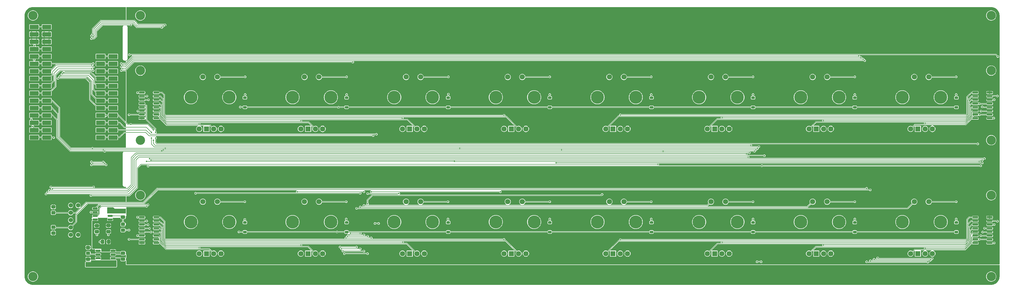
<source format=gbr>
%TF.GenerationSoftware,KiCad,Pcbnew,7.0.7*%
%TF.CreationDate,2024-01-26T16:38:04-05:00*%
%TF.ProjectId,midi-controller_main-board,6d696469-2d63-46f6-9e74-726f6c6c6572,rev?*%
%TF.SameCoordinates,Original*%
%TF.FileFunction,Copper,L1,Top*%
%TF.FilePolarity,Positive*%
%FSLAX46Y46*%
G04 Gerber Fmt 4.6, Leading zero omitted, Abs format (unit mm)*
G04 Created by KiCad (PCBNEW 7.0.7) date 2024-01-26 16:38:04*
%MOMM*%
%LPD*%
G01*
G04 APERTURE LIST*
G04 Aperture macros list*
%AMRoundRect*
0 Rectangle with rounded corners*
0 $1 Rounding radius*
0 $2 $3 $4 $5 $6 $7 $8 $9 X,Y pos of 4 corners*
0 Add a 4 corners polygon primitive as box body*
4,1,4,$2,$3,$4,$5,$6,$7,$8,$9,$2,$3,0*
0 Add four circle primitives for the rounded corners*
1,1,$1+$1,$2,$3*
1,1,$1+$1,$4,$5*
1,1,$1+$1,$6,$7*
1,1,$1+$1,$8,$9*
0 Add four rect primitives between the rounded corners*
20,1,$1+$1,$2,$3,$4,$5,0*
20,1,$1+$1,$4,$5,$6,$7,0*
20,1,$1+$1,$6,$7,$8,$9,0*
20,1,$1+$1,$8,$9,$2,$3,0*%
G04 Aperture macros list end*
%TA.AperFunction,ComponentPad*%
%ADD10R,1.800000X1.800000*%
%TD*%
%TA.AperFunction,ComponentPad*%
%ADD11C,1.800000*%
%TD*%
%TA.AperFunction,ComponentPad*%
%ADD12C,4.500000*%
%TD*%
%TA.AperFunction,ComponentPad*%
%ADD13C,3.200000*%
%TD*%
%TA.AperFunction,SMDPad,CuDef*%
%ADD14RoundRect,0.250000X-0.450000X0.350000X-0.450000X-0.350000X0.450000X-0.350000X0.450000X0.350000X0*%
%TD*%
%TA.AperFunction,SMDPad,CuDef*%
%ADD15RoundRect,0.250000X-0.475000X0.337500X-0.475000X-0.337500X0.475000X-0.337500X0.475000X0.337500X0*%
%TD*%
%TA.AperFunction,SMDPad,CuDef*%
%ADD16RoundRect,0.225000X0.375000X-0.225000X0.375000X0.225000X-0.375000X0.225000X-0.375000X-0.225000X0*%
%TD*%
%TA.AperFunction,SMDPad,CuDef*%
%ADD17RoundRect,0.250000X0.475000X-0.337500X0.475000X0.337500X-0.475000X0.337500X-0.475000X-0.337500X0*%
%TD*%
%TA.AperFunction,SMDPad,CuDef*%
%ADD18RoundRect,0.250000X0.337500X0.475000X-0.337500X0.475000X-0.337500X-0.475000X0.337500X-0.475000X0*%
%TD*%
%TA.AperFunction,SMDPad,CuDef*%
%ADD19R,3.048000X1.524000*%
%TD*%
%TA.AperFunction,SMDPad,CuDef*%
%ADD20RoundRect,0.150000X0.825000X0.150000X-0.825000X0.150000X-0.825000X-0.150000X0.825000X-0.150000X0*%
%TD*%
%TA.AperFunction,SMDPad,CuDef*%
%ADD21RoundRect,0.150000X-0.825000X-0.150000X0.825000X-0.150000X0.825000X0.150000X-0.825000X0.150000X0*%
%TD*%
%TA.AperFunction,SMDPad,CuDef*%
%ADD22RoundRect,0.250000X0.450000X-0.350000X0.450000X0.350000X-0.450000X0.350000X-0.450000X-0.350000X0*%
%TD*%
%TA.AperFunction,SMDPad,CuDef*%
%ADD23RoundRect,0.150000X-0.725000X-0.150000X0.725000X-0.150000X0.725000X0.150000X-0.725000X0.150000X0*%
%TD*%
%TA.AperFunction,ComponentPad*%
%ADD24C,1.524000*%
%TD*%
%TA.AperFunction,SMDPad,CuDef*%
%ADD25RoundRect,0.150000X0.725000X0.150000X-0.725000X0.150000X-0.725000X-0.150000X0.725000X-0.150000X0*%
%TD*%
%TA.AperFunction,ViaPad*%
%ADD26C,0.508000*%
%TD*%
%TA.AperFunction,Conductor*%
%ADD27C,0.152400*%
%TD*%
G04 APERTURE END LIST*
D10*
%TO.P,RV8,1,GND*%
%TO.N,GND*%
X356928000Y-137664000D03*
D11*
%TO.P,RV8,2,RV_1_2*%
%TO.N,/A_{8_1}*%
X359428000Y-137664000D03*
%TO.P,RV8,3,VCC*%
%TO.N,+5V*%
X361928000Y-137664000D03*
%TO.P,RV8,4,RV_2_2*%
%TO.N,/A_{8_2}*%
X354428000Y-137664000D03*
%TO.P,RV8,5,SW_1*%
%TO.N,/COL_7*%
X355678000Y-119764000D03*
%TO.P,RV8,6,SW_2*%
%TO.N,Net-(D8-A)*%
X360678000Y-119764000D03*
D12*
%TO.P,RV8,MP*%
%TO.N,N/C*%
X351578000Y-126764000D03*
X364778000Y-126764000D03*
%TD*%
D13*
%TO.P,H1,MP,MP*%
%TO.N,unconnected-(H1-PadMP)*%
X52178000Y-98554000D03*
%TD*%
D14*
%TO.P,R3,1*%
%TO.N,+3.3V*%
X59178000Y-164554000D03*
%TO.P,R3,2*%
%TO.N,/SW_0*%
X59178000Y-166554000D03*
%TD*%
D15*
%TO.P,C2,1*%
%TO.N,+5V*%
X78178000Y-170976500D03*
%TO.P,C2,2*%
%TO.N,GND*%
X78178000Y-173051500D03*
%TD*%
D10*
%TO.P,RV16,1,GND*%
%TO.N,GND*%
X356928000Y-180664000D03*
D11*
%TO.P,RV16,2,RV_1_2*%
%TO.N,/A_{16_1}*%
X359428000Y-180664000D03*
%TO.P,RV16,3,VCC*%
%TO.N,+5V*%
X361928000Y-180664000D03*
%TO.P,RV16,4,RV_2_2*%
%TO.N,/A_{16_2}*%
X354428000Y-180664000D03*
%TO.P,RV16,5,SW_1*%
%TO.N,/COL_7*%
X355678000Y-162764000D03*
%TO.P,RV16,6,SW_2*%
%TO.N,Net-(D16-A)*%
X360678000Y-162764000D03*
D12*
%TO.P,RV16,MP*%
%TO.N,N/C*%
X351578000Y-169764000D03*
X364778000Y-169764000D03*
%TD*%
D16*
%TO.P,D5,1,K*%
%TO.N,/ROW_1*%
X265178000Y-130204000D03*
%TO.P,D5,2,A*%
%TO.N,Net-(D5-A)*%
X265178000Y-126904000D03*
%TD*%
D10*
%TO.P,RV2,1,GND*%
%TO.N,GND*%
X146928000Y-137664000D03*
D11*
%TO.P,RV2,2,RV_1_2*%
%TO.N,/A_{2_1}*%
X149428000Y-137664000D03*
%TO.P,RV2,3,VCC*%
%TO.N,+5V*%
X151928000Y-137664000D03*
%TO.P,RV2,4,RV_2_2*%
%TO.N,/A_{2_2}*%
X144428000Y-137664000D03*
%TO.P,RV2,5,SW_1*%
%TO.N,/COL_1*%
X145678000Y-119764000D03*
%TO.P,RV2,6,SW_2*%
%TO.N,Net-(D2-A)*%
X150678000Y-119764000D03*
D12*
%TO.P,RV2,MP*%
%TO.N,N/C*%
X141578000Y-126764000D03*
X154778000Y-126764000D03*
%TD*%
D16*
%TO.P,D8,1,K*%
%TO.N,/ROW_1*%
X370178000Y-130204000D03*
%TO.P,D8,2,A*%
%TO.N,Net-(D8-A)*%
X370178000Y-126904000D03*
%TD*%
D10*
%TO.P,RV10,1,GND*%
%TO.N,GND*%
X146928000Y-180664000D03*
D11*
%TO.P,RV10,2,RV_1_2*%
%TO.N,/A_{10_1}*%
X149428000Y-180664000D03*
%TO.P,RV10,3,VCC*%
%TO.N,+5V*%
X151928000Y-180664000D03*
%TO.P,RV10,4,RV_2_2*%
%TO.N,/A_{10_2}*%
X144428000Y-180664000D03*
%TO.P,RV10,5,SW_1*%
%TO.N,/COL_1*%
X145678000Y-162764000D03*
%TO.P,RV10,6,SW_2*%
%TO.N,Net-(D10-A)*%
X150678000Y-162764000D03*
D12*
%TO.P,RV10,MP*%
%TO.N,N/C*%
X141578000Y-169764000D03*
X154778000Y-169764000D03*
%TD*%
D17*
%TO.P,C5,1*%
%TO.N,Net-(U6-CXN)*%
X83178000Y-182591500D03*
%TO.P,C5,2*%
%TO.N,Net-(U6-CXP)*%
X83178000Y-180516500D03*
%TD*%
D10*
%TO.P,RV11,1,GND*%
%TO.N,GND*%
X181928000Y-180664000D03*
D11*
%TO.P,RV11,2,RV_1_2*%
%TO.N,/A_{11_1}*%
X184428000Y-180664000D03*
%TO.P,RV11,3,VCC*%
%TO.N,+5V*%
X186928000Y-180664000D03*
%TO.P,RV11,4,RV_2_2*%
%TO.N,/A_{11_2}*%
X179428000Y-180664000D03*
%TO.P,RV11,5,SW_1*%
%TO.N,/COL_2*%
X180678000Y-162764000D03*
%TO.P,RV11,6,SW_2*%
%TO.N,Net-(D11-A)*%
X185678000Y-162764000D03*
D12*
%TO.P,RV11,MP*%
%TO.N,N/C*%
X176578000Y-169764000D03*
X189778000Y-169764000D03*
%TD*%
D16*
%TO.P,D2,1,K*%
%TO.N,/ROW_1*%
X160178000Y-130204000D03*
%TO.P,D2,2,A*%
%TO.N,Net-(D2-A)*%
X160178000Y-126904000D03*
%TD*%
D18*
%TO.P,C7,1*%
%TO.N,+5V*%
X78215500Y-176554000D03*
%TO.P,C7,2*%
%TO.N,GND*%
X76140500Y-176554000D03*
%TD*%
D13*
%TO.P,H4,MP,MP*%
%TO.N,unconnected-(H4-PadMP)*%
X89178000Y-117554000D03*
%TD*%
D17*
%TO.P,C6,1*%
%TO.N,GND*%
X71178000Y-184591500D03*
%TO.P,C6,2*%
%TO.N,+3.3V*%
X71178000Y-182516500D03*
%TD*%
D13*
%TO.P,H8,MP,MP*%
%TO.N,unconnected-(H8-PadMP)*%
X89178000Y-160554000D03*
%TD*%
%TO.P,H6,MP,MP*%
%TO.N,unconnected-(H6-PadMP)*%
X89178000Y-141554000D03*
%TD*%
D10*
%TO.P,RV15,1,GND*%
%TO.N,GND*%
X321928000Y-180664000D03*
D11*
%TO.P,RV15,2,RV_1_2*%
%TO.N,/A_{15_1}*%
X324428000Y-180664000D03*
%TO.P,RV15,3,VCC*%
%TO.N,+5V*%
X326928000Y-180664000D03*
%TO.P,RV15,4,RV_2_2*%
%TO.N,/A_{15_2}*%
X319428000Y-180664000D03*
%TO.P,RV15,5,SW_1*%
%TO.N,/COL_6*%
X320678000Y-162764000D03*
%TO.P,RV15,6,SW_2*%
%TO.N,Net-(D15-A)*%
X325678000Y-162764000D03*
D12*
%TO.P,RV15,MP*%
%TO.N,N/C*%
X316578000Y-169764000D03*
X329778000Y-169764000D03*
%TD*%
D19*
%TO.P,A1,1,~{RESET}*%
%TO.N,unconnected-(A1-~{RESET}-Pad1)*%
X52589000Y-102504000D03*
X56907000Y-102504000D03*
%TO.P,A1,2,3V3*%
%TO.N,+3.3V*%
X52589000Y-105044000D03*
X56907000Y-105044000D03*
%TO.P,A1,3,3V3*%
X52589000Y-107584000D03*
X56907000Y-107584000D03*
%TO.P,A1,4,GND*%
%TO.N,GND*%
X52589000Y-110124000D03*
X56907000Y-110124000D03*
%TO.P,A1,5,A0*%
%TO.N,/SLIDER*%
X52589000Y-112664000D03*
X56907000Y-112664000D03*
%TO.P,A1,6,A1*%
%TO.N,/SFT_SH{slash}~{LD}*%
X52589000Y-115204000D03*
X56907000Y-115204000D03*
%TO.P,A1,7,A2*%
%TO.N,/SFT_CLK_INH*%
X52589000Y-117744000D03*
X56907000Y-117744000D03*
%TO.P,A1,8,A3*%
%TO.N,/SFT_CLK*%
X52589000Y-120284000D03*
X56907000Y-120284000D03*
%TO.P,A1,9,D24*%
%TO.N,/SFT_SER*%
X52589000Y-122824000D03*
X56907000Y-122824000D03*
%TO.P,A1,10,D25*%
%TO.N,/KEY_SER*%
X52589000Y-125364000D03*
X56907000Y-125364000D03*
%TO.P,A1,11,SCK*%
%TO.N,/SCLK*%
X52589000Y-127904000D03*
X56907000Y-127904000D03*
%TO.P,A1,12,MOSI*%
%TO.N,/MOSI*%
X52589000Y-130444000D03*
X56907000Y-130444000D03*
%TO.P,A1,13,MISO*%
%TO.N,/MISO*%
X52589000Y-132984000D03*
X56907000Y-132984000D03*
%TO.P,A1,14,RX*%
%TO.N,/ROW_1*%
X52589000Y-135524000D03*
X56907000Y-135524000D03*
%TO.P,A1,15,TX*%
%TO.N,/ROW_2*%
X52589000Y-138064000D03*
X56907000Y-138064000D03*
%TO.P,A1,16,D4*%
%TO.N,/CS_EN*%
X52589000Y-140604000D03*
X56907000Y-140604000D03*
%TO.P,A1,17,SDA*%
%TO.N,/~{KEY_CLEAR}*%
X75449000Y-140604000D03*
X79767000Y-140604000D03*
%TO.P,A1,18,SCL*%
%TO.N,/KEY_CLK*%
X75449000Y-138064000D03*
X79767000Y-138064000D03*
%TO.P,A1,19,D5*%
%TO.N,/LITE*%
X75449000Y-135524000D03*
X79767000Y-135524000D03*
%TO.P,A1,20,D6*%
%TO.N,/DC*%
X75449000Y-132984000D03*
X79767000Y-132984000D03*
%TO.P,A1,21,D9*%
%TO.N,/CS_0*%
X75449000Y-130444000D03*
X79767000Y-130444000D03*
%TO.P,A1,22,D10*%
%TO.N,/CS_1*%
X75449000Y-127904000D03*
X79767000Y-127904000D03*
%TO.P,A1,23,D11*%
%TO.N,/CS_2*%
X75449000Y-125364000D03*
X79767000Y-125364000D03*
%TO.P,A1,24,D12*%
%TO.N,/CS_3*%
X75449000Y-122824000D03*
X79767000Y-122824000D03*
%TO.P,A1,25,D13*%
%TO.N,/CS_4*%
X75449000Y-120284000D03*
X79767000Y-120284000D03*
%TO.P,A1,26,USB*%
%TO.N,unconnected-(A1-USB-Pad26)*%
X75449000Y-117744000D03*
X79767000Y-117744000D03*
%TO.P,A1,27,EN*%
%TO.N,unconnected-(A1-EN-Pad27)*%
X75449000Y-115204000D03*
X79767000Y-115204000D03*
%TO.P,A1,28,VBAT*%
%TO.N,unconnected-(A1-VBAT-Pad28)*%
X75449000Y-112664000D03*
X79767000Y-112664000D03*
%TD*%
D10*
%TO.P,RV6,1,GND*%
%TO.N,GND*%
X286928000Y-137664000D03*
D11*
%TO.P,RV6,2,RV_1_2*%
%TO.N,/A_{6_1}*%
X289428000Y-137664000D03*
%TO.P,RV6,3,VCC*%
%TO.N,+5V*%
X291928000Y-137664000D03*
%TO.P,RV6,4,RV_2_2*%
%TO.N,/A_{6_2}*%
X284428000Y-137664000D03*
%TO.P,RV6,5,SW_1*%
%TO.N,/COL_5*%
X285678000Y-119764000D03*
%TO.P,RV6,6,SW_2*%
%TO.N,Net-(D6-A)*%
X290678000Y-119764000D03*
D12*
%TO.P,RV6,MP*%
%TO.N,N/C*%
X281578000Y-126764000D03*
X294778000Y-126764000D03*
%TD*%
D16*
%TO.P,D10,1,K*%
%TO.N,/ROW_2*%
X160178000Y-173204000D03*
%TO.P,D10,2,A*%
%TO.N,Net-(D10-A)*%
X160178000Y-169904000D03*
%TD*%
D13*
%TO.P,H5,MP,MP*%
%TO.N,unconnected-(H5-PadMP)*%
X382178000Y-117554000D03*
%TD*%
D14*
%TO.P,R1,1*%
%TO.N,+3.3V*%
X71178000Y-178554000D03*
%TO.P,R1,2*%
%TO.N,Net-(U6-~{SHDN})*%
X71178000Y-180554000D03*
%TD*%
D16*
%TO.P,D6,1,K*%
%TO.N,/ROW_1*%
X300178000Y-130204000D03*
%TO.P,D6,2,A*%
%TO.N,Net-(D6-A)*%
X300178000Y-126904000D03*
%TD*%
D20*
%TO.P,U3,1,S0*%
%TO.N,/A_{9_1}*%
X94653000Y-176999000D03*
%TO.P,U3,2,S1*%
%TO.N,/A_{9_2}*%
X94653000Y-175729000D03*
%TO.P,U3,3,S2*%
%TO.N,/A_{10_1}*%
X94653000Y-174459000D03*
%TO.P,U3,4,S3*%
%TO.N,/A_{10_2}*%
X94653000Y-173189000D03*
%TO.P,U3,5,S4*%
%TO.N,/A_{11_1}*%
X94653000Y-171919000D03*
%TO.P,U3,6,S5*%
%TO.N,/A_{11_2}*%
X94653000Y-170649000D03*
%TO.P,U3,7,S6*%
%TO.N,/A_{12_1}*%
X94653000Y-169379000D03*
%TO.P,U3,8,S7*%
%TO.N,/A_{12_2}*%
X94653000Y-168109000D03*
%TO.P,U3,9,GND*%
%TO.N,GND*%
X89703000Y-168109000D03*
%TO.P,U3,10,CLK*%
%TO.N,/SCLK_5V*%
X89703000Y-169379000D03*
%TO.P,U3,11,~{CS}*%
%TO.N,/POT_CS_5V*%
X89703000Y-170649000D03*
%TO.P,U3,12,D_{in}*%
%TO.N,Net-(U3-D_{in})*%
X89703000Y-171919000D03*
%TO.P,U3,13,D_{out}*%
%TO.N,Net-(U2-D_{in})*%
X89703000Y-173189000D03*
%TO.P,U3,14,V-*%
%TO.N,GND*%
X89703000Y-174459000D03*
%TO.P,U3,15,D*%
%TO.N,Net-(U1-D)*%
X89703000Y-175729000D03*
%TO.P,U3,16,V+*%
%TO.N,+5V*%
X89703000Y-176999000D03*
%TD*%
D10*
%TO.P,RV13,1,GND*%
%TO.N,GND*%
X251928000Y-180664000D03*
D11*
%TO.P,RV13,2,RV_1_2*%
%TO.N,/A_{13_1}*%
X254428000Y-180664000D03*
%TO.P,RV13,3,VCC*%
%TO.N,+5V*%
X256928000Y-180664000D03*
%TO.P,RV13,4,RV_2_2*%
%TO.N,/A_{13_2}*%
X249428000Y-180664000D03*
%TO.P,RV13,5,SW_1*%
%TO.N,/COL_4*%
X250678000Y-162764000D03*
%TO.P,RV13,6,SW_2*%
%TO.N,Net-(D13-A)*%
X255678000Y-162764000D03*
D12*
%TO.P,RV13,MP*%
%TO.N,N/C*%
X246578000Y-169764000D03*
X259778000Y-169764000D03*
%TD*%
D16*
%TO.P,D12,1,K*%
%TO.N,/ROW_2*%
X230178000Y-173204000D03*
%TO.P,D12,2,A*%
%TO.N,Net-(D12-A)*%
X230178000Y-169904000D03*
%TD*%
%TO.P,D15,1,K*%
%TO.N,/ROW_2*%
X335178000Y-173204000D03*
%TO.P,D15,2,A*%
%TO.N,Net-(D15-A)*%
X335178000Y-169904000D03*
%TD*%
D13*
%TO.P,H11,MP,MP*%
%TO.N,unconnected-(H11-PadMP)*%
X382178000Y-188554000D03*
%TD*%
D10*
%TO.P,RV3,1,GND*%
%TO.N,GND*%
X181928000Y-137664000D03*
D11*
%TO.P,RV3,2,RV_1_2*%
%TO.N,/A_{3_1}*%
X184428000Y-137664000D03*
%TO.P,RV3,3,VCC*%
%TO.N,+5V*%
X186928000Y-137664000D03*
%TO.P,RV3,4,RV_2_2*%
%TO.N,/A_{3_2}*%
X179428000Y-137664000D03*
%TO.P,RV3,5,SW_1*%
%TO.N,/COL_2*%
X180678000Y-119764000D03*
%TO.P,RV3,6,SW_2*%
%TO.N,Net-(D3-A)*%
X185678000Y-119764000D03*
D12*
%TO.P,RV3,MP*%
%TO.N,N/C*%
X176578000Y-126764000D03*
X189778000Y-126764000D03*
%TD*%
D10*
%TO.P,RV1,1,GND*%
%TO.N,GND*%
X111928000Y-137664000D03*
D11*
%TO.P,RV1,2,RV_1_2*%
%TO.N,/A_{1_1}*%
X114428000Y-137664000D03*
%TO.P,RV1,3,VCC*%
%TO.N,+5V*%
X116928000Y-137664000D03*
%TO.P,RV1,4,RV_2_2*%
%TO.N,/A_{1_2}*%
X109428000Y-137664000D03*
%TO.P,RV1,5,SW_1*%
%TO.N,/COL_0*%
X110678000Y-119764000D03*
%TO.P,RV1,6,SW_2*%
%TO.N,Net-(D1-A)*%
X115678000Y-119764000D03*
D12*
%TO.P,RV1,MP*%
%TO.N,N/C*%
X106578000Y-126764000D03*
X119778000Y-126764000D03*
%TD*%
D16*
%TO.P,D4,1,K*%
%TO.N,/ROW_1*%
X230178000Y-130204000D03*
%TO.P,D4,2,A*%
%TO.N,Net-(D4-A)*%
X230178000Y-126904000D03*
%TD*%
D15*
%TO.P,C3,1*%
%TO.N,+5V*%
X74178000Y-171014000D03*
%TO.P,C3,2*%
%TO.N,GND*%
X74178000Y-173089000D03*
%TD*%
D16*
%TO.P,D13,1,K*%
%TO.N,/ROW_2*%
X265178000Y-173204000D03*
%TO.P,D13,2,A*%
%TO.N,Net-(D13-A)*%
X265178000Y-169904000D03*
%TD*%
D13*
%TO.P,H10,MP,MP*%
%TO.N,unconnected-(H10-PadMP)*%
X52178000Y-188554000D03*
%TD*%
D10*
%TO.P,RV9,1,GND*%
%TO.N,GND*%
X111928000Y-180664000D03*
D11*
%TO.P,RV9,2,RV_1_2*%
%TO.N,/A_{9_1}*%
X114428000Y-180664000D03*
%TO.P,RV9,3,VCC*%
%TO.N,+5V*%
X116928000Y-180664000D03*
%TO.P,RV9,4,RV_2_2*%
%TO.N,/A_{9_2}*%
X109428000Y-180664000D03*
%TO.P,RV9,5,SW_1*%
%TO.N,/COL_0*%
X110678000Y-162764000D03*
%TO.P,RV9,6,SW_2*%
%TO.N,Net-(D9-A)*%
X115678000Y-162764000D03*
D12*
%TO.P,RV9,MP*%
%TO.N,N/C*%
X106578000Y-169764000D03*
X119778000Y-169764000D03*
%TD*%
D10*
%TO.P,RV14,1,GND*%
%TO.N,GND*%
X286928000Y-180664000D03*
D11*
%TO.P,RV14,2,RV_1_2*%
%TO.N,/A_{14_1}*%
X289428000Y-180664000D03*
%TO.P,RV14,3,VCC*%
%TO.N,+5V*%
X291928000Y-180664000D03*
%TO.P,RV14,4,RV_2_2*%
%TO.N,/A_{14_2}*%
X284428000Y-180664000D03*
%TO.P,RV14,5,SW_1*%
%TO.N,/COL_5*%
X285678000Y-162764000D03*
%TO.P,RV14,6,SW_2*%
%TO.N,Net-(D14-A)*%
X290678000Y-162764000D03*
D12*
%TO.P,RV14,MP*%
%TO.N,N/C*%
X281578000Y-169764000D03*
X294778000Y-169764000D03*
%TD*%
D21*
%TO.P,U4,1,S0*%
%TO.N,/A_{13_1}*%
X376703000Y-168109000D03*
%TO.P,U4,2,S1*%
%TO.N,/A_{13_2}*%
X376703000Y-169379000D03*
%TO.P,U4,3,S2*%
%TO.N,/A_{14_1}*%
X376703000Y-170649000D03*
%TO.P,U4,4,S3*%
%TO.N,/A_{14_2}*%
X376703000Y-171919000D03*
%TO.P,U4,5,S4*%
%TO.N,/A_{15_1}*%
X376703000Y-173189000D03*
%TO.P,U4,6,S5*%
%TO.N,/A_{15_2}*%
X376703000Y-174459000D03*
%TO.P,U4,7,S6*%
%TO.N,/A_{16_1}*%
X376703000Y-175729000D03*
%TO.P,U4,8,S7*%
%TO.N,/A_{16_2}*%
X376703000Y-176999000D03*
%TO.P,U4,9,GND*%
%TO.N,GND*%
X381653000Y-176999000D03*
%TO.P,U4,10,CLK*%
%TO.N,/SCLK_5V*%
X381653000Y-175729000D03*
%TO.P,U4,11,~{CS}*%
%TO.N,/POT_CS_5V*%
X381653000Y-174459000D03*
%TO.P,U4,12,D_{in}*%
%TO.N,/MOSI_5V*%
X381653000Y-173189000D03*
%TO.P,U4,13,D_{out}*%
%TO.N,Net-(U3-D_{in})*%
X381653000Y-171919000D03*
%TO.P,U4,14,V-*%
%TO.N,GND*%
X381653000Y-170649000D03*
%TO.P,U4,15,D*%
%TO.N,Net-(U1-D)*%
X381653000Y-169379000D03*
%TO.P,U4,16,V+*%
%TO.N,+5V*%
X381653000Y-168109000D03*
%TD*%
D22*
%TO.P,R4,1*%
%TO.N,+3.3V*%
X59178000Y-173554000D03*
%TO.P,R4,2*%
%TO.N,/SW_1*%
X59178000Y-171554000D03*
%TD*%
D10*
%TO.P,RV7,1,GND*%
%TO.N,GND*%
X321928000Y-137664000D03*
D11*
%TO.P,RV7,2,RV_1_2*%
%TO.N,/A_{7_1}*%
X324428000Y-137664000D03*
%TO.P,RV7,3,VCC*%
%TO.N,+5V*%
X326928000Y-137664000D03*
%TO.P,RV7,4,RV_2_2*%
%TO.N,/A_{7_2}*%
X319428000Y-137664000D03*
%TO.P,RV7,5,SW_1*%
%TO.N,/COL_6*%
X320678000Y-119764000D03*
%TO.P,RV7,6,SW_2*%
%TO.N,Net-(D7-A)*%
X325678000Y-119764000D03*
D12*
%TO.P,RV7,MP*%
%TO.N,N/C*%
X316578000Y-126764000D03*
X329778000Y-126764000D03*
%TD*%
D13*
%TO.P,H2,MP,MP*%
%TO.N,unconnected-(H2-PadMP)*%
X89178000Y-98554000D03*
%TD*%
D16*
%TO.P,D16,1,K*%
%TO.N,/ROW_2*%
X370178000Y-173204000D03*
%TO.P,D16,2,A*%
%TO.N,Net-(D16-A)*%
X370178000Y-169904000D03*
%TD*%
D17*
%TO.P,C8,1*%
%TO.N,Net-(U12-IN^{+})*%
X83178000Y-168051500D03*
%TO.P,C8,2*%
%TO.N,GND*%
X83178000Y-165976500D03*
%TD*%
D13*
%TO.P,H9,MP,MP*%
%TO.N,unconnected-(H9-PadMP)*%
X382178000Y-160554000D03*
%TD*%
%TO.P,H3,MP,MP*%
%TO.N,unconnected-(H3-PadMP)*%
X382178000Y-98554000D03*
%TD*%
D10*
%TO.P,RV4,1,GND*%
%TO.N,GND*%
X216928000Y-137664000D03*
D11*
%TO.P,RV4,2,RV_1_2*%
%TO.N,/A_{4_1}*%
X219428000Y-137664000D03*
%TO.P,RV4,3,VCC*%
%TO.N,+5V*%
X221928000Y-137664000D03*
%TO.P,RV4,4,RV_2_2*%
%TO.N,/A_{4_2}*%
X214428000Y-137664000D03*
%TO.P,RV4,5,SW_1*%
%TO.N,/COL_3*%
X215678000Y-119764000D03*
%TO.P,RV4,6,SW_2*%
%TO.N,Net-(D4-A)*%
X220678000Y-119764000D03*
D12*
%TO.P,RV4,MP*%
%TO.N,N/C*%
X211578000Y-126764000D03*
X224778000Y-126764000D03*
%TD*%
D23*
%TO.P,U6,1,~{SKIP}*%
%TO.N,+3.3V*%
X74603000Y-179649000D03*
%TO.P,U6,2,~{SHDN}*%
%TO.N,Net-(U6-~{SHDN})*%
X74603000Y-180919000D03*
%TO.P,U6,3,IN*%
%TO.N,+3.3V*%
X74603000Y-182189000D03*
%TO.P,U6,4,GND*%
%TO.N,GND*%
X74603000Y-183459000D03*
%TO.P,U6,5,PGND*%
X79753000Y-183459000D03*
%TO.P,U6,6,CXN*%
%TO.N,Net-(U6-CXN)*%
X79753000Y-182189000D03*
%TO.P,U6,7,CXP*%
%TO.N,Net-(U6-CXP)*%
X79753000Y-180919000D03*
%TO.P,U6,8,OUT*%
%TO.N,+5V*%
X79753000Y-179649000D03*
%TD*%
D22*
%TO.P,R2,1*%
%TO.N,Net-(U1-D)*%
X83178000Y-172554000D03*
%TO.P,R2,2*%
%TO.N,Net-(U12-IN^{+})*%
X83178000Y-170554000D03*
%TD*%
D16*
%TO.P,D3,1,K*%
%TO.N,/ROW_1*%
X195178000Y-130204000D03*
%TO.P,D3,2,A*%
%TO.N,Net-(D3-A)*%
X195178000Y-126904000D03*
%TD*%
%TO.P,D14,1,K*%
%TO.N,/ROW_2*%
X300178000Y-173204000D03*
%TO.P,D14,2,A*%
%TO.N,Net-(D14-A)*%
X300178000Y-169904000D03*
%TD*%
D20*
%TO.P,U1,1,S0*%
%TO.N,/A_{1_1}*%
X94653000Y-133999000D03*
%TO.P,U1,2,S1*%
%TO.N,/A_{1_2}*%
X94653000Y-132729000D03*
%TO.P,U1,3,S2*%
%TO.N,/A_{2_1}*%
X94653000Y-131459000D03*
%TO.P,U1,4,S3*%
%TO.N,/A_{2_2}*%
X94653000Y-130189000D03*
%TO.P,U1,5,S4*%
%TO.N,/A_{3_1}*%
X94653000Y-128919000D03*
%TO.P,U1,6,S5*%
%TO.N,/A_{3_2}*%
X94653000Y-127649000D03*
%TO.P,U1,7,S6*%
%TO.N,/A_{4_1}*%
X94653000Y-126379000D03*
%TO.P,U1,8,S7*%
%TO.N,/A_{4_2}*%
X94653000Y-125109000D03*
%TO.P,U1,9,GND*%
%TO.N,GND*%
X89703000Y-125109000D03*
%TO.P,U1,10,CLK*%
%TO.N,/SCLK_5V*%
X89703000Y-126379000D03*
%TO.P,U1,11,~{CS}*%
%TO.N,/POT_CS_5V*%
X89703000Y-127649000D03*
%TO.P,U1,12,D_{in}*%
%TO.N,Net-(U1-D_{in})*%
X89703000Y-128919000D03*
%TO.P,U1,13,D_{out}*%
%TO.N,unconnected-(U1-D_{out}-Pad13)*%
X89703000Y-130189000D03*
%TO.P,U1,14,V-*%
%TO.N,GND*%
X89703000Y-131459000D03*
%TO.P,U1,15,D*%
%TO.N,Net-(U1-D)*%
X89703000Y-132729000D03*
%TO.P,U1,16,V+*%
%TO.N,+5V*%
X89703000Y-133999000D03*
%TD*%
D16*
%TO.P,D9,1,K*%
%TO.N,/ROW_2*%
X125178000Y-173204000D03*
%TO.P,D9,2,A*%
%TO.N,Net-(D9-A)*%
X125178000Y-169904000D03*
%TD*%
D24*
%TO.P,SW1,1,1*%
%TO.N,/SW_0*%
X65178000Y-166573000D03*
%TO.P,SW1,2,2*%
%TO.N,GND*%
X65178000Y-169113000D03*
%TO.P,SW1,3,3*%
%TO.N,/SW_1*%
X65178000Y-171653000D03*
%TO.P,SW1,MP*%
%TO.N,N/C*%
X65178000Y-164033000D03*
X65178000Y-174193000D03*
X67718000Y-164033000D03*
X67718000Y-174193000D03*
%TD*%
D25*
%TO.P,U12,1,V_{REF}*%
%TO.N,+5V*%
X78753000Y-168919000D03*
%TO.P,U12,2,IN^{+}*%
%TO.N,Net-(U12-IN^{+})*%
X78753000Y-167649000D03*
%TO.P,U12,3,IN^{-}*%
%TO.N,GND*%
X78753000Y-166379000D03*
%TO.P,U12,4,GND*%
X78753000Y-165109000D03*
%TO.P,U12,5,CONV*%
%TO.N,/POT_CS_5V*%
X73603000Y-165109000D03*
%TO.P,U12,6,SDO*%
%TO.N,/MISO_5V*%
X73603000Y-166379000D03*
%TO.P,U12,7,SCK*%
%TO.N,/SCLK_5V*%
X73603000Y-167649000D03*
%TO.P,U12,8,V_{CC}*%
%TO.N,+5V*%
X73603000Y-168919000D03*
%TD*%
D16*
%TO.P,D11,1,K*%
%TO.N,/ROW_2*%
X195178000Y-173204000D03*
%TO.P,D11,2,A*%
%TO.N,Net-(D11-A)*%
X195178000Y-169904000D03*
%TD*%
%TO.P,D1,1,K*%
%TO.N,/ROW_1*%
X125178000Y-130204000D03*
%TO.P,D1,2,A*%
%TO.N,Net-(D1-A)*%
X125178000Y-126904000D03*
%TD*%
D10*
%TO.P,RV5,1,GND*%
%TO.N,GND*%
X251928000Y-137664000D03*
D11*
%TO.P,RV5,2,RV_1_2*%
%TO.N,/A_{5_1}*%
X254428000Y-137664000D03*
%TO.P,RV5,3,VCC*%
%TO.N,+5V*%
X256928000Y-137664000D03*
%TO.P,RV5,4,RV_2_2*%
%TO.N,/A_{5_2}*%
X249428000Y-137664000D03*
%TO.P,RV5,5,SW_1*%
%TO.N,/COL_4*%
X250678000Y-119764000D03*
%TO.P,RV5,6,SW_2*%
%TO.N,Net-(D5-A)*%
X255678000Y-119764000D03*
D12*
%TO.P,RV5,MP*%
%TO.N,N/C*%
X246578000Y-126764000D03*
X259778000Y-126764000D03*
%TD*%
D10*
%TO.P,RV12,1,GND*%
%TO.N,GND*%
X216928000Y-180664000D03*
D11*
%TO.P,RV12,2,RV_1_2*%
%TO.N,/A_{12_1}*%
X219428000Y-180664000D03*
%TO.P,RV12,3,VCC*%
%TO.N,+5V*%
X221928000Y-180664000D03*
%TO.P,RV12,4,RV_2_2*%
%TO.N,/A_{12_2}*%
X214428000Y-180664000D03*
%TO.P,RV12,5,SW_1*%
%TO.N,/COL_3*%
X215678000Y-162764000D03*
%TO.P,RV12,6,SW_2*%
%TO.N,Net-(D12-A)*%
X220678000Y-162764000D03*
D12*
%TO.P,RV12,MP*%
%TO.N,N/C*%
X211578000Y-169764000D03*
X224778000Y-169764000D03*
%TD*%
D16*
%TO.P,D7,1,K*%
%TO.N,/ROW_1*%
X335178000Y-130204000D03*
%TO.P,D7,2,A*%
%TO.N,Net-(D7-A)*%
X335178000Y-126904000D03*
%TD*%
D21*
%TO.P,U2,1,S0*%
%TO.N,/A_{5_1}*%
X376703000Y-125109000D03*
%TO.P,U2,2,S1*%
%TO.N,/A_{5_2}*%
X376703000Y-126379000D03*
%TO.P,U2,3,S2*%
%TO.N,/A_{6_1}*%
X376703000Y-127649000D03*
%TO.P,U2,4,S3*%
%TO.N,/A_{6_2}*%
X376703000Y-128919000D03*
%TO.P,U2,5,S4*%
%TO.N,/A_{7_1}*%
X376703000Y-130189000D03*
%TO.P,U2,6,S5*%
%TO.N,/A_{7_2}*%
X376703000Y-131459000D03*
%TO.P,U2,7,S6*%
%TO.N,/A_{8_1}*%
X376703000Y-132729000D03*
%TO.P,U2,8,S7*%
%TO.N,/A_{8_2}*%
X376703000Y-133999000D03*
%TO.P,U2,9,GND*%
%TO.N,GND*%
X381653000Y-133999000D03*
%TO.P,U2,10,CLK*%
%TO.N,/SCLK_5V*%
X381653000Y-132729000D03*
%TO.P,U2,11,~{CS}*%
%TO.N,/POT_CS_5V*%
X381653000Y-131459000D03*
%TO.P,U2,12,D_{in}*%
%TO.N,Net-(U2-D_{in})*%
X381653000Y-130189000D03*
%TO.P,U2,13,D_{out}*%
%TO.N,Net-(U1-D_{in})*%
X381653000Y-128919000D03*
%TO.P,U2,14,V-*%
%TO.N,GND*%
X381653000Y-127649000D03*
%TO.P,U2,15,D*%
%TO.N,Net-(U1-D)*%
X381653000Y-126379000D03*
%TO.P,U2,16,V+*%
%TO.N,+5V*%
X381653000Y-125109000D03*
%TD*%
D13*
%TO.P,H7,MP,MP*%
%TO.N,unconnected-(H7-PadMP)*%
X382178000Y-141554000D03*
%TD*%
D26*
%TO.N,+3.3V*%
X362493000Y-185877000D03*
X62519000Y-140792000D03*
X336712000Y-185554000D03*
X53883000Y-121656098D03*
X239903000Y-185547000D03*
X303184000Y-184734000D03*
X53502000Y-139268000D03*
X309753000Y-185547000D03*
X274828000Y-185674000D03*
X70266000Y-104597000D03*
X67472000Y-183591000D03*
X162341000Y-185554000D03*
X71282000Y-147269000D03*
X204851000Y-185420000D03*
%TO.N,GND*%
X72806000Y-184480000D03*
X383067000Y-133934000D03*
X302930000Y-183464000D03*
X171231000Y-170256000D03*
X79791000Y-184480000D03*
X88173000Y-125171000D03*
X78140000Y-174193000D03*
X88173000Y-174447000D03*
X52740000Y-108915000D03*
X383194000Y-176999000D03*
X74203000Y-174193000D03*
X80553000Y-165684000D03*
X74584000Y-184480000D03*
X75219000Y-176606000D03*
X76362000Y-184480000D03*
X383194000Y-127584000D03*
X78013000Y-184480000D03*
X88173000Y-168097000D03*
X88300000Y-131521000D03*
X169961000Y-170256000D03*
X301533000Y-183464000D03*
X383194000Y-170649000D03*
X80172000Y-166446000D03*
X80934000Y-166446000D03*
%TO.N,/ENC_0*%
X343062000Y-182144200D03*
X361858000Y-182321000D03*
%TO.N,/ENC_1*%
X361403450Y-182817939D03*
X341792000Y-182626300D03*
%TO.N,/ENC_2*%
X360861922Y-183195058D03*
X340522000Y-183108900D03*
%TO.N,/ENC_3*%
X360334000Y-183591000D03*
X339252000Y-183464000D03*
%TO.N,/LITE*%
X92999000Y-138887000D03*
X92999000Y-140792000D03*
X302168000Y-143814100D03*
%TO.N,/DC*%
X77378000Y-133045000D03*
X85887000Y-101827900D03*
X72298000Y-106554000D03*
X299374000Y-143332000D03*
X85887000Y-136093000D03*
X93634000Y-141554000D03*
X72315406Y-150071900D03*
X77378000Y-150063000D03*
X93634000Y-137998000D03*
%TO.N,/SCLK*%
X97698000Y-144348000D03*
X72698046Y-105029014D03*
X199171000Y-144348000D03*
X72679000Y-144348000D03*
X301679922Y-144373900D03*
X97698000Y-101827900D03*
%TO.N,/MOSI*%
X97063000Y-144856000D03*
X301152000Y-144856000D03*
X72298000Y-105553833D03*
X76387900Y-149072076D03*
X76362000Y-144856000D03*
X72319490Y-149035626D03*
X97063000Y-102184000D03*
X234223000Y-144856000D03*
%TO.N,/MISO*%
X96555000Y-102692000D03*
X72728760Y-149554000D03*
X269148000Y-145364000D03*
X72806000Y-106053803D03*
X96555000Y-145338100D03*
X76872885Y-149519582D03*
X300644000Y-145364000D03*
X76870000Y-145364000D03*
%TO.N,/ROW_1*%
X51597000Y-134315000D03*
X123580100Y-130124000D03*
X157388000Y-130204000D03*
%TO.N,/ROW_2*%
X123098000Y-173177000D03*
X52105000Y-136855000D03*
X156880000Y-173204000D03*
%TO.N,/SLIDER*%
X52613000Y-113868000D03*
%TO.N,/KEY_SER*%
X162341000Y-114630000D03*
X82585000Y-117551000D03*
X72933000Y-117551000D03*
%TO.N,/KEY_CLK*%
X170469000Y-139522000D03*
%TO.N,/SFT_SH{slash}~{LD}*%
X72933000Y-115138000D03*
X336585000Y-112572100D03*
X82585000Y-115138000D03*
%TO.N,/SFT_CLK_INH*%
X337347000Y-113106000D03*
X72405078Y-115686100D03*
X83093000Y-115646000D03*
%TO.N,/CS_0*%
X60781103Y-120258103D03*
%TO.N,/CS_1*%
X61300800Y-119733816D03*
%TO.N,/CS_2*%
X61782900Y-119202000D03*
%TO.N,/CS_3*%
X62276592Y-118620799D03*
%TO.N,/CS_4*%
X62773000Y-118186000D03*
%TO.N,+5V*%
X235620000Y-123901000D03*
X305597000Y-123774000D03*
X200568000Y-123520000D03*
X270545000Y-123774000D03*
%TO.N,Net-(D1-A)*%
X125257000Y-125806000D03*
X125257000Y-119710000D03*
%TO.N,Net-(D2-A)*%
X160182000Y-125806000D03*
X160182000Y-119710000D03*
%TO.N,Net-(D3-A)*%
X195234000Y-125679000D03*
X195234000Y-119710000D03*
%TO.N,Net-(D4-A)*%
X230159000Y-125806000D03*
X230159000Y-119710000D03*
%TO.N,Net-(D5-A)*%
X265084000Y-125806000D03*
X265084000Y-119710000D03*
%TO.N,Net-(D6-A)*%
X300136000Y-125806000D03*
X300136000Y-119710000D03*
%TO.N,Net-(D7-A)*%
X335188000Y-119710000D03*
X335188000Y-125806000D03*
%TO.N,Net-(D8-A)*%
X370113000Y-119710000D03*
X370113000Y-125806000D03*
%TO.N,Net-(D9-A)*%
X125130000Y-168859000D03*
X125130000Y-162763000D03*
%TO.N,Net-(D10-A)*%
X160055000Y-168732000D03*
X160055000Y-162763000D03*
%TO.N,Net-(D11-A)*%
X195107000Y-168732000D03*
X195107000Y-162763000D03*
%TO.N,Net-(D12-A)*%
X230159000Y-162763000D03*
X230159000Y-168732000D03*
%TO.N,Net-(D13-A)*%
X265084000Y-162763000D03*
X265084000Y-168732000D03*
%TO.N,Net-(D14-A)*%
X300136000Y-168732000D03*
X300136000Y-162763000D03*
%TO.N,Net-(D15-A)*%
X335188000Y-168732000D03*
X335188000Y-162763000D03*
%TO.N,Net-(D16-A)*%
X370113000Y-168732000D03*
X370113000Y-162763000D03*
%TO.N,/SFT_CLK*%
X82585000Y-116281000D03*
X72933000Y-116281000D03*
X338109000Y-113614000D03*
%TO.N,/SD_CS*%
X57820000Y-158826000D03*
X297850000Y-146354100D03*
%TO.N,/COL_8*%
X164881000Y-173686100D03*
X161452000Y-173686100D03*
%TO.N,/COL_9*%
X160945900Y-174193000D03*
X166151000Y-174193000D03*
%TO.N,/COL_10*%
X160436000Y-174701000D03*
X167421000Y-174701000D03*
%TO.N,/COL_11*%
X159928000Y-175260800D03*
X168691000Y-175260800D03*
%TO.N,/COL_12*%
X167421000Y-180670000D03*
X159420000Y-180670000D03*
%TO.N,/COL_13*%
X166151000Y-179781000D03*
X158912000Y-179781000D03*
%TO.N,/COL_14*%
X158410100Y-179019000D03*
X164881000Y-179019000D03*
%TO.N,/COL_15*%
X163611000Y-178384000D03*
X157910100Y-178384000D03*
%TO.N,Net-(U1-D)*%
X85252000Y-132791000D03*
X85379000Y-112090000D03*
X85252000Y-175717000D03*
X384464000Y-112725000D03*
X384337000Y-169494000D03*
X384337000Y-126314000D03*
X85252000Y-172542000D03*
%TO.N,/A_{1_2}*%
X109382000Y-135864900D03*
%TO.N,/COL_0*%
X164881000Y-159842000D03*
X108178000Y-159842000D03*
%TO.N,/A_{9_2}*%
X109382000Y-178663900D03*
%TO.N,/A_{2_2}*%
X144434000Y-134900200D03*
%TO.N,/COL_1*%
X143178000Y-159334000D03*
X166151000Y-159334000D03*
%TO.N,/A_{10_2}*%
X144434000Y-177699200D03*
%TO.N,/A_{3_2}*%
X179359000Y-133935500D03*
%TO.N,/COL_2*%
X178178000Y-159969000D03*
X167421000Y-159969000D03*
%TO.N,/A_{11_2}*%
X179486000Y-176734500D03*
%TO.N,/A_{4_2}*%
X214411000Y-132970800D03*
%TO.N,/COL_3*%
X168691000Y-159334000D03*
X213178000Y-159334000D03*
%TO.N,/A_{12_2}*%
X214411000Y-175742900D03*
%TO.N,/A_{5_1}*%
X254416000Y-132843800D03*
%TO.N,/COL_4*%
X167421000Y-163525000D03*
X248178000Y-160264000D03*
%TO.N,/A_{13_1}*%
X254467300Y-175819600D03*
%TO.N,/A_{6_1}*%
X289468000Y-133808500D03*
%TO.N,/COL_5*%
X166151000Y-164084800D03*
%TO.N,/A_{14_1}*%
X289468000Y-176784300D03*
%TO.N,/A_{7_1}*%
X324393000Y-134773200D03*
%TO.N,/COL_6*%
X164881000Y-164566900D03*
%TO.N,/A_{15_1}*%
X324393000Y-177749000D03*
%TO.N,/A_{8_1}*%
X359445000Y-135737900D03*
%TO.N,/COL_7*%
X163611000Y-165049000D03*
%TO.N,/A_{16_1}*%
X359445000Y-178790900D03*
%TO.N,/POT_CS*%
X304073000Y-146888000D03*
X57185000Y-159461000D03*
%TO.N,Net-(U1-D_{in})*%
X378083900Y-128981000D03*
X377571000Y-142824000D03*
X94396000Y-140792000D03*
X94396000Y-138887000D03*
%TO.N,Net-(U2-D_{in})*%
X379095000Y-130048000D03*
X92837000Y-173228000D03*
X379104100Y-148412000D03*
X92837000Y-148412000D03*
%TO.N,Net-(U3-D_{in})*%
X92354900Y-171958000D03*
X379857000Y-171919000D03*
X92329000Y-147904000D03*
X379866100Y-147885879D03*
%TO.N,/SFT_SER*%
X83093000Y-116916000D03*
X72425000Y-116916000D03*
X338636922Y-114122000D03*
%TO.N,/CS_EN*%
X59318100Y-140665000D03*
%TO.N,/~{KEY_CLEAR}*%
X169326000Y-140004100D03*
%TO.N,/~{IPS_RST}*%
X298866000Y-145872000D03*
X58836000Y-158318000D03*
%TO.N,/IPS_CS*%
X56677000Y-160096000D03*
X298445900Y-147396000D03*
%TO.N,/SW_0*%
X339252000Y-158140700D03*
%TO.N,/SW_1*%
X340522000Y-158699000D03*
%TO.N,/~{OLED_RST}*%
X73072098Y-157683000D03*
X58328000Y-157683000D03*
%TO.N,/SCLK_5V*%
X91338400Y-164338000D03*
X378114000Y-175717000D03*
X91313000Y-148894100D03*
X378114000Y-132791000D03*
X197266000Y-148894100D03*
X378079000Y-148920000D03*
X91364800Y-169418000D03*
X91440000Y-126365000D03*
%TO.N,/MOSI_5V*%
X379222000Y-173228000D03*
X379104100Y-149402100D03*
X232318000Y-149402100D03*
%TO.N,/MISO_5V*%
X267370000Y-149884200D03*
X72136000Y-166370000D03*
X72136000Y-160655000D03*
%TO.N,/POT_CS_5V*%
X91846900Y-163830000D03*
X91846900Y-170688000D03*
X378587000Y-174459000D03*
X91821000Y-150495000D03*
X378622000Y-131521000D03*
X303184000Y-150366300D03*
X378587000Y-150366300D03*
X91948000Y-127635000D03*
%TD*%
D27*
%TO.N,unconnected-(A1-~{RESET}-Pad1)*%
X52589000Y-102504000D02*
X56907000Y-102504000D01*
%TO.N,+3.3V*%
X52589000Y-105044000D02*
X56907000Y-105044000D01*
X56907000Y-107584000D02*
X52589000Y-107584000D01*
%TO.N,GND*%
X88185000Y-174459000D02*
X88173000Y-174447000D01*
X169961000Y-170256000D02*
X171231000Y-170256000D01*
X88235000Y-125109000D02*
X88173000Y-125171000D01*
X74178000Y-174168000D02*
X74203000Y-174193000D01*
X76140500Y-176554000D02*
X75271000Y-176554000D01*
X52589000Y-109066000D02*
X52740000Y-108915000D01*
X78140000Y-174193000D02*
X78178000Y-174155000D01*
X52589000Y-110124000D02*
X56907000Y-110124000D01*
X89703000Y-131459000D02*
X88362000Y-131459000D01*
X88185000Y-168109000D02*
X88173000Y-168097000D01*
X381653000Y-127649000D02*
X383129000Y-127649000D01*
X89703000Y-125109000D02*
X88235000Y-125109000D01*
X301533000Y-183464000D02*
X302930000Y-183464000D01*
X52589000Y-110124000D02*
X52589000Y-109066000D01*
X88362000Y-131459000D02*
X88300000Y-131521000D01*
X89703000Y-168109000D02*
X88185000Y-168109000D01*
X383194000Y-170649000D02*
X381653000Y-170649000D01*
X381653000Y-133999000D02*
X383002000Y-133999000D01*
X383002000Y-133999000D02*
X383067000Y-133934000D01*
X75271000Y-176554000D02*
X75219000Y-176606000D01*
X89703000Y-174459000D02*
X88185000Y-174459000D01*
X78178000Y-174155000D02*
X78178000Y-173051500D01*
X383194000Y-176999000D02*
X381653000Y-176999000D01*
X74178000Y-173089000D02*
X74178000Y-174168000D01*
X383129000Y-127649000D02*
X383194000Y-127584000D01*
%TO.N,/ENC_0*%
X361858000Y-182321000D02*
X343238800Y-182321000D01*
X343238800Y-182321000D02*
X343062000Y-182144200D01*
%TO.N,/ENC_1*%
X361403450Y-182817939D02*
X361287511Y-182702000D01*
X361287511Y-182702000D02*
X341867700Y-182702000D01*
X341867700Y-182702000D02*
X341792000Y-182626300D01*
%TO.N,/ENC_2*%
X360775264Y-183108400D02*
X340522500Y-183108400D01*
X360861922Y-183195058D02*
X360775264Y-183108400D01*
X340522500Y-183108400D02*
X340522000Y-183108900D01*
%TO.N,/ENC_3*%
X339379000Y-183591000D02*
X339252000Y-183464000D01*
X360334000Y-183591000D02*
X339379000Y-183591000D01*
%TO.N,/LITE*%
X92999000Y-142951000D02*
X93888000Y-143840000D01*
X91221000Y-137109000D02*
X92999000Y-138887000D01*
X75449000Y-135524000D02*
X79767000Y-135524000D01*
X92999000Y-140792000D02*
X92999000Y-142951000D01*
X79767000Y-135524000D02*
X82016000Y-135524000D01*
X82016000Y-135524000D02*
X83601000Y-137109000D01*
X93888000Y-143840000D02*
X302142100Y-143840000D01*
X83601000Y-137109000D02*
X91221000Y-137109000D01*
X302142100Y-143840000D02*
X302168000Y-143814100D01*
%TO.N,/DC*%
X81635000Y-132984000D02*
X83347000Y-134696000D01*
X88554000Y-136093000D02*
X91729000Y-136093000D01*
X79767000Y-132984000D02*
X81635000Y-132984000D01*
X84744000Y-136093000D02*
X88554000Y-136093000D01*
X74076000Y-105613000D02*
X73135000Y-106554000D01*
X93634000Y-142697000D02*
X94269000Y-143332000D01*
X72315406Y-150071900D02*
X72324306Y-150063000D01*
X74076000Y-103835000D02*
X74076000Y-105613000D01*
X94269000Y-143332000D02*
X299374000Y-143332000D01*
X75449000Y-132984000D02*
X79767000Y-132984000D01*
X83347000Y-134696000D02*
X84744000Y-136093000D01*
X73135000Y-106554000D02*
X72298000Y-106554000D01*
X76108000Y-101803000D02*
X74076000Y-103835000D01*
X93634000Y-141554000D02*
X93634000Y-142697000D01*
X72324306Y-150063000D02*
X77378000Y-150063000D01*
X91729000Y-136093000D02*
X93634000Y-137998000D01*
X85887000Y-101827900D02*
X85862100Y-101803000D01*
X85862100Y-101803000D02*
X76108000Y-101803000D01*
%TO.N,/SCLK*%
X87030000Y-100279000D02*
X75600000Y-100279000D01*
X61249000Y-140411000D02*
X61249000Y-130378000D01*
X301679922Y-144373900D02*
X301654022Y-144348000D01*
X301705822Y-144348000D02*
X301679922Y-144373900D01*
X88427000Y-101676000D02*
X87030000Y-100279000D01*
X65186000Y-144348000D02*
X61249000Y-140411000D01*
X97546100Y-101676000D02*
X88427000Y-101676000D01*
X72679000Y-144348000D02*
X65186000Y-144348000D01*
X58775000Y-127904000D02*
X56907000Y-127904000D01*
X52589000Y-127904000D02*
X56907000Y-127904000D01*
X75600000Y-100279000D02*
X72698046Y-103180954D01*
X97698000Y-101827900D02*
X97546100Y-101676000D01*
X61249000Y-130378000D02*
X58775000Y-127904000D01*
X72698046Y-103180954D02*
X72698046Y-105029014D01*
X97698000Y-144348000D02*
X72679000Y-144348000D01*
X301654022Y-144348000D02*
X97698000Y-144348000D01*
%TO.N,/MOSI*%
X86776000Y-100787000D02*
X88173000Y-102184000D01*
X56907000Y-130444000D02*
X58775000Y-130444000D01*
X60791800Y-140461800D02*
X65186000Y-144856000D01*
X52589000Y-130444000D02*
X56907000Y-130444000D01*
X72319490Y-149035626D02*
X72337864Y-149054000D01*
X76369824Y-149054000D02*
X76387900Y-149072076D01*
X97063000Y-144856000D02*
X301152000Y-144856000D01*
X73187000Y-105232000D02*
X73187000Y-103327000D01*
X65186000Y-144856000D02*
X97063000Y-144856000D01*
X72298000Y-105553833D02*
X72865167Y-105553833D01*
X88173000Y-102184000D02*
X89697000Y-102184000D01*
X58775000Y-130444000D02*
X60791800Y-132460800D01*
X89697000Y-102184000D02*
X97063000Y-102184000D01*
X60791800Y-132460800D02*
X60791800Y-140461800D01*
X72337864Y-149054000D02*
X76369824Y-149054000D01*
X72865167Y-105553833D02*
X73187000Y-105232000D01*
X73187000Y-103327000D02*
X75727000Y-100787000D01*
X75727000Y-100787000D02*
X86776000Y-100787000D01*
%TO.N,/MISO*%
X300628158Y-145348158D02*
X300644000Y-145364000D01*
X96544942Y-145348158D02*
X96555000Y-145338100D01*
X60487000Y-134569000D02*
X60487000Y-140728500D01*
X73000197Y-106053803D02*
X73695000Y-105359000D01*
X88046000Y-102692000D02*
X96555000Y-102692000D01*
X73695000Y-105359000D02*
X73695000Y-103581000D01*
X52589000Y-132984000D02*
X56907000Y-132984000D01*
X72728936Y-149554176D02*
X76884544Y-149554176D01*
X56907000Y-132984000D02*
X58902000Y-132984000D01*
X58902000Y-132984000D02*
X60487000Y-134569000D01*
X96565058Y-145348158D02*
X300628158Y-145348158D01*
X76884544Y-149554176D02*
X76895900Y-149542820D01*
X72806000Y-106053803D02*
X73000197Y-106053803D01*
X75981000Y-101295000D02*
X86649000Y-101295000D01*
X65106658Y-145348158D02*
X96544942Y-145348158D01*
X60487000Y-140728500D02*
X65106658Y-145348158D01*
X96555000Y-145338100D02*
X96565058Y-145348158D01*
X86649000Y-101295000D02*
X88046000Y-102692000D01*
X72728760Y-149554000D02*
X72728936Y-149554176D01*
X73695000Y-103581000D02*
X75981000Y-101295000D01*
%TO.N,/ROW_1*%
X160178000Y-130204000D02*
X195178000Y-130204000D01*
X125098000Y-130124000D02*
X125178000Y-130204000D01*
X335178000Y-130204000D02*
X370178000Y-130204000D01*
X123580100Y-130124000D02*
X125098000Y-130124000D01*
X300178000Y-130204000D02*
X335178000Y-130204000D01*
X52589000Y-135524000D02*
X51597000Y-134532000D01*
X195178000Y-130204000D02*
X230178000Y-130204000D01*
X125178000Y-130204000D02*
X157388000Y-130204000D01*
X51597000Y-134532000D02*
X51597000Y-134315000D01*
X52589000Y-135524000D02*
X56907000Y-135524000D01*
X157388000Y-130204000D02*
X160178000Y-130204000D01*
X230178000Y-130204000D02*
X265178000Y-130204000D01*
X265178000Y-130204000D02*
X300178000Y-130204000D01*
%TO.N,/ROW_2*%
X52589000Y-138064000D02*
X52589000Y-137339000D01*
X265178000Y-173204000D02*
X230178000Y-173204000D01*
X52589000Y-137339000D02*
X52105000Y-136855000D01*
X125151000Y-173177000D02*
X125178000Y-173204000D01*
X335178000Y-173204000D02*
X300178000Y-173204000D01*
X160178000Y-173204000D02*
X156880000Y-173204000D01*
X156880000Y-173204000D02*
X125178000Y-173204000D01*
X195178000Y-173204000D02*
X160178000Y-173204000D01*
X52589000Y-138064000D02*
X56907000Y-138064000D01*
X300178000Y-173204000D02*
X265178000Y-173204000D01*
X123098000Y-173177000D02*
X125151000Y-173177000D01*
X370178000Y-173204000D02*
X335178000Y-173204000D01*
X230178000Y-173204000D02*
X195178000Y-173204000D01*
%TO.N,/SLIDER*%
X52589000Y-113844000D02*
X52613000Y-113868000D01*
X52589000Y-112664000D02*
X56907000Y-112664000D01*
X52589000Y-112664000D02*
X52589000Y-113844000D01*
%TO.N,/KEY_SER*%
X86903000Y-114630000D02*
X83982000Y-117551000D01*
X57669000Y-125364000D02*
X59979000Y-123054000D01*
X59979000Y-123054000D02*
X59979000Y-121361000D01*
X59979000Y-121361000D02*
X59979000Y-119075000D01*
X52589000Y-125364000D02*
X56907000Y-125364000D01*
X162341000Y-114630000D02*
X86903000Y-114630000D01*
X59979000Y-119075000D02*
X61503000Y-117551000D01*
X83982000Y-117551000D02*
X82585000Y-117551000D01*
X56907000Y-125364000D02*
X57669000Y-125364000D01*
X61503000Y-117551000D02*
X72933000Y-117551000D01*
%TO.N,/KEY_CLK*%
X91160000Y-138064000D02*
X79767000Y-138064000D01*
X170469000Y-139522000D02*
X92618000Y-139522000D01*
X92618000Y-139522000D02*
X91160000Y-138064000D01*
X75449000Y-138064000D02*
X79767000Y-138064000D01*
%TO.N,/SFT_SH{slash}~{LD}*%
X83982000Y-115138000D02*
X82585000Y-115138000D01*
X336585000Y-112572100D02*
X336559100Y-112598000D01*
X52589000Y-115204000D02*
X56907000Y-115204000D01*
X56907000Y-115204000D02*
X72867000Y-115204000D01*
X86522000Y-112598000D02*
X83982000Y-115138000D01*
X72867000Y-115204000D02*
X72933000Y-115138000D01*
X336559100Y-112598000D02*
X86522000Y-112598000D01*
%TO.N,/SFT_CLK_INH*%
X60192900Y-115686100D02*
X72405078Y-115686100D01*
X52589000Y-117744000D02*
X56907000Y-117744000D01*
X56907000Y-117744000D02*
X58135000Y-117744000D01*
X59090000Y-116789000D02*
X60192900Y-115686100D01*
X83982000Y-115646000D02*
X83093000Y-115646000D01*
X337347000Y-113106000D02*
X86522000Y-113106000D01*
X58135000Y-117744000D02*
X59090000Y-116789000D01*
X86522000Y-113106000D02*
X83982000Y-115646000D01*
%TO.N,/CS_0*%
X75449000Y-130444000D02*
X79767000Y-130444000D01*
X60821206Y-120218000D02*
X60781103Y-120258103D01*
X74650000Y-130444000D02*
X71790000Y-127584000D01*
X70393000Y-120218000D02*
X60821206Y-120218000D01*
X75449000Y-130444000D02*
X74650000Y-130444000D01*
X71790000Y-127584000D02*
X71790000Y-121615000D01*
X71790000Y-121615000D02*
X70393000Y-120218000D01*
%TO.N,/CS_1*%
X70924816Y-119733816D02*
X61300800Y-119733816D01*
X75449000Y-127904000D02*
X79767000Y-127904000D01*
X74523000Y-127904000D02*
X72425000Y-125806000D01*
X72425000Y-121234000D02*
X70924816Y-119733816D01*
X75449000Y-127904000D02*
X74523000Y-127904000D01*
X72425000Y-125806000D02*
X72425000Y-121234000D01*
%TO.N,/CS_2*%
X75449000Y-125364000D02*
X79767000Y-125364000D01*
X71282000Y-119202000D02*
X61782900Y-119202000D01*
X74269000Y-125364000D02*
X72933000Y-124028000D01*
X72933000Y-120853000D02*
X71282000Y-119202000D01*
X72933000Y-124028000D02*
X72933000Y-120853000D01*
X75449000Y-125364000D02*
X74269000Y-125364000D01*
%TO.N,/CS_3*%
X73314000Y-120345000D02*
X71637600Y-118668600D01*
X62324393Y-118668600D02*
X62276592Y-118620799D01*
X74269000Y-122824000D02*
X73314000Y-121869000D01*
X75449000Y-122824000D02*
X79767000Y-122824000D01*
X71637600Y-118668600D02*
X62324393Y-118668600D01*
X73314000Y-121869000D02*
X73314000Y-120345000D01*
X75449000Y-122824000D02*
X74269000Y-122824000D01*
%TO.N,/CS_4*%
X75449000Y-120284000D02*
X74269000Y-120284000D01*
X75449000Y-120284000D02*
X79767000Y-120284000D01*
X74269000Y-120284000D02*
X72171000Y-118186000D01*
X72171000Y-118186000D02*
X62773000Y-118186000D01*
%TO.N,unconnected-(A1-USB-Pad26)*%
X75449000Y-117744000D02*
X79767000Y-117744000D01*
%TO.N,unconnected-(A1-EN-Pad27)*%
X75449000Y-115204000D02*
X79767000Y-115204000D01*
%TO.N,unconnected-(A1-VBAT-Pad28)*%
X75449000Y-112664000D02*
X79767000Y-112664000D01*
%TO.N,Net-(U6-CXN)*%
X79753000Y-182189000D02*
X82775500Y-182189000D01*
X82775500Y-182189000D02*
X83178000Y-182591500D01*
%TO.N,Net-(U6-CXP)*%
X82775500Y-180919000D02*
X83178000Y-180516500D01*
X79753000Y-180919000D02*
X82775500Y-180919000D01*
%TO.N,Net-(U12-IN^{+})*%
X83178000Y-170554000D02*
X82603000Y-170554000D01*
X78753000Y-167649000D02*
X82775500Y-167649000D01*
X82775500Y-167649000D02*
X83178000Y-168051500D01*
X83178000Y-168051500D02*
X83178000Y-170554000D01*
%TO.N,Net-(D1-A)*%
X125178000Y-125885000D02*
X125257000Y-125806000D01*
X125203000Y-119764000D02*
X115678000Y-119764000D01*
X125178000Y-126904000D02*
X125178000Y-125885000D01*
X125257000Y-119710000D02*
X125203000Y-119764000D01*
%TO.N,Net-(D2-A)*%
X160128000Y-119764000D02*
X150678000Y-119764000D01*
X160178000Y-125810000D02*
X160182000Y-125806000D01*
X160182000Y-119710000D02*
X160128000Y-119764000D01*
X160178000Y-126904000D02*
X160178000Y-125810000D01*
%TO.N,Net-(D3-A)*%
X195178000Y-126904000D02*
X195178000Y-125735000D01*
X195234000Y-119710000D02*
X195180000Y-119764000D01*
X195178000Y-125735000D02*
X195234000Y-125679000D01*
X195180000Y-119764000D02*
X185678000Y-119764000D01*
%TO.N,Net-(D4-A)*%
X230159000Y-119710000D02*
X230105000Y-119764000D01*
X230178000Y-126904000D02*
X230178000Y-125825000D01*
X230105000Y-119764000D02*
X220678000Y-119764000D01*
X230178000Y-125825000D02*
X230159000Y-125806000D01*
%TO.N,Net-(D5-A)*%
X265178000Y-125900000D02*
X265084000Y-125806000D01*
X265084000Y-119710000D02*
X265030000Y-119764000D01*
X265030000Y-119764000D02*
X255678000Y-119764000D01*
X265178000Y-126904000D02*
X265178000Y-125900000D01*
%TO.N,Net-(D6-A)*%
X300082000Y-119764000D02*
X290678000Y-119764000D01*
X300136000Y-119710000D02*
X300082000Y-119764000D01*
X300178000Y-126904000D02*
X300178000Y-125848000D01*
X300178000Y-125848000D02*
X300136000Y-125806000D01*
%TO.N,Net-(D7-A)*%
X335178000Y-126904000D02*
X335178000Y-125816000D01*
X335178000Y-125816000D02*
X335188000Y-125806000D01*
X335188000Y-119710000D02*
X335134000Y-119764000D01*
X335134000Y-119764000D02*
X325678000Y-119764000D01*
%TO.N,Net-(D8-A)*%
X370178000Y-126904000D02*
X370178000Y-125871000D01*
X370059000Y-119764000D02*
X360678000Y-119764000D01*
X370113000Y-119710000D02*
X370059000Y-119764000D01*
X370178000Y-125871000D02*
X370113000Y-125806000D01*
%TO.N,Net-(D9-A)*%
X125129000Y-162764000D02*
X115678000Y-162764000D01*
X125130000Y-162763000D02*
X125129000Y-162764000D01*
X125178000Y-168907000D02*
X125130000Y-168859000D01*
X125178000Y-169904000D02*
X125178000Y-168907000D01*
%TO.N,Net-(D10-A)*%
X160178000Y-168855000D02*
X160055000Y-168732000D01*
X160054000Y-162764000D02*
X150678000Y-162764000D01*
X160055000Y-162763000D02*
X160054000Y-162764000D01*
X160178000Y-169904000D02*
X160178000Y-168855000D01*
%TO.N,Net-(D11-A)*%
X195178000Y-169904000D02*
X195178000Y-168803000D01*
X195178000Y-168803000D02*
X195107000Y-168732000D01*
X195106000Y-162764000D02*
X185678000Y-162764000D01*
X195107000Y-162763000D02*
X195106000Y-162764000D01*
%TO.N,Net-(D12-A)*%
X230158000Y-162764000D02*
X220678000Y-162764000D01*
X230178000Y-168751000D02*
X230159000Y-168732000D01*
X230159000Y-162763000D02*
X230158000Y-162764000D01*
X230178000Y-169904000D02*
X230178000Y-168751000D01*
%TO.N,Net-(D13-A)*%
X265178000Y-169904000D02*
X265178000Y-168826000D01*
X265083000Y-162764000D02*
X255678000Y-162764000D01*
X265084000Y-162763000D02*
X265083000Y-162764000D01*
X265178000Y-168826000D02*
X265084000Y-168732000D01*
%TO.N,Net-(D14-A)*%
X300135000Y-162764000D02*
X290678000Y-162764000D01*
X300136000Y-162763000D02*
X300135000Y-162764000D01*
X300178000Y-168774000D02*
X300136000Y-168732000D01*
X300178000Y-169904000D02*
X300178000Y-168774000D01*
%TO.N,Net-(D15-A)*%
X335187000Y-162764000D02*
X325678000Y-162764000D01*
X335178000Y-169904000D02*
X335178000Y-168742000D01*
X335178000Y-168742000D02*
X335188000Y-168732000D01*
X335188000Y-162763000D02*
X335187000Y-162764000D01*
%TO.N,Net-(D16-A)*%
X370178000Y-168797000D02*
X370113000Y-168732000D01*
X370112000Y-162764000D02*
X360678000Y-162764000D01*
X370178000Y-169904000D02*
X370178000Y-168797000D01*
X370113000Y-162763000D02*
X370112000Y-162764000D01*
%TO.N,/SFT_CLK*%
X57627000Y-120284000D02*
X58836000Y-119075000D01*
X58963000Y-117932000D02*
X60614000Y-116281000D01*
X86649000Y-113614000D02*
X83982000Y-116281000D01*
X62011000Y-116281000D02*
X72933000Y-116281000D01*
X58963000Y-118948000D02*
X58963000Y-117932000D01*
X338109000Y-113614000D02*
X86649000Y-113614000D01*
X56907000Y-120284000D02*
X57627000Y-120284000D01*
X52589000Y-120284000D02*
X56907000Y-120284000D01*
X83982000Y-116281000D02*
X82585000Y-116281000D01*
X60614000Y-116281000D02*
X62011000Y-116281000D01*
X58836000Y-119075000D02*
X58963000Y-118948000D01*
%TO.N,/SD_CS*%
X86522000Y-147777000D02*
X87944900Y-146354100D01*
X84769026Y-158826000D02*
X86522000Y-157073026D01*
X57820000Y-158826000D02*
X84769026Y-158826000D01*
X86522000Y-157073026D02*
X86522000Y-147777000D01*
X87944900Y-146354100D02*
X297850000Y-146354100D01*
%TO.N,/COL_8*%
X161452000Y-173686100D02*
X164881000Y-173686100D01*
%TO.N,/COL_9*%
X160945900Y-174193000D02*
X166151000Y-174193000D01*
%TO.N,/COL_10*%
X167421000Y-174701000D02*
X160436000Y-174701000D01*
%TO.N,/COL_11*%
X159928000Y-175260800D02*
X168691000Y-175260800D01*
%TO.N,/COL_12*%
X159420000Y-180670000D02*
X167421000Y-180670000D01*
%TO.N,/COL_13*%
X158912000Y-179781000D02*
X166151000Y-179781000D01*
%TO.N,/COL_14*%
X158410100Y-179019000D02*
X164881000Y-179019000D01*
%TO.N,/COL_15*%
X157910100Y-178384000D02*
X163611000Y-178384000D01*
%TO.N,Net-(U6-~{SHDN})*%
X71543000Y-180919000D02*
X71178000Y-180554000D01*
X74603000Y-180919000D02*
X71543000Y-180919000D01*
%TO.N,Net-(U1-D)*%
X89691000Y-175717000D02*
X89703000Y-175729000D01*
X384337000Y-126314000D02*
X381718000Y-126314000D01*
X85252000Y-132791000D02*
X85314000Y-132729000D01*
X83178000Y-172554000D02*
X85240000Y-172554000D01*
X381653000Y-169379000D02*
X384222000Y-169379000D01*
X85240000Y-172554000D02*
X85252000Y-172542000D01*
X85379000Y-112090000D02*
X383829000Y-112090000D01*
X381718000Y-126314000D02*
X381653000Y-126379000D01*
X383829000Y-112090000D02*
X384464000Y-112725000D01*
X384222000Y-169379000D02*
X384337000Y-169494000D01*
X85252000Y-175717000D02*
X89691000Y-175717000D01*
X85314000Y-132729000D02*
X89703000Y-132729000D01*
%TO.N,/A_{1_1}*%
X95858000Y-133999000D02*
X98206000Y-136347000D01*
X113111000Y-136347000D02*
X114428000Y-137664000D01*
X94653000Y-133999000D02*
X95858000Y-133999000D01*
X98206000Y-136347000D02*
X113111000Y-136347000D01*
%TO.N,/A_{1_2}*%
X94653000Y-132729000D02*
X95019052Y-132729000D01*
X98154952Y-135864900D02*
X109382000Y-135864900D01*
X95019052Y-132729000D02*
X96961026Y-134670974D01*
X96961026Y-134670974D02*
X98154952Y-135864900D01*
%TO.N,/COL_0*%
X164881000Y-159842000D02*
X108178000Y-159842000D01*
%TO.N,/A_{9_1}*%
X95932000Y-176999000D02*
X98079000Y-179146000D01*
X98079000Y-179146000D02*
X112910000Y-179146000D01*
X94653000Y-176999000D02*
X95932000Y-176999000D01*
X112910000Y-179146000D02*
X114428000Y-180664000D01*
%TO.N,/A_{9_2}*%
X97469026Y-178104974D02*
X98027952Y-178663900D01*
X95093052Y-175729000D02*
X97469026Y-178104974D01*
X98027952Y-178663900D02*
X109382000Y-178663900D01*
X94653000Y-175729000D02*
X95093052Y-175729000D01*
%TO.N,/A_{2_1}*%
X95350000Y-131459000D02*
X95920000Y-132029000D01*
X94653000Y-131459000D02*
X95350000Y-131459000D01*
X95920000Y-132029000D02*
X95920000Y-133198896D01*
X95920000Y-133198896D02*
X98103404Y-135382300D01*
X98103404Y-135382300D02*
X147146300Y-135382300D01*
X147146300Y-135382300D02*
X149428000Y-137664000D01*
%TO.N,/A_{2_2}*%
X144384200Y-134950000D02*
X144434000Y-134900200D01*
X96224800Y-133072644D02*
X98102156Y-134950000D01*
X96224800Y-130555800D02*
X96224800Y-133072644D01*
X98102156Y-134950000D02*
X144384200Y-134950000D01*
X94653000Y-130189000D02*
X95858000Y-130189000D01*
X95858000Y-130189000D02*
X96224800Y-130555800D01*
%TO.N,/COL_1*%
X166151000Y-159334000D02*
X143178000Y-159334000D01*
%TO.N,/A_{10_1}*%
X97976404Y-178181300D02*
X146945300Y-178181300D01*
X94653000Y-174459000D02*
X95170000Y-174459000D01*
X95920000Y-176124896D02*
X97976404Y-178181300D01*
X95170000Y-174459000D02*
X95920000Y-175209000D01*
X146945300Y-178181300D02*
X149428000Y-180664000D01*
X95920000Y-175209000D02*
X95920000Y-176124896D01*
%TO.N,/A_{10_2}*%
X97925356Y-177699200D02*
X144434000Y-177699200D01*
X95805000Y-173189000D02*
X96174000Y-173558000D01*
X96224800Y-173608800D02*
X96224800Y-175844000D01*
X96224800Y-175998644D02*
X97646078Y-177419922D01*
X96174000Y-173558000D02*
X96224800Y-173608800D01*
X96224800Y-175844000D02*
X96224800Y-175998644D01*
X97646078Y-177419922D02*
X97925356Y-177699200D01*
X94653000Y-173189000D02*
X95805000Y-173189000D01*
%TO.N,/A_{3_1}*%
X96529600Y-129590600D02*
X96529600Y-132946392D01*
X95858000Y-128919000D02*
X96529600Y-129590600D01*
X181181600Y-134417600D02*
X184428000Y-137664000D01*
X98000808Y-134417600D02*
X181181600Y-134417600D01*
X94653000Y-128919000D02*
X95858000Y-128919000D01*
X96529600Y-132946392D02*
X98000808Y-134417600D01*
%TO.N,/A_{3_2}*%
X96834400Y-128371400D02*
X96834400Y-130505000D01*
X96112000Y-127649000D02*
X96682000Y-128219000D01*
X96834400Y-132820140D02*
X97124630Y-133110370D01*
X97886630Y-133872370D02*
X179295870Y-133872370D01*
X97124630Y-133110370D02*
X97825000Y-133810740D01*
X97825000Y-133810740D02*
X97886630Y-133872370D01*
X96682000Y-128219000D02*
X96834400Y-128371400D01*
X179295870Y-133872370D02*
X179359000Y-133935500D01*
X94653000Y-127649000D02*
X96112000Y-127649000D01*
X96834400Y-130505000D02*
X96834400Y-132820140D01*
%TO.N,/COL_2*%
X167421000Y-159969000D02*
X178178000Y-159969000D01*
%TO.N,/A_{11_1}*%
X96555000Y-172542000D02*
X96555000Y-175897792D01*
X97873808Y-177216600D02*
X180980600Y-177216600D01*
X96555000Y-175897792D02*
X97873808Y-177216600D01*
X180980600Y-177216600D02*
X184428000Y-180664000D01*
X95932000Y-171919000D02*
X96555000Y-172542000D01*
X94653000Y-171919000D02*
X95932000Y-171919000D01*
%TO.N,/A_{11_2}*%
X96859800Y-175771540D02*
X97315130Y-176226870D01*
X95678000Y-170649000D02*
X96301000Y-171272000D01*
X96859800Y-173177000D02*
X96859800Y-175771540D01*
X94653000Y-170649000D02*
X95678000Y-170649000D01*
X97315130Y-176226870D02*
X97822760Y-176734500D01*
X96301000Y-171272000D02*
X96859800Y-171830800D01*
X96859800Y-171830800D02*
X96859800Y-173177000D01*
X97822760Y-176734500D02*
X179486000Y-176734500D01*
%TO.N,/A_{4_1}*%
X95985000Y-126379000D02*
X97139200Y-127533200D01*
X215216900Y-133452900D02*
X219428000Y-137664000D01*
X97139200Y-127533200D02*
X97139200Y-132693888D01*
X97898212Y-133452900D02*
X215216900Y-133452900D01*
X97139200Y-132693888D02*
X97898212Y-133452900D01*
X94653000Y-126379000D02*
X95985000Y-126379000D01*
%TO.N,/A_{4_2}*%
X94653000Y-125109000D02*
X96620000Y-125109000D01*
X96620000Y-125109000D02*
X97063000Y-125552000D01*
X97063000Y-125552000D02*
X97444000Y-125933000D01*
X97847164Y-132970800D02*
X214411000Y-132970800D01*
X97682682Y-132806318D02*
X97847164Y-132970800D01*
X97444000Y-125933000D02*
X97444000Y-128600000D01*
X97444000Y-128600000D02*
X97444000Y-132567636D01*
X97444000Y-132567636D02*
X97682682Y-132806318D01*
%TO.N,/COL_3*%
X168691000Y-159334000D02*
X213178000Y-159334000D01*
%TO.N,/A_{12_1}*%
X97164600Y-170865600D02*
X97164600Y-175645288D01*
X97164600Y-175645288D02*
X97744312Y-176225000D01*
X94653000Y-169379000D02*
X95678000Y-169379000D01*
X214989000Y-176225000D02*
X219428000Y-180664000D01*
X97744312Y-176225000D02*
X214989000Y-176225000D01*
X95678000Y-169379000D02*
X97164600Y-170865600D01*
%TO.N,/A_{12_2}*%
X97723900Y-175742900D02*
X214411000Y-175742900D01*
X97469400Y-169519400D02*
X97469400Y-175488400D01*
X94653000Y-168109000D02*
X96059000Y-168109000D01*
X97469400Y-175488400D02*
X97723900Y-175742900D01*
X96059000Y-168109000D02*
X97469400Y-169519400D01*
%TO.N,/A_{5_1}*%
X375382000Y-125109000D02*
X374050000Y-126441000D01*
X373684318Y-132806318D02*
X373646836Y-132843800D01*
X373897600Y-129108000D02*
X373897600Y-132593036D01*
X374050000Y-126441000D02*
X373897600Y-126593400D01*
X373897600Y-126593400D02*
X373897600Y-129108000D01*
X376703000Y-125109000D02*
X375382000Y-125109000D01*
X373646836Y-132843800D02*
X254416000Y-132843800D01*
X373897600Y-132593036D02*
X373684318Y-132806318D01*
%TO.N,/A_{5_2}*%
X373595788Y-133325900D02*
X253766100Y-133325900D01*
X253766100Y-133325900D02*
X249428000Y-137664000D01*
X374202400Y-127685600D02*
X374202400Y-132719288D01*
X375509000Y-126379000D02*
X374202400Y-127685600D01*
X374202400Y-132719288D02*
X373595788Y-133325900D01*
X376703000Y-126379000D02*
X375509000Y-126379000D01*
%TO.N,/COL_4*%
X167421000Y-163525000D02*
X167421000Y-162128000D01*
X247838000Y-160604000D02*
X248178000Y-160264000D01*
X168945000Y-160604000D02*
X247838000Y-160604000D01*
X167421000Y-162128000D02*
X168945000Y-160604000D01*
%TO.N,/A_{13_1}*%
X374673000Y-168109000D02*
X376703000Y-168109000D01*
X373923000Y-168859000D02*
X374673000Y-168109000D01*
X373923000Y-175439844D02*
X373923000Y-168859000D01*
X254467300Y-175819600D02*
X373543244Y-175819600D01*
X373543244Y-175819600D02*
X373923000Y-175439844D01*
%TO.N,/A_{13_2}*%
X374227800Y-175566096D02*
X373492196Y-176301700D01*
X374227800Y-170459200D02*
X374227800Y-175566096D01*
X373492196Y-176301700D02*
X253790300Y-176301700D01*
X375308000Y-169379000D02*
X374227800Y-170459200D01*
X376703000Y-169379000D02*
X375308000Y-169379000D01*
X253790300Y-176301700D02*
X249428000Y-180664000D01*
%TO.N,/A_{6_1}*%
X373607370Y-133745370D02*
X373544240Y-133808500D01*
X374507200Y-128396800D02*
X374507200Y-130886000D01*
X374507200Y-130886000D02*
X374507200Y-132845540D01*
X374685000Y-128219000D02*
X374507200Y-128396800D01*
X373544240Y-133808500D02*
X289468000Y-133808500D01*
X376703000Y-127649000D02*
X375255000Y-127649000D01*
X375255000Y-127649000D02*
X374685000Y-128219000D01*
X374507200Y-132845540D02*
X373607370Y-133745370D01*
%TO.N,/A_{6_2}*%
X375382000Y-128919000D02*
X374812000Y-129489000D01*
X374812000Y-132971792D02*
X373493192Y-134290600D01*
X374812000Y-129489000D02*
X374812000Y-132971792D01*
X287801400Y-134290600D02*
X284428000Y-137664000D01*
X373493192Y-134290600D02*
X287801400Y-134290600D01*
X376703000Y-128919000D02*
X375382000Y-128919000D01*
%TO.N,/COL_5*%
X284357200Y-164084800D02*
X285678000Y-162764000D01*
X166151000Y-164084800D02*
X284357200Y-164084800D01*
%TO.N,/A_{14_1}*%
X374532600Y-173431000D02*
X374532600Y-175692348D01*
X373897974Y-176326974D02*
X373440648Y-176784300D01*
X374812000Y-171399000D02*
X374532600Y-171678400D01*
X374532600Y-175692348D02*
X373897974Y-176326974D01*
X376703000Y-170649000D02*
X375562000Y-170649000D01*
X374532600Y-171678400D02*
X374532600Y-173431000D01*
X373440648Y-176784300D02*
X289468000Y-176784300D01*
X375562000Y-170649000D02*
X374812000Y-171399000D01*
%TO.N,/A_{14_2}*%
X374837400Y-175818600D02*
X373389600Y-177266400D01*
X373389600Y-177266400D02*
X287825600Y-177266400D01*
X287825600Y-177266400D02*
X284428000Y-180664000D01*
X374837400Y-172770600D02*
X374837400Y-175818600D01*
X376703000Y-171919000D02*
X375689000Y-171919000D01*
X375689000Y-171919000D02*
X374837400Y-172770600D01*
%TO.N,/A_{7_1}*%
X373441644Y-134773200D02*
X324393000Y-134773200D01*
X375193000Y-130505000D02*
X375142200Y-130555800D01*
X374101922Y-134112922D02*
X373441644Y-134773200D01*
X375142200Y-132918000D02*
X375142200Y-133072644D01*
X375142200Y-130555800D02*
X375142200Y-132918000D01*
X375142200Y-133072644D02*
X374101922Y-134112922D01*
X375509000Y-130189000D02*
X375193000Y-130505000D01*
X376703000Y-130189000D02*
X375509000Y-130189000D01*
%TO.N,/A_{7_2}*%
X376703000Y-131459000D02*
X375890000Y-131459000D01*
X375447000Y-133198896D02*
X373390596Y-135255300D01*
X321836700Y-135255300D02*
X319428000Y-137664000D01*
X373390596Y-135255300D02*
X321836700Y-135255300D01*
X375447000Y-131902000D02*
X375447000Y-133198896D01*
X375890000Y-131459000D02*
X375447000Y-131902000D01*
%TO.N,/COL_6*%
X318875100Y-164566900D02*
X320678000Y-162764000D01*
X164881000Y-164566900D02*
X318875100Y-164566900D01*
%TO.N,/A_{15_1}*%
X375142200Y-175946722D02*
X373339922Y-177749000D01*
X375142200Y-174116800D02*
X375142200Y-175946722D01*
X376703000Y-173189000D02*
X376070000Y-173189000D01*
X373339922Y-177749000D02*
X324393000Y-177749000D01*
X376070000Y-173189000D02*
X375142200Y-174116800D01*
%TO.N,/A_{15_2}*%
X375447000Y-175082000D02*
X375447000Y-176124896D01*
X376070000Y-174459000D02*
X375447000Y-175082000D01*
X373263596Y-178308300D02*
X321783700Y-178308300D01*
X376703000Y-174459000D02*
X376070000Y-174459000D01*
X321783700Y-178308300D02*
X319428000Y-180664000D01*
X375447000Y-176124896D02*
X373263596Y-178308300D01*
%TO.N,/A_{8_1}*%
X376347948Y-132729000D02*
X373339048Y-135737900D01*
X376703000Y-132729000D02*
X376347948Y-132729000D01*
X373339048Y-135737900D02*
X359445000Y-135737900D01*
X376703000Y-132729000D02*
X376462579Y-132729000D01*
%TO.N,/A_{8_2}*%
X376703000Y-133999000D02*
X375509000Y-133999000D01*
X355872000Y-136220000D02*
X354428000Y-137664000D01*
X373288000Y-136220000D02*
X355872000Y-136220000D01*
X375509000Y-133999000D02*
X373288000Y-136220000D01*
%TO.N,/COL_7*%
X163611000Y-165049000D02*
X353393000Y-165049000D01*
X353393000Y-165049000D02*
X355678000Y-162764000D01*
%TO.N,/A_{16_1}*%
X376273948Y-175729000D02*
X374278974Y-177723974D01*
X376703000Y-175729000D02*
X376273948Y-175729000D01*
X374278974Y-177723974D02*
X373212048Y-178790900D01*
X373212048Y-178790900D02*
X359445000Y-178790900D01*
%TO.N,/A_{16_2}*%
X373161000Y-179273000D02*
X355819000Y-179273000D01*
X376703000Y-176999000D02*
X375435000Y-176999000D01*
X375435000Y-176999000D02*
X373161000Y-179273000D01*
X355819000Y-179273000D02*
X354428000Y-180664000D01*
%TO.N,/POT_CS*%
X304073000Y-146888000D02*
X88300000Y-146888000D01*
X87030000Y-148158000D02*
X87030000Y-157302000D01*
X84871000Y-159461000D02*
X57185000Y-159461000D01*
X88300000Y-146888000D02*
X87030000Y-148158000D01*
X87030000Y-157302000D02*
X84871000Y-159461000D01*
%TO.N,Net-(U1-D_{in})*%
X381591000Y-128981000D02*
X381653000Y-128919000D01*
X94396000Y-137617000D02*
X94396000Y-138887000D01*
X94015000Y-137236000D02*
X94396000Y-137617000D01*
X91094000Y-129489000D02*
X91221000Y-129616000D01*
X94777000Y-142824000D02*
X94396000Y-142443000D01*
X91221000Y-134442000D02*
X94015000Y-137236000D01*
X89703000Y-128919000D02*
X90524000Y-128919000D01*
X91221000Y-129616000D02*
X91221000Y-134188000D01*
X91221000Y-134188000D02*
X91221000Y-134442000D01*
X377571000Y-142824000D02*
X94777000Y-142824000D01*
X378083900Y-128981000D02*
X381591000Y-128981000D01*
X94396000Y-142443000D02*
X94396000Y-140792000D01*
X90524000Y-128919000D02*
X91094000Y-129489000D01*
%TO.N,Net-(U2-D_{in})*%
X92837000Y-173228000D02*
X92798000Y-173189000D01*
X379236000Y-130189000D02*
X381653000Y-130189000D01*
X92837000Y-148412000D02*
X379104100Y-148412000D01*
X92798000Y-173189000D02*
X89703000Y-173189000D01*
X379095000Y-130048000D02*
X379236000Y-130189000D01*
%TO.N,Net-(U3-D_{in})*%
X92315900Y-171919000D02*
X89703000Y-171919000D01*
X92329000Y-147904000D02*
X379847979Y-147904000D01*
X379847979Y-147904000D02*
X379866100Y-147885879D01*
X379857000Y-171919000D02*
X381653000Y-171919000D01*
X92354900Y-171958000D02*
X92315900Y-171919000D01*
%TO.N,/SFT_SER*%
X338636922Y-114122000D02*
X86776000Y-114122000D01*
X56907000Y-122824000D02*
X57627000Y-122824000D01*
X57627000Y-122824000D02*
X58963000Y-121488000D01*
X60995000Y-116916000D02*
X72425000Y-116916000D01*
X59471000Y-120980000D02*
X59471000Y-118440000D01*
X59471000Y-118440000D02*
X60995000Y-116916000D01*
X52589000Y-122824000D02*
X56907000Y-122824000D01*
X58963000Y-121488000D02*
X59471000Y-120980000D01*
X83982000Y-116916000D02*
X83093000Y-116916000D01*
X86776000Y-114122000D02*
X83982000Y-116916000D01*
%TO.N,/CS_EN*%
X52589000Y-140604000D02*
X56907000Y-140604000D01*
X56907000Y-140604000D02*
X59257100Y-140604000D01*
X59257100Y-140604000D02*
X59318100Y-140665000D01*
%TO.N,/~{KEY_CLEAR}*%
X92110000Y-140030000D02*
X90967000Y-138887000D01*
X83601000Y-138887000D02*
X81884000Y-140604000D01*
X81884000Y-140604000D02*
X79767000Y-140604000D01*
X169326000Y-140004100D02*
X169300100Y-140030000D01*
X90967000Y-138887000D02*
X83601000Y-138887000D01*
X75449000Y-140604000D02*
X79767000Y-140604000D01*
X169300100Y-140030000D02*
X92110000Y-140030000D01*
%TO.N,/~{IPS_RST}*%
X86014000Y-147523000D02*
X87665000Y-145872000D01*
X84744000Y-158191000D02*
X86014000Y-156921000D01*
X58836000Y-158318000D02*
X58963000Y-158191000D01*
X58963000Y-158191000D02*
X84744000Y-158191000D01*
X87665000Y-145872000D02*
X298866000Y-145872000D01*
X86014000Y-156921000D02*
X86014000Y-147523000D01*
%TO.N,/IPS_CS*%
X298445900Y-147396000D02*
X88681000Y-147396000D01*
X87665000Y-157556000D02*
X85125000Y-160096000D01*
X88681000Y-147396000D02*
X87665000Y-148412000D01*
X87665000Y-148412000D02*
X87665000Y-157556000D01*
X85125000Y-160096000D02*
X56677000Y-160096000D01*
%TO.N,/SW_0*%
X95031000Y-158191000D02*
X90205000Y-163017000D01*
X70520000Y-163017000D02*
X66964000Y-166573000D01*
X59197000Y-166573000D02*
X65178000Y-166573000D01*
X339201700Y-158191000D02*
X95031000Y-158191000D01*
X90205000Y-163017000D02*
X70520000Y-163017000D01*
X339252000Y-158140700D02*
X339201700Y-158191000D01*
X66964000Y-166573000D02*
X65178000Y-166573000D01*
X59178000Y-166554000D02*
X59197000Y-166573000D01*
%TO.N,/SW_1*%
X70901000Y-163398000D02*
X67091000Y-167208000D01*
X95107200Y-158622800D02*
X90332000Y-163398000D01*
X59277000Y-171653000D02*
X65178000Y-171653000D01*
X340445800Y-158622800D02*
X95107200Y-158622800D01*
X67091000Y-167208000D02*
X67091000Y-169740000D01*
X90332000Y-163398000D02*
X70901000Y-163398000D01*
X340522000Y-158699000D02*
X340445800Y-158622800D01*
X67091000Y-169740000D02*
X65178000Y-171653000D01*
X59178000Y-171554000D02*
X59277000Y-171653000D01*
%TO.N,/~{OLED_RST}*%
X58328000Y-157683000D02*
X73072098Y-157683000D01*
%TO.N,/SCLK_5V*%
X378176000Y-132729000D02*
X381653000Y-132729000D01*
X378114000Y-175717000D02*
X378126000Y-175729000D01*
X91325800Y-169379000D02*
X89703000Y-169379000D01*
X74413000Y-167649000D02*
X75057000Y-167005000D01*
X378126000Y-175729000D02*
X381653000Y-175729000D01*
X197291900Y-148920000D02*
X197266000Y-148894100D01*
X91313000Y-148894100D02*
X197266000Y-148894100D01*
X89717000Y-126365000D02*
X91440000Y-126365000D01*
X89703000Y-126379000D02*
X89717000Y-126365000D01*
X75057000Y-167005000D02*
X75057000Y-165100000D01*
X75057000Y-165100000D02*
X75819000Y-164338000D01*
X91364800Y-169418000D02*
X91325800Y-169379000D01*
X89703000Y-126379000D02*
X90397000Y-126379000D01*
X378114000Y-132791000D02*
X378176000Y-132729000D01*
X378079000Y-148920000D02*
X197291900Y-148920000D01*
X73603000Y-167649000D02*
X74413000Y-167649000D01*
X75819000Y-164338000D02*
X91338400Y-164338000D01*
%TO.N,/MOSI_5V*%
X379222000Y-173228000D02*
X379261000Y-173189000D01*
X379261000Y-173189000D02*
X381653000Y-173189000D01*
X232318000Y-149402100D02*
X379104100Y-149402100D01*
%TO.N,/MISO_5V*%
X73603000Y-166379000D02*
X73670000Y-166446000D01*
X72145000Y-166379000D02*
X72136000Y-166370000D01*
X85344000Y-160655000D02*
X88138000Y-157861000D01*
X89383800Y-149884200D02*
X267370000Y-149884200D01*
X72136000Y-160655000D02*
X85344000Y-160655000D01*
X73603000Y-166379000D02*
X72145000Y-166379000D01*
X88138000Y-151130000D02*
X89383800Y-149884200D01*
X88138000Y-157861000D02*
X88138000Y-151130000D01*
%TO.N,/POT_CS_5V*%
X91948000Y-127635000D02*
X89717000Y-127635000D01*
X378622000Y-131521000D02*
X381591000Y-131521000D01*
X303184000Y-150366300D02*
X378587000Y-150366300D01*
X91807900Y-170649000D02*
X89703000Y-170649000D01*
X91872000Y-150444000D02*
X91821000Y-150495000D01*
X303184000Y-150366300D02*
X303106300Y-150444000D01*
X89703000Y-127649000D02*
X90524000Y-127649000D01*
X378587000Y-174459000D02*
X381653000Y-174459000D01*
X91846900Y-170688000D02*
X91807900Y-170649000D01*
X381591000Y-131521000D02*
X381653000Y-131459000D01*
X303106300Y-150444000D02*
X91872000Y-150444000D01*
X74882000Y-163830000D02*
X91846900Y-163830000D01*
X89717000Y-127635000D02*
X89703000Y-127649000D01*
X73603000Y-165109000D02*
X74882000Y-163830000D01*
%TD*%
%TA.AperFunction,Conductor*%
%TO.N,+3.3V*%
G36*
X385023638Y-184571593D02*
G01*
X385049358Y-184616142D01*
X385050500Y-184629200D01*
X385050500Y-188552939D01*
X385050441Y-188555048D01*
X385032555Y-188873514D01*
X385032083Y-188877708D01*
X384978834Y-189191104D01*
X384977895Y-189195217D01*
X384889890Y-189500693D01*
X384888496Y-189504676D01*
X384766841Y-189798378D01*
X384765010Y-189802180D01*
X384611234Y-190080416D01*
X384608989Y-190083989D01*
X384425032Y-190343252D01*
X384422401Y-190346551D01*
X384210572Y-190583588D01*
X384207588Y-190586572D01*
X383970551Y-190798401D01*
X383967252Y-190801032D01*
X383707989Y-190984989D01*
X383704416Y-190987234D01*
X383426180Y-191141010D01*
X383422378Y-191142841D01*
X383128676Y-191264496D01*
X383124693Y-191265890D01*
X382819217Y-191353895D01*
X382815104Y-191354834D01*
X382549150Y-191400022D01*
X382501706Y-191408083D01*
X382497514Y-191408555D01*
X382179048Y-191426441D01*
X382176939Y-191426500D01*
X84178000Y-191426500D01*
X84178000Y-188554000D01*
X380420185Y-188554000D01*
X380439818Y-188815989D01*
X380498280Y-189072125D01*
X380498281Y-189072128D01*
X380498282Y-189072131D01*
X380594259Y-189316679D01*
X380594265Y-189316691D01*
X380725622Y-189544208D01*
X380725623Y-189544209D01*
X380725625Y-189544212D01*
X380889430Y-189749618D01*
X381082020Y-189928315D01*
X381299093Y-190076312D01*
X381535798Y-190190304D01*
X381786849Y-190267743D01*
X382046638Y-190306900D01*
X382046640Y-190306900D01*
X382309360Y-190306900D01*
X382309362Y-190306900D01*
X382569151Y-190267743D01*
X382820202Y-190190304D01*
X383056908Y-190076312D01*
X383273980Y-189928315D01*
X383466570Y-189749618D01*
X383630375Y-189544212D01*
X383761737Y-189316687D01*
X383857720Y-189072125D01*
X383916182Y-188815989D01*
X383935815Y-188554000D01*
X383916182Y-188292011D01*
X383857720Y-188035875D01*
X383761737Y-187791313D01*
X383630375Y-187563788D01*
X383466570Y-187358382D01*
X383273980Y-187179685D01*
X383056908Y-187031688D01*
X382820202Y-186917696D01*
X382820200Y-186917695D01*
X382569154Y-186840258D01*
X382569151Y-186840257D01*
X382569147Y-186840256D01*
X382569141Y-186840255D01*
X382407965Y-186815962D01*
X382309362Y-186801100D01*
X382046638Y-186801100D01*
X381963762Y-186813591D01*
X381786858Y-186840255D01*
X381786845Y-186840258D01*
X381535799Y-186917695D01*
X381299092Y-187031688D01*
X381082022Y-187179683D01*
X380889432Y-187358379D01*
X380725625Y-187563788D01*
X380725622Y-187563791D01*
X380594265Y-187791308D01*
X380594259Y-187791320D01*
X380498282Y-188035868D01*
X380439818Y-188292008D01*
X380439818Y-188292011D01*
X380420185Y-188554000D01*
X84178000Y-188554000D01*
X84178000Y-184554000D01*
X384975300Y-184554000D01*
X385023638Y-184571593D01*
G37*
%TD.AperFunction*%
%TD*%
%TA.AperFunction,Conductor*%
%TO.N,+5V*%
G36*
X77917869Y-168368593D02*
G01*
X77943589Y-168413142D01*
X77934656Y-168463800D01*
X77899906Y-168494993D01*
X77854142Y-168515199D01*
X77854139Y-168515201D01*
X77774201Y-168595139D01*
X77774199Y-168595142D01*
X77728532Y-168698567D01*
X77725600Y-168723849D01*
X77725600Y-168842800D01*
X79780400Y-168842800D01*
X79780400Y-168723849D01*
X79777467Y-168698567D01*
X79731800Y-168595142D01*
X79731798Y-168595139D01*
X79651860Y-168515201D01*
X79651857Y-168515199D01*
X79606094Y-168494993D01*
X79568982Y-168459374D01*
X79563447Y-168408233D01*
X79592080Y-168365498D01*
X79636469Y-168351000D01*
X82225100Y-168351000D01*
X82273438Y-168368593D01*
X82299158Y-168413142D01*
X82300068Y-168420299D01*
X82300100Y-168420708D01*
X82315043Y-168515056D01*
X82355848Y-168595139D01*
X82372984Y-168628771D01*
X82463229Y-168719016D01*
X82576943Y-168776956D01*
X82576945Y-168776957D01*
X82671292Y-168791900D01*
X82873700Y-168791900D01*
X82922038Y-168809493D01*
X82947758Y-168854042D01*
X82948900Y-168867100D01*
X82948900Y-169725900D01*
X82931307Y-169774238D01*
X82886758Y-169799958D01*
X82873700Y-169801100D01*
X82696289Y-169801100D01*
X82601943Y-169816043D01*
X82488228Y-169873984D01*
X82397984Y-169964228D01*
X82340043Y-170077943D01*
X82325100Y-170172289D01*
X82325100Y-170935710D01*
X82340043Y-171030056D01*
X82351581Y-171052700D01*
X82397984Y-171143771D01*
X82488229Y-171234016D01*
X82601943Y-171291956D01*
X82601945Y-171291957D01*
X82696292Y-171306900D01*
X82696296Y-171306900D01*
X83659704Y-171306900D01*
X83659708Y-171306900D01*
X83754055Y-171291957D01*
X83867771Y-171234016D01*
X83958016Y-171143771D01*
X84015957Y-171030055D01*
X84028526Y-170950694D01*
X84053464Y-170905705D01*
X84101487Y-170887270D01*
X84150125Y-170904018D01*
X84176618Y-170948110D01*
X84178000Y-170962459D01*
X84178000Y-172145540D01*
X84160407Y-172193878D01*
X84115858Y-172219598D01*
X84065200Y-172210665D01*
X84032135Y-172171260D01*
X84028526Y-172157304D01*
X84026663Y-172145540D01*
X84015957Y-172077945D01*
X83958016Y-171964229D01*
X83867771Y-171873984D01*
X83754055Y-171816043D01*
X83754057Y-171816043D01*
X83659710Y-171801100D01*
X83659708Y-171801100D01*
X82696292Y-171801100D01*
X82696289Y-171801100D01*
X82601943Y-171816043D01*
X82488228Y-171873984D01*
X82397984Y-171964228D01*
X82340043Y-172077943D01*
X82325100Y-172172289D01*
X82325100Y-172935710D01*
X82340043Y-173030056D01*
X82397984Y-173143771D01*
X82488229Y-173234016D01*
X82601943Y-173291956D01*
X82601945Y-173291957D01*
X82696292Y-173306900D01*
X82696296Y-173306900D01*
X83659704Y-173306900D01*
X83659708Y-173306900D01*
X83754055Y-173291957D01*
X83867771Y-173234016D01*
X83958016Y-173143771D01*
X84015957Y-173030055D01*
X84028526Y-172950694D01*
X84053464Y-172905705D01*
X84101487Y-172887270D01*
X84150125Y-172904018D01*
X84176618Y-172948110D01*
X84178000Y-172962459D01*
X84178000Y-179959800D01*
X84160407Y-180008138D01*
X84115858Y-180033858D01*
X84102800Y-180035000D01*
X84077897Y-180035000D01*
X84029559Y-180017407D01*
X84010894Y-179993941D01*
X83983016Y-179939229D01*
X83973212Y-179929425D01*
X83892771Y-179848984D01*
X83779055Y-179791043D01*
X83779057Y-179791043D01*
X83684710Y-179776100D01*
X83684708Y-179776100D01*
X82671292Y-179776100D01*
X82671289Y-179776100D01*
X82576943Y-179791043D01*
X82463230Y-179848983D01*
X82372983Y-179939229D01*
X82345106Y-179993941D01*
X82307485Y-180029022D01*
X82278103Y-180035000D01*
X80819771Y-180035000D01*
X80771433Y-180017407D01*
X80745713Y-179972858D01*
X80750978Y-179929425D01*
X80777467Y-179869432D01*
X80780400Y-179844150D01*
X80780400Y-179725200D01*
X78725600Y-179725200D01*
X78725600Y-179844150D01*
X78728532Y-179869432D01*
X78755022Y-179929425D01*
X78758452Y-179980751D01*
X78728088Y-180022273D01*
X78686229Y-180035000D01*
X75802200Y-180035000D01*
X75753862Y-180017407D01*
X75728142Y-179972858D01*
X75727000Y-179959800D01*
X75727000Y-179572800D01*
X78725600Y-179572800D01*
X79676800Y-179572800D01*
X79676800Y-179196600D01*
X79829200Y-179196600D01*
X79829200Y-179572800D01*
X80780400Y-179572800D01*
X80780400Y-179453849D01*
X80777467Y-179428567D01*
X80731800Y-179325142D01*
X80731798Y-179325139D01*
X80651860Y-179245201D01*
X80651857Y-179245199D01*
X80548432Y-179199532D01*
X80523150Y-179196600D01*
X79829200Y-179196600D01*
X79676800Y-179196600D01*
X78982850Y-179196600D01*
X78957567Y-179199532D01*
X78854142Y-179245199D01*
X78854139Y-179245201D01*
X78774201Y-179325139D01*
X78774199Y-179325142D01*
X78728532Y-179428567D01*
X78725600Y-179453849D01*
X78725600Y-179572800D01*
X75727000Y-179572800D01*
X75727000Y-179019000D01*
X72627200Y-179019000D01*
X72578862Y-179001407D01*
X72553142Y-178956858D01*
X72552000Y-178943800D01*
X72552000Y-176606000D01*
X74807028Y-176606000D01*
X74827191Y-176733307D01*
X74885708Y-176848152D01*
X74976847Y-176939291D01*
X74976849Y-176939292D01*
X75091692Y-176997808D01*
X75091694Y-176997809D01*
X75185177Y-177012615D01*
X75218999Y-177017972D01*
X75219000Y-177017972D01*
X75314792Y-177002800D01*
X75365286Y-177012615D01*
X75397658Y-177052591D01*
X75400829Y-177065310D01*
X75415043Y-177155056D01*
X75472833Y-177268474D01*
X75472984Y-177268771D01*
X75563229Y-177359016D01*
X75676943Y-177416956D01*
X75676945Y-177416957D01*
X75771292Y-177431900D01*
X75771296Y-177431900D01*
X76509704Y-177431900D01*
X76509708Y-177431900D01*
X76604055Y-177416957D01*
X76717771Y-177359016D01*
X76808016Y-177268771D01*
X76865957Y-177155055D01*
X76880900Y-177060708D01*
X76880900Y-176630200D01*
X77475600Y-176630200D01*
X77475600Y-177060671D01*
X77490524Y-177154899D01*
X77548394Y-177268474D01*
X77638525Y-177358605D01*
X77752101Y-177416475D01*
X77752099Y-177416475D01*
X77846328Y-177431399D01*
X77846336Y-177431400D01*
X78139300Y-177431400D01*
X78139300Y-176630200D01*
X78291700Y-176630200D01*
X78291700Y-177431400D01*
X78584664Y-177431400D01*
X78584671Y-177431399D01*
X78678899Y-177416475D01*
X78792474Y-177358605D01*
X78882605Y-177268474D01*
X78940475Y-177154899D01*
X78955399Y-177060671D01*
X78955400Y-177060664D01*
X78955400Y-176630200D01*
X78291700Y-176630200D01*
X78139300Y-176630200D01*
X77475600Y-176630200D01*
X76880900Y-176630200D01*
X76880900Y-176477800D01*
X77475600Y-176477800D01*
X78139300Y-176477800D01*
X78139300Y-175676600D01*
X78291700Y-175676600D01*
X78291700Y-176477800D01*
X78955400Y-176477800D01*
X78955400Y-176047336D01*
X78955399Y-176047328D01*
X78940475Y-175953100D01*
X78882605Y-175839525D01*
X78792474Y-175749394D01*
X78678898Y-175691524D01*
X78678900Y-175691524D01*
X78584671Y-175676600D01*
X78291700Y-175676600D01*
X78139300Y-175676600D01*
X77846328Y-175676600D01*
X77752100Y-175691524D01*
X77638525Y-175749394D01*
X77548394Y-175839525D01*
X77490524Y-175953100D01*
X77475600Y-176047328D01*
X77475600Y-176477800D01*
X76880900Y-176477800D01*
X76880900Y-176047292D01*
X76865957Y-175952945D01*
X76808016Y-175839229D01*
X76717771Y-175748984D01*
X76604055Y-175691043D01*
X76604057Y-175691043D01*
X76509710Y-175676100D01*
X76509708Y-175676100D01*
X75771292Y-175676100D01*
X75771289Y-175676100D01*
X75676943Y-175691043D01*
X75563228Y-175748984D01*
X75472984Y-175839228D01*
X75415043Y-175952943D01*
X75400100Y-176047289D01*
X75400100Y-176134663D01*
X75382507Y-176183001D01*
X75337958Y-176208721D01*
X75313137Y-176208937D01*
X75219002Y-176194028D01*
X75218999Y-176194028D01*
X75091692Y-176214191D01*
X74976847Y-176272708D01*
X74885708Y-176363847D01*
X74827191Y-176478692D01*
X74807028Y-176605999D01*
X74807028Y-176606000D01*
X72552000Y-176606000D01*
X72552000Y-173458210D01*
X73300100Y-173458210D01*
X73315043Y-173552556D01*
X73353877Y-173628771D01*
X73372984Y-173666271D01*
X73463229Y-173756516D01*
X73576943Y-173814456D01*
X73576945Y-173814457D01*
X73671292Y-173829400D01*
X73810357Y-173829400D01*
X73858695Y-173846993D01*
X73884415Y-173891542D01*
X73875482Y-173942200D01*
X73871195Y-173948802D01*
X73869707Y-173950849D01*
X73811191Y-174065692D01*
X73791028Y-174192999D01*
X73791028Y-174193000D01*
X73811191Y-174320307D01*
X73869708Y-174435152D01*
X73960847Y-174526291D01*
X73960849Y-174526292D01*
X74075692Y-174584808D01*
X74075694Y-174584809D01*
X74173487Y-174600297D01*
X74202999Y-174604972D01*
X74203000Y-174604972D01*
X74203001Y-174604972D01*
X74223163Y-174601778D01*
X74330306Y-174584809D01*
X74445151Y-174526292D01*
X74536292Y-174435151D01*
X74594809Y-174320306D01*
X74614972Y-174193000D01*
X74594809Y-174065694D01*
X74536292Y-173950849D01*
X74534805Y-173948802D01*
X74534233Y-173946807D01*
X74533605Y-173945575D01*
X74533844Y-173945452D01*
X74520626Y-173899355D01*
X74541548Y-173852362D01*
X74587782Y-173829812D01*
X74595643Y-173829400D01*
X74684704Y-173829400D01*
X74684708Y-173829400D01*
X74779055Y-173814457D01*
X74892771Y-173756516D01*
X74983016Y-173666271D01*
X75040957Y-173552555D01*
X75055900Y-173458208D01*
X75055900Y-173420710D01*
X77300100Y-173420710D01*
X77315043Y-173515056D01*
X77372983Y-173628771D01*
X77372984Y-173628771D01*
X77463229Y-173719016D01*
X77576943Y-173776956D01*
X77576945Y-173776957D01*
X77671292Y-173791900D01*
X77784108Y-173791900D01*
X77832446Y-173809493D01*
X77858166Y-173854042D01*
X77849233Y-173904700D01*
X77837282Y-173920274D01*
X77806708Y-173950847D01*
X77748191Y-174065692D01*
X77728028Y-174192999D01*
X77728028Y-174193000D01*
X77748191Y-174320307D01*
X77806708Y-174435152D01*
X77897847Y-174526291D01*
X77897849Y-174526292D01*
X78012692Y-174584808D01*
X78012694Y-174584809D01*
X78110487Y-174600297D01*
X78139999Y-174604972D01*
X78140000Y-174604972D01*
X78140001Y-174604972D01*
X78160163Y-174601778D01*
X78267306Y-174584809D01*
X78382151Y-174526292D01*
X78473292Y-174435151D01*
X78531809Y-174320306D01*
X78551972Y-174193000D01*
X78531809Y-174065694D01*
X78473292Y-173950849D01*
X78473291Y-173950847D01*
X78442718Y-173920274D01*
X78420978Y-173873654D01*
X78434292Y-173823967D01*
X78476429Y-173794462D01*
X78495892Y-173791900D01*
X78684704Y-173791900D01*
X78684708Y-173791900D01*
X78779055Y-173776957D01*
X78892771Y-173719016D01*
X78983016Y-173628771D01*
X79040957Y-173515055D01*
X79055900Y-173420708D01*
X79055900Y-172682292D01*
X79040957Y-172587945D01*
X78983016Y-172474229D01*
X78892771Y-172383984D01*
X78779055Y-172326043D01*
X78779057Y-172326043D01*
X78684710Y-172311100D01*
X78684708Y-172311100D01*
X77671292Y-172311100D01*
X77671289Y-172311100D01*
X77576943Y-172326043D01*
X77463228Y-172383984D01*
X77372984Y-172474228D01*
X77315043Y-172587943D01*
X77300100Y-172682289D01*
X77300100Y-173420710D01*
X75055900Y-173420710D01*
X75055900Y-172719792D01*
X75040957Y-172625445D01*
X74983016Y-172511729D01*
X74892771Y-172421484D01*
X74779055Y-172363543D01*
X74779057Y-172363543D01*
X74684710Y-172348600D01*
X74684708Y-172348600D01*
X73671292Y-172348600D01*
X73671289Y-172348600D01*
X73576943Y-172363543D01*
X73463228Y-172421484D01*
X73372984Y-172511728D01*
X73315043Y-172625443D01*
X73300100Y-172719789D01*
X73300100Y-173458210D01*
X72552000Y-173458210D01*
X72552000Y-171090200D01*
X73300600Y-171090200D01*
X73300600Y-171383171D01*
X73315524Y-171477399D01*
X73373394Y-171590974D01*
X73463525Y-171681105D01*
X73577101Y-171738975D01*
X73577099Y-171738975D01*
X73671328Y-171753899D01*
X73671336Y-171753900D01*
X74101800Y-171753900D01*
X74101800Y-171090200D01*
X74254200Y-171090200D01*
X74254200Y-171753900D01*
X74684664Y-171753900D01*
X74684671Y-171753899D01*
X74778899Y-171738975D01*
X74892474Y-171681105D01*
X74982605Y-171590974D01*
X75040475Y-171477399D01*
X75055399Y-171383171D01*
X75055400Y-171383164D01*
X75055400Y-171090200D01*
X74254200Y-171090200D01*
X74101800Y-171090200D01*
X73300600Y-171090200D01*
X72552000Y-171090200D01*
X72552000Y-171052700D01*
X77300600Y-171052700D01*
X77300600Y-171345671D01*
X77315524Y-171439899D01*
X77373394Y-171553474D01*
X77463525Y-171643605D01*
X77577101Y-171701475D01*
X77577099Y-171701475D01*
X77671328Y-171716399D01*
X77671336Y-171716400D01*
X78101800Y-171716400D01*
X78101800Y-171052700D01*
X78254200Y-171052700D01*
X78254200Y-171716400D01*
X78684664Y-171716400D01*
X78684671Y-171716399D01*
X78778899Y-171701475D01*
X78892474Y-171643605D01*
X78982605Y-171553474D01*
X79040475Y-171439899D01*
X79055399Y-171345671D01*
X79055400Y-171345664D01*
X79055400Y-171052700D01*
X78254200Y-171052700D01*
X78101800Y-171052700D01*
X77300600Y-171052700D01*
X72552000Y-171052700D01*
X72552000Y-170937800D01*
X73300600Y-170937800D01*
X74101800Y-170937800D01*
X74101800Y-170274100D01*
X74254200Y-170274100D01*
X74254200Y-170937800D01*
X75055400Y-170937800D01*
X75055400Y-170900300D01*
X77300600Y-170900300D01*
X78101800Y-170900300D01*
X78101800Y-170236600D01*
X78254200Y-170236600D01*
X78254200Y-170900300D01*
X79055400Y-170900300D01*
X79055400Y-170607336D01*
X79055399Y-170607328D01*
X79040475Y-170513100D01*
X78982605Y-170399525D01*
X78892474Y-170309394D01*
X78778898Y-170251524D01*
X78778900Y-170251524D01*
X78684671Y-170236600D01*
X78254200Y-170236600D01*
X78101800Y-170236600D01*
X77671328Y-170236600D01*
X77577100Y-170251524D01*
X77463525Y-170309394D01*
X77373394Y-170399525D01*
X77315524Y-170513100D01*
X77300600Y-170607328D01*
X77300600Y-170900300D01*
X75055400Y-170900300D01*
X75055400Y-170644836D01*
X75055399Y-170644828D01*
X75040475Y-170550600D01*
X74982605Y-170437025D01*
X74892474Y-170346894D01*
X74778898Y-170289024D01*
X74778900Y-170289024D01*
X74684671Y-170274100D01*
X74254200Y-170274100D01*
X74101800Y-170274100D01*
X73671328Y-170274100D01*
X73577100Y-170289024D01*
X73463525Y-170346894D01*
X73373394Y-170437025D01*
X73315524Y-170550600D01*
X73300600Y-170644828D01*
X73300600Y-170937800D01*
X72552000Y-170937800D01*
X72552000Y-169352207D01*
X72569593Y-169303869D01*
X72614142Y-169278149D01*
X72664800Y-169287082D01*
X72680374Y-169299033D01*
X72704139Y-169322798D01*
X72704142Y-169322800D01*
X72807567Y-169368467D01*
X72832850Y-169371400D01*
X73526800Y-169371400D01*
X73526800Y-168995200D01*
X73679200Y-168995200D01*
X73679200Y-169371400D01*
X74373150Y-169371400D01*
X74398432Y-169368467D01*
X74501857Y-169322800D01*
X74501860Y-169322798D01*
X74581798Y-169242860D01*
X74581800Y-169242857D01*
X74627467Y-169139432D01*
X74630400Y-169114150D01*
X74630400Y-168995200D01*
X77725600Y-168995200D01*
X77725600Y-169114150D01*
X77728532Y-169139432D01*
X77774199Y-169242857D01*
X77774201Y-169242860D01*
X77854139Y-169322798D01*
X77854142Y-169322800D01*
X77957567Y-169368467D01*
X77982850Y-169371400D01*
X78676800Y-169371400D01*
X78676800Y-168995200D01*
X78829200Y-168995200D01*
X78829200Y-169371400D01*
X79523150Y-169371400D01*
X79548432Y-169368467D01*
X79651857Y-169322800D01*
X79651860Y-169322798D01*
X79731798Y-169242860D01*
X79731800Y-169242857D01*
X79777467Y-169139432D01*
X79780400Y-169114150D01*
X79780400Y-168995200D01*
X78829200Y-168995200D01*
X78676800Y-168995200D01*
X77725600Y-168995200D01*
X74630400Y-168995200D01*
X73679200Y-168995200D01*
X73526800Y-168995200D01*
X73526800Y-168918000D01*
X73544393Y-168869662D01*
X73588942Y-168843942D01*
X73602000Y-168842800D01*
X74630400Y-168842800D01*
X74630400Y-168723849D01*
X74627467Y-168698567D01*
X74581800Y-168595142D01*
X74581798Y-168595139D01*
X74501860Y-168515201D01*
X74501857Y-168515199D01*
X74456094Y-168494993D01*
X74418982Y-168459374D01*
X74413447Y-168408233D01*
X74442080Y-168365498D01*
X74486469Y-168351000D01*
X77869531Y-168351000D01*
X77917869Y-168368593D01*
G37*
%TD.AperFunction*%
%TA.AperFunction,Conductor*%
G36*
X84165868Y-168518367D02*
G01*
X84178000Y-168559324D01*
X84178000Y-170145540D01*
X84160407Y-170193878D01*
X84115858Y-170219598D01*
X84065200Y-170210665D01*
X84032135Y-170171260D01*
X84028526Y-170157304D01*
X84026663Y-170145540D01*
X84015957Y-170077945D01*
X83958016Y-169964229D01*
X83867771Y-169873984D01*
X83754055Y-169816043D01*
X83754057Y-169816043D01*
X83659710Y-169801100D01*
X83659708Y-169801100D01*
X83482300Y-169801100D01*
X83433962Y-169783507D01*
X83408242Y-169738958D01*
X83407100Y-169725900D01*
X83407100Y-168867100D01*
X83424693Y-168818762D01*
X83469242Y-168793042D01*
X83482300Y-168791900D01*
X83684704Y-168791900D01*
X83684708Y-168791900D01*
X83779055Y-168776957D01*
X83892771Y-168719016D01*
X83983016Y-168628771D01*
X84035796Y-168525183D01*
X84073417Y-168490102D01*
X84124786Y-168487410D01*
X84165868Y-168518367D01*
G37*
%TD.AperFunction*%
%TD*%
%TA.AperFunction,Conductor*%
%TO.N,+3.3V*%
G36*
X84151138Y-95699093D02*
G01*
X84176858Y-95743642D01*
X84178000Y-95756700D01*
X84178000Y-99974700D01*
X84160407Y-100023038D01*
X84115858Y-100048758D01*
X84102800Y-100049900D01*
X75606984Y-100049900D01*
X75605016Y-100049848D01*
X75563362Y-100047665D01*
X75540254Y-100056535D01*
X75528946Y-100059884D01*
X75504736Y-100065030D01*
X75504734Y-100065031D01*
X75497748Y-100070107D01*
X75480502Y-100079471D01*
X75472439Y-100082566D01*
X75472434Y-100082569D01*
X75454931Y-100100071D01*
X75445965Y-100107729D01*
X75425942Y-100122277D01*
X75425940Y-100122280D01*
X75421622Y-100129759D01*
X75409673Y-100145329D01*
X72540982Y-103014020D01*
X72539555Y-103015374D01*
X72508560Y-103043283D01*
X72508558Y-103043287D01*
X72498492Y-103065893D01*
X72492867Y-103076254D01*
X72479384Y-103097019D01*
X72478032Y-103105553D01*
X72472460Y-103124363D01*
X72468946Y-103132257D01*
X72468946Y-103157007D01*
X72468020Y-103168772D01*
X72464149Y-103193210D01*
X72464149Y-103193211D01*
X72466383Y-103201548D01*
X72468946Y-103221013D01*
X72468946Y-104651522D01*
X72451353Y-104699860D01*
X72446920Y-104704696D01*
X72364754Y-104786861D01*
X72306237Y-104901706D01*
X72286074Y-105029013D01*
X72286074Y-105029016D01*
X72292037Y-105066668D01*
X72282221Y-105117163D01*
X72242245Y-105149534D01*
X72229528Y-105152705D01*
X72170692Y-105162024D01*
X72055847Y-105220541D01*
X71964708Y-105311680D01*
X71906191Y-105426525D01*
X71886028Y-105553832D01*
X71886028Y-105553833D01*
X71906191Y-105681140D01*
X71964708Y-105795985D01*
X72055847Y-105887124D01*
X72055849Y-105887125D01*
X72170692Y-105945641D01*
X72170694Y-105945642D01*
X72298000Y-105965805D01*
X72308564Y-105964131D01*
X72359056Y-105973944D01*
X72391431Y-106013918D01*
X72394604Y-106050165D01*
X72394028Y-106053802D01*
X72394028Y-106053806D01*
X72394640Y-106057671D01*
X72384824Y-106108165D01*
X72344847Y-106140537D01*
X72308603Y-106143707D01*
X72298002Y-106142028D01*
X72297999Y-106142028D01*
X72170692Y-106162191D01*
X72055847Y-106220708D01*
X71964708Y-106311847D01*
X71906191Y-106426692D01*
X71886028Y-106553999D01*
X71886028Y-106554000D01*
X71906191Y-106681307D01*
X71964708Y-106796152D01*
X72055847Y-106887291D01*
X72055849Y-106887292D01*
X72170692Y-106945808D01*
X72170694Y-106945809D01*
X72268487Y-106961297D01*
X72297999Y-106965972D01*
X72298000Y-106965972D01*
X72298001Y-106965972D01*
X72318163Y-106962778D01*
X72425306Y-106945809D01*
X72540151Y-106887292D01*
X72540152Y-106887291D01*
X72622318Y-106805126D01*
X72668938Y-106783386D01*
X72675492Y-106783100D01*
X73128025Y-106783100D01*
X73129993Y-106783152D01*
X73171639Y-106785334D01*
X73194738Y-106776466D01*
X73206057Y-106773114D01*
X73230265Y-106767969D01*
X73237250Y-106762893D01*
X73254499Y-106753527D01*
X73262564Y-106750432D01*
X73280070Y-106732925D01*
X73289029Y-106725272D01*
X73309058Y-106710722D01*
X73313376Y-106703240D01*
X73325323Y-106687671D01*
X74233099Y-105779896D01*
X74234465Y-105778599D01*
X74265486Y-105750670D01*
X74275556Y-105728050D01*
X74281174Y-105717702D01*
X74294661Y-105696936D01*
X74296011Y-105688407D01*
X74301585Y-105669590D01*
X74305100Y-105661697D01*
X74305100Y-105636946D01*
X74306026Y-105625180D01*
X74309897Y-105600742D01*
X74309419Y-105598960D01*
X74307662Y-105592398D01*
X74305100Y-105572938D01*
X74305100Y-103961044D01*
X74322693Y-103912706D01*
X74327126Y-103907870D01*
X76180871Y-102054126D01*
X76227491Y-102032386D01*
X76234045Y-102032100D01*
X83277378Y-102032100D01*
X83325716Y-102049693D01*
X83351436Y-102094242D01*
X83342503Y-102144900D01*
X83330552Y-102160474D01*
X83246405Y-102244620D01*
X83246403Y-102244623D01*
X83150368Y-102388349D01*
X83084222Y-102548041D01*
X83050500Y-102717573D01*
X83050500Y-113390426D01*
X83084222Y-113559958D01*
X83137357Y-113688239D01*
X83150369Y-113719652D01*
X83246401Y-113863374D01*
X83246403Y-113863376D01*
X83246405Y-113863379D01*
X83368620Y-113985594D01*
X83368623Y-113985596D01*
X83368626Y-113985599D01*
X83512348Y-114081631D01*
X83672043Y-114147778D01*
X83767869Y-114166839D01*
X83841573Y-114181500D01*
X83841574Y-114181500D01*
X84014426Y-114181500D01*
X84088129Y-114166839D01*
X84138970Y-114174664D01*
X84172887Y-114213338D01*
X84178000Y-114240594D01*
X84178000Y-114586855D01*
X84160407Y-114635193D01*
X84155974Y-114640029D01*
X83909129Y-114886874D01*
X83862509Y-114908614D01*
X83855955Y-114908900D01*
X82962492Y-114908900D01*
X82914154Y-114891307D01*
X82909318Y-114886874D01*
X82827152Y-114804708D01*
X82712306Y-114746191D01*
X82712308Y-114746191D01*
X82585001Y-114726028D01*
X82584999Y-114726028D01*
X82457692Y-114746191D01*
X82342847Y-114804708D01*
X82251708Y-114895847D01*
X82193191Y-115010692D01*
X82173028Y-115137999D01*
X82173028Y-115138000D01*
X82193191Y-115265307D01*
X82251708Y-115380152D01*
X82342847Y-115471291D01*
X82342849Y-115471292D01*
X82457692Y-115529808D01*
X82457694Y-115529809D01*
X82546176Y-115543823D01*
X82584999Y-115549972D01*
X82585000Y-115549972D01*
X82596868Y-115548092D01*
X82647363Y-115557906D01*
X82679735Y-115597882D01*
X82682908Y-115634126D01*
X82681028Y-115645999D01*
X82681028Y-115646000D01*
X82701191Y-115773306D01*
X82702365Y-115776920D01*
X82700565Y-115828328D01*
X82666141Y-115866552D01*
X82619080Y-115874425D01*
X82585002Y-115869028D01*
X82584999Y-115869028D01*
X82457692Y-115889191D01*
X82342847Y-115947708D01*
X82251708Y-116038847D01*
X82193191Y-116153692D01*
X82173028Y-116280999D01*
X82173028Y-116281000D01*
X82193191Y-116408307D01*
X82251708Y-116523152D01*
X82342847Y-116614291D01*
X82342849Y-116614292D01*
X82457692Y-116672808D01*
X82457694Y-116672809D01*
X82585000Y-116692972D01*
X82619079Y-116687574D01*
X82669573Y-116697389D01*
X82701946Y-116737364D01*
X82702365Y-116785077D01*
X82701192Y-116788688D01*
X82681028Y-116915999D01*
X82681028Y-116916000D01*
X82701191Y-117043306D01*
X82702365Y-117046920D01*
X82700565Y-117098328D01*
X82666141Y-117136552D01*
X82619080Y-117144425D01*
X82585002Y-117139028D01*
X82584999Y-117139028D01*
X82457692Y-117159191D01*
X82342847Y-117217708D01*
X82251708Y-117308847D01*
X82193191Y-117423692D01*
X82173028Y-117550999D01*
X82173028Y-117551000D01*
X82193191Y-117678307D01*
X82251708Y-117793152D01*
X82342847Y-117884291D01*
X82342849Y-117884292D01*
X82457692Y-117942808D01*
X82457694Y-117942809D01*
X82555487Y-117958297D01*
X82584999Y-117962972D01*
X82585000Y-117962972D01*
X82585001Y-117962972D01*
X82605163Y-117959778D01*
X82712306Y-117942809D01*
X82827151Y-117884292D01*
X82863379Y-117848064D01*
X82909318Y-117802126D01*
X82955938Y-117780386D01*
X82962492Y-117780100D01*
X83975025Y-117780100D01*
X83976993Y-117780152D01*
X84018639Y-117782334D01*
X84041738Y-117773466D01*
X84053057Y-117770114D01*
X84084998Y-117763326D01*
X84085626Y-117766285D01*
X84123491Y-117763619D01*
X84165122Y-117793834D01*
X84177999Y-117835916D01*
X84178000Y-135021454D01*
X84160407Y-135069792D01*
X84115858Y-135095512D01*
X84065200Y-135086579D01*
X84049626Y-135074628D01*
X83490573Y-134515575D01*
X83490550Y-134515554D01*
X81801914Y-132826917D01*
X81800578Y-132825509D01*
X81772669Y-132794513D01*
X81750058Y-132784445D01*
X81739692Y-132778817D01*
X81718936Y-132765339D01*
X81718933Y-132765338D01*
X81710401Y-132763986D01*
X81691587Y-132758412D01*
X81683698Y-132754900D01*
X81683697Y-132754900D01*
X81658946Y-132754900D01*
X81647183Y-132753974D01*
X81631888Y-132751551D01*
X81622743Y-132750103D01*
X81622741Y-132750103D01*
X81614400Y-132752338D01*
X81594939Y-132754900D01*
X81519099Y-132754900D01*
X81470761Y-132737307D01*
X81445041Y-132692758D01*
X81443899Y-132679700D01*
X81443899Y-132206944D01*
X81443899Y-132206943D01*
X81435028Y-132162342D01*
X81401234Y-132111766D01*
X81350658Y-132077972D01*
X81350656Y-132077971D01*
X81306057Y-132069100D01*
X78227944Y-132069100D01*
X78227942Y-132069101D01*
X78183340Y-132077972D01*
X78132767Y-132111764D01*
X78098972Y-132162342D01*
X78098971Y-132162343D01*
X78090100Y-132206942D01*
X78090100Y-132679700D01*
X78072507Y-132728038D01*
X78027958Y-132753758D01*
X78014900Y-132754900D01*
X77694491Y-132754900D01*
X77646153Y-132737307D01*
X77641316Y-132732873D01*
X77620152Y-132711708D01*
X77505306Y-132653191D01*
X77505308Y-132653191D01*
X77378001Y-132633028D01*
X77377999Y-132633028D01*
X77250691Y-132653191D01*
X77250689Y-132653192D01*
X77235238Y-132661065D01*
X77184181Y-132667333D01*
X77141041Y-132639316D01*
X77125899Y-132594061D01*
X77125899Y-132206944D01*
X77125899Y-132206943D01*
X77117028Y-132162342D01*
X77083234Y-132111766D01*
X77032658Y-132077972D01*
X77032656Y-132077971D01*
X76988057Y-132069100D01*
X73909944Y-132069100D01*
X73909942Y-132069101D01*
X73865340Y-132077972D01*
X73814767Y-132111764D01*
X73780972Y-132162342D01*
X73780971Y-132162343D01*
X73772100Y-132206942D01*
X73772100Y-133761055D01*
X73772101Y-133761057D01*
X73780972Y-133805659D01*
X73814764Y-133856232D01*
X73814765Y-133856232D01*
X73814766Y-133856234D01*
X73865342Y-133890028D01*
X73909943Y-133898900D01*
X76988056Y-133898899D01*
X77032658Y-133890028D01*
X77083234Y-133856234D01*
X77117028Y-133805658D01*
X77125900Y-133761057D01*
X77125899Y-133495937D01*
X77143492Y-133447601D01*
X77188040Y-133421881D01*
X77235240Y-133428934D01*
X77250694Y-133436809D01*
X77354041Y-133453177D01*
X77377999Y-133456972D01*
X77378000Y-133456972D01*
X77378001Y-133456972D01*
X77398163Y-133453778D01*
X77505306Y-133436809D01*
X77620151Y-133378292D01*
X77711292Y-133287151D01*
X77717360Y-133275242D01*
X77728103Y-133254159D01*
X77765724Y-133219078D01*
X77795106Y-133213100D01*
X78014901Y-133213100D01*
X78063239Y-133230693D01*
X78088959Y-133275242D01*
X78090101Y-133288300D01*
X78090101Y-133761057D01*
X78098972Y-133805659D01*
X78132764Y-133856232D01*
X78132765Y-133856232D01*
X78132766Y-133856234D01*
X78183342Y-133890028D01*
X78227943Y-133898900D01*
X81306056Y-133898899D01*
X81350658Y-133890028D01*
X81401234Y-133856234D01*
X81435028Y-133805658D01*
X81443900Y-133761057D01*
X81443900Y-133298443D01*
X81461493Y-133250106D01*
X81506042Y-133224386D01*
X81556700Y-133233319D01*
X81572274Y-133245270D01*
X84155974Y-135828970D01*
X84177714Y-135875590D01*
X84178000Y-135882144D01*
X84178000Y-136804700D01*
X84160407Y-136853038D01*
X84115858Y-136878758D01*
X84102800Y-136879900D01*
X83727045Y-136879900D01*
X83678707Y-136862307D01*
X83673871Y-136857874D01*
X82969617Y-136153620D01*
X82182914Y-135366917D01*
X82181578Y-135365509D01*
X82153669Y-135334513D01*
X82131058Y-135324445D01*
X82120692Y-135318817D01*
X82099936Y-135305339D01*
X82099933Y-135305338D01*
X82091401Y-135303986D01*
X82072587Y-135298412D01*
X82064698Y-135294900D01*
X82064697Y-135294900D01*
X82039946Y-135294900D01*
X82028183Y-135293974D01*
X82012889Y-135291551D01*
X82003743Y-135290103D01*
X82003741Y-135290103D01*
X81995400Y-135292338D01*
X81975939Y-135294900D01*
X81519099Y-135294900D01*
X81470761Y-135277307D01*
X81445041Y-135232758D01*
X81443899Y-135219700D01*
X81443899Y-134746944D01*
X81443899Y-134746943D01*
X81435028Y-134702342D01*
X81425772Y-134688490D01*
X81401235Y-134651767D01*
X81401231Y-134651764D01*
X81350658Y-134617972D01*
X81350656Y-134617971D01*
X81306057Y-134609100D01*
X78227944Y-134609100D01*
X78227942Y-134609101D01*
X78183340Y-134617972D01*
X78132767Y-134651764D01*
X78098972Y-134702342D01*
X78098971Y-134702343D01*
X78090100Y-134746942D01*
X78090100Y-135219700D01*
X78072507Y-135268038D01*
X78027958Y-135293758D01*
X78014900Y-135294900D01*
X77201099Y-135294900D01*
X77152761Y-135277307D01*
X77127041Y-135232758D01*
X77125899Y-135219700D01*
X77125899Y-134746944D01*
X77125899Y-134746943D01*
X77117028Y-134702342D01*
X77107772Y-134688490D01*
X77083235Y-134651767D01*
X77083231Y-134651764D01*
X77032658Y-134617972D01*
X77032656Y-134617971D01*
X76988057Y-134609100D01*
X73909944Y-134609100D01*
X73909942Y-134609101D01*
X73865340Y-134617972D01*
X73814767Y-134651764D01*
X73780972Y-134702342D01*
X73780971Y-134702343D01*
X73772100Y-134746942D01*
X73772100Y-136301055D01*
X73772101Y-136301057D01*
X73780972Y-136345659D01*
X73814764Y-136396232D01*
X73814765Y-136396232D01*
X73814766Y-136396234D01*
X73865342Y-136430028D01*
X73909943Y-136438900D01*
X76988056Y-136438899D01*
X77032658Y-136430028D01*
X77083234Y-136396234D01*
X77117028Y-136345658D01*
X77125900Y-136301057D01*
X77125900Y-135828299D01*
X77143493Y-135779962D01*
X77188042Y-135754242D01*
X77201100Y-135753100D01*
X78014901Y-135753100D01*
X78063239Y-135770693D01*
X78088959Y-135815242D01*
X78090101Y-135828300D01*
X78090101Y-136301057D01*
X78098972Y-136345659D01*
X78132764Y-136396232D01*
X78132765Y-136396232D01*
X78132766Y-136396234D01*
X78183342Y-136430028D01*
X78227943Y-136438900D01*
X81306056Y-136438899D01*
X81350658Y-136430028D01*
X81401234Y-136396234D01*
X81435028Y-136345658D01*
X81443900Y-136301057D01*
X81443900Y-135828300D01*
X81461493Y-135779962D01*
X81506042Y-135754242D01*
X81519100Y-135753100D01*
X81889956Y-135753100D01*
X81938294Y-135770693D01*
X81943130Y-135775126D01*
X83434055Y-137266051D01*
X83435409Y-137267476D01*
X83463330Y-137298486D01*
X83485936Y-137308551D01*
X83496304Y-137314181D01*
X83517060Y-137327660D01*
X83517061Y-137327660D01*
X83517063Y-137327661D01*
X83525589Y-137329011D01*
X83544408Y-137334585D01*
X83552303Y-137338100D01*
X83577059Y-137338100D01*
X83588821Y-137339025D01*
X83613258Y-137342896D01*
X83618567Y-137341473D01*
X83621597Y-137340662D01*
X83641058Y-137338100D01*
X84102800Y-137338100D01*
X84151138Y-137355693D01*
X84176858Y-137400242D01*
X84178000Y-137413300D01*
X84178000Y-137759700D01*
X84160407Y-137808038D01*
X84115858Y-137833758D01*
X84102800Y-137834900D01*
X81519099Y-137834900D01*
X81470761Y-137817307D01*
X81445041Y-137772758D01*
X81443899Y-137759700D01*
X81443899Y-137286944D01*
X81443899Y-137286943D01*
X81435028Y-137242342D01*
X81401234Y-137191766D01*
X81350658Y-137157972D01*
X81350656Y-137157971D01*
X81306057Y-137149100D01*
X78227944Y-137149100D01*
X78227942Y-137149101D01*
X78183340Y-137157972D01*
X78132767Y-137191764D01*
X78098972Y-137242342D01*
X78098971Y-137242343D01*
X78090100Y-137286942D01*
X78090100Y-137759700D01*
X78072507Y-137808038D01*
X78027958Y-137833758D01*
X78014900Y-137834900D01*
X77201099Y-137834900D01*
X77152761Y-137817307D01*
X77127041Y-137772758D01*
X77125899Y-137759700D01*
X77125899Y-137286944D01*
X77125899Y-137286943D01*
X77117028Y-137242342D01*
X77083234Y-137191766D01*
X77032658Y-137157972D01*
X77032656Y-137157971D01*
X76988057Y-137149100D01*
X73909944Y-137149100D01*
X73909942Y-137149101D01*
X73865340Y-137157972D01*
X73814767Y-137191764D01*
X73780972Y-137242342D01*
X73780971Y-137242343D01*
X73772100Y-137286942D01*
X73772100Y-138841055D01*
X73772101Y-138841057D01*
X73780972Y-138885659D01*
X73814764Y-138936232D01*
X73814765Y-138936232D01*
X73814766Y-138936234D01*
X73865342Y-138970028D01*
X73909943Y-138978900D01*
X76988056Y-138978899D01*
X77032658Y-138970028D01*
X77083234Y-138936234D01*
X77117028Y-138885658D01*
X77125900Y-138841057D01*
X77125900Y-138368299D01*
X77143493Y-138319962D01*
X77188042Y-138294242D01*
X77201100Y-138293100D01*
X78014901Y-138293100D01*
X78063239Y-138310693D01*
X78088959Y-138355242D01*
X78090101Y-138368300D01*
X78090101Y-138841057D01*
X78098972Y-138885659D01*
X78132764Y-138936232D01*
X78132765Y-138936232D01*
X78132766Y-138936234D01*
X78183342Y-138970028D01*
X78227943Y-138978900D01*
X81306056Y-138978899D01*
X81350658Y-138970028D01*
X81401234Y-138936234D01*
X81435028Y-138885658D01*
X81443900Y-138841057D01*
X81443900Y-138368300D01*
X81461493Y-138319962D01*
X81506042Y-138294242D01*
X81519100Y-138293100D01*
X84102800Y-138293100D01*
X84151138Y-138310693D01*
X84176858Y-138355242D01*
X84178000Y-138368300D01*
X84178000Y-138582700D01*
X84160407Y-138631038D01*
X84115858Y-138656758D01*
X84102800Y-138657900D01*
X83607984Y-138657900D01*
X83606016Y-138657848D01*
X83564362Y-138655665D01*
X83541254Y-138664535D01*
X83529946Y-138667884D01*
X83505736Y-138673030D01*
X83505734Y-138673031D01*
X83498748Y-138678107D01*
X83481502Y-138687471D01*
X83473439Y-138690566D01*
X83473434Y-138690569D01*
X83455931Y-138708071D01*
X83446965Y-138715729D01*
X83426942Y-138730277D01*
X83426940Y-138730280D01*
X83422622Y-138737759D01*
X83410673Y-138753329D01*
X81811129Y-140352874D01*
X81764509Y-140374614D01*
X81757955Y-140374900D01*
X81519099Y-140374900D01*
X81470761Y-140357307D01*
X81445041Y-140312758D01*
X81443899Y-140299700D01*
X81443899Y-139826944D01*
X81443899Y-139826943D01*
X81435028Y-139782342D01*
X81401234Y-139731766D01*
X81350658Y-139697972D01*
X81350656Y-139697971D01*
X81306057Y-139689100D01*
X78227944Y-139689100D01*
X78227942Y-139689101D01*
X78183340Y-139697972D01*
X78132767Y-139731764D01*
X78098972Y-139782342D01*
X78098971Y-139782343D01*
X78090100Y-139826942D01*
X78090100Y-140299700D01*
X78072507Y-140348038D01*
X78027958Y-140373758D01*
X78014900Y-140374900D01*
X77201099Y-140374900D01*
X77152761Y-140357307D01*
X77127041Y-140312758D01*
X77125899Y-140299700D01*
X77125899Y-139826944D01*
X77125899Y-139826943D01*
X77117028Y-139782342D01*
X77083234Y-139731766D01*
X77032658Y-139697972D01*
X77032656Y-139697971D01*
X76988057Y-139689100D01*
X73909944Y-139689100D01*
X73909942Y-139689101D01*
X73865340Y-139697972D01*
X73814767Y-139731764D01*
X73780972Y-139782342D01*
X73780971Y-139782343D01*
X73772100Y-139826942D01*
X73772100Y-141381055D01*
X73772101Y-141381057D01*
X73780972Y-141425659D01*
X73814764Y-141476232D01*
X73814765Y-141476232D01*
X73814766Y-141476234D01*
X73865342Y-141510028D01*
X73909943Y-141518900D01*
X76988056Y-141518899D01*
X77032658Y-141510028D01*
X77083234Y-141476234D01*
X77117028Y-141425658D01*
X77125900Y-141381057D01*
X77125900Y-140908300D01*
X77143493Y-140859962D01*
X77188042Y-140834242D01*
X77201100Y-140833100D01*
X78014901Y-140833100D01*
X78063239Y-140850693D01*
X78088959Y-140895242D01*
X78090101Y-140908300D01*
X78090101Y-141381057D01*
X78098972Y-141425659D01*
X78132764Y-141476232D01*
X78132765Y-141476232D01*
X78132766Y-141476234D01*
X78183342Y-141510028D01*
X78227943Y-141518900D01*
X81306056Y-141518899D01*
X81350658Y-141510028D01*
X81401234Y-141476234D01*
X81435028Y-141425658D01*
X81443900Y-141381057D01*
X81443900Y-140908299D01*
X81461493Y-140859962D01*
X81506042Y-140834242D01*
X81519100Y-140833100D01*
X81877025Y-140833100D01*
X81878993Y-140833152D01*
X81920639Y-140835334D01*
X81943738Y-140826466D01*
X81955057Y-140823114D01*
X81979265Y-140817969D01*
X81986250Y-140812893D01*
X82003499Y-140803527D01*
X82011564Y-140800432D01*
X82029070Y-140782925D01*
X82038029Y-140775272D01*
X82058058Y-140760722D01*
X82062376Y-140753240D01*
X82074323Y-140737671D01*
X83673870Y-139138126D01*
X83720491Y-139116386D01*
X83727045Y-139116100D01*
X84102800Y-139116100D01*
X84151138Y-139133693D01*
X84176858Y-139178242D01*
X84178000Y-139191300D01*
X84178000Y-144043700D01*
X84160407Y-144092038D01*
X84115858Y-144117758D01*
X84102800Y-144118900D01*
X73056492Y-144118900D01*
X73008154Y-144101307D01*
X73003318Y-144096874D01*
X72921152Y-144014708D01*
X72806306Y-143956191D01*
X72806308Y-143956191D01*
X72679001Y-143936028D01*
X72678999Y-143936028D01*
X72551692Y-143956191D01*
X72436847Y-144014708D01*
X72354682Y-144096874D01*
X72308062Y-144118614D01*
X72301508Y-144118900D01*
X65312044Y-144118900D01*
X65263706Y-144101307D01*
X65258870Y-144096874D01*
X61500126Y-140338129D01*
X61478386Y-140291509D01*
X61478100Y-140284955D01*
X61478100Y-130384973D01*
X61478152Y-130383005D01*
X61480334Y-130341360D01*
X61471467Y-130318261D01*
X61468116Y-130306947D01*
X61463862Y-130286937D01*
X61462969Y-130282735D01*
X61457890Y-130275744D01*
X61448524Y-130258491D01*
X61445432Y-130250437D01*
X61445430Y-130250433D01*
X61427932Y-130232935D01*
X61420268Y-130223963D01*
X61405721Y-130203940D01*
X61398242Y-130199623D01*
X61382668Y-130187672D01*
X60702070Y-129507074D01*
X58941914Y-127746917D01*
X58940578Y-127745509D01*
X58912669Y-127714513D01*
X58890058Y-127704445D01*
X58879692Y-127698817D01*
X58858936Y-127685339D01*
X58858933Y-127685338D01*
X58850401Y-127683986D01*
X58831587Y-127678412D01*
X58823698Y-127674900D01*
X58823697Y-127674900D01*
X58798946Y-127674900D01*
X58787183Y-127673974D01*
X58771888Y-127671551D01*
X58762743Y-127670103D01*
X58762741Y-127670103D01*
X58754400Y-127672338D01*
X58734939Y-127674900D01*
X58659099Y-127674900D01*
X58610761Y-127657307D01*
X58585041Y-127612758D01*
X58583899Y-127599700D01*
X58583899Y-127126944D01*
X58583899Y-127126943D01*
X58575028Y-127082342D01*
X58541234Y-127031766D01*
X58490658Y-126997972D01*
X58490656Y-126997971D01*
X58446057Y-126989100D01*
X55367944Y-126989100D01*
X55367942Y-126989101D01*
X55323340Y-126997972D01*
X55272767Y-127031764D01*
X55238972Y-127082342D01*
X55238971Y-127082343D01*
X55230100Y-127126942D01*
X55230100Y-127599700D01*
X55212507Y-127648038D01*
X55167958Y-127673758D01*
X55154900Y-127674900D01*
X54341099Y-127674900D01*
X54292761Y-127657307D01*
X54267041Y-127612758D01*
X54265899Y-127599700D01*
X54265899Y-127126944D01*
X54265899Y-127126943D01*
X54257028Y-127082342D01*
X54223234Y-127031766D01*
X54172658Y-126997972D01*
X54172656Y-126997971D01*
X54128057Y-126989100D01*
X51049944Y-126989100D01*
X51049942Y-126989101D01*
X51005340Y-126997972D01*
X50954767Y-127031764D01*
X50920972Y-127082342D01*
X50920971Y-127082343D01*
X50912100Y-127126942D01*
X50912100Y-128681055D01*
X50912101Y-128681057D01*
X50920972Y-128725659D01*
X50954764Y-128776232D01*
X50954765Y-128776232D01*
X50954766Y-128776234D01*
X51005342Y-128810028D01*
X51049943Y-128818900D01*
X54128056Y-128818899D01*
X54172658Y-128810028D01*
X54223234Y-128776234D01*
X54257028Y-128725658D01*
X54265900Y-128681057D01*
X54265900Y-128208299D01*
X54283493Y-128159962D01*
X54328042Y-128134242D01*
X54341100Y-128133100D01*
X55154901Y-128133100D01*
X55203239Y-128150693D01*
X55228959Y-128195242D01*
X55230101Y-128208300D01*
X55230101Y-128681057D01*
X55238972Y-128725659D01*
X55272764Y-128776232D01*
X55272765Y-128776232D01*
X55272766Y-128776234D01*
X55323342Y-128810028D01*
X55367943Y-128818900D01*
X58446056Y-128818899D01*
X58490658Y-128810028D01*
X58541234Y-128776234D01*
X58575028Y-128725658D01*
X58583900Y-128681057D01*
X58583900Y-128218442D01*
X58601493Y-128170105D01*
X58646042Y-128144385D01*
X58696700Y-128153318D01*
X58712269Y-128165265D01*
X60054078Y-129507074D01*
X60997874Y-130450870D01*
X61019614Y-130497490D01*
X61019900Y-130504044D01*
X61019900Y-132183355D01*
X61002307Y-132231693D01*
X60957758Y-132257413D01*
X60907100Y-132248480D01*
X60891526Y-132236529D01*
X59920653Y-131265656D01*
X58941914Y-130286917D01*
X58940578Y-130285509D01*
X58938079Y-130282734D01*
X58912670Y-130254514D01*
X58912669Y-130254513D01*
X58890058Y-130244445D01*
X58879692Y-130238817D01*
X58858936Y-130225339D01*
X58858933Y-130225338D01*
X58850401Y-130223986D01*
X58831587Y-130218412D01*
X58823698Y-130214900D01*
X58823697Y-130214900D01*
X58798946Y-130214900D01*
X58787183Y-130213974D01*
X58771888Y-130211551D01*
X58762743Y-130210103D01*
X58762741Y-130210103D01*
X58754400Y-130212338D01*
X58734939Y-130214900D01*
X58659099Y-130214900D01*
X58610761Y-130197307D01*
X58585041Y-130152758D01*
X58583899Y-130139700D01*
X58583899Y-129666944D01*
X58583899Y-129666943D01*
X58575028Y-129622342D01*
X58541234Y-129571766D01*
X58490658Y-129537972D01*
X58490656Y-129537971D01*
X58446057Y-129529100D01*
X55367944Y-129529100D01*
X55367942Y-129529101D01*
X55323340Y-129537972D01*
X55272767Y-129571764D01*
X55238972Y-129622342D01*
X55238971Y-129622343D01*
X55230100Y-129666942D01*
X55230100Y-130139700D01*
X55212507Y-130188038D01*
X55167958Y-130213758D01*
X55154900Y-130214900D01*
X54341099Y-130214900D01*
X54292761Y-130197307D01*
X54267041Y-130152758D01*
X54265899Y-130139700D01*
X54265899Y-129666944D01*
X54265899Y-129666943D01*
X54257028Y-129622342D01*
X54223234Y-129571766D01*
X54172658Y-129537972D01*
X54172656Y-129537971D01*
X54128057Y-129529100D01*
X51049944Y-129529100D01*
X51049942Y-129529101D01*
X51005340Y-129537972D01*
X50954767Y-129571764D01*
X50920972Y-129622342D01*
X50920971Y-129622343D01*
X50912100Y-129666942D01*
X50912100Y-131221055D01*
X50912101Y-131221057D01*
X50920972Y-131265659D01*
X50954764Y-131316232D01*
X50954765Y-131316232D01*
X50954766Y-131316234D01*
X51005342Y-131350028D01*
X51049943Y-131358900D01*
X54128056Y-131358899D01*
X54172658Y-131350028D01*
X54223234Y-131316234D01*
X54257028Y-131265658D01*
X54265900Y-131221057D01*
X54265900Y-130748300D01*
X54283493Y-130699962D01*
X54328042Y-130674242D01*
X54341100Y-130673100D01*
X55154901Y-130673100D01*
X55203239Y-130690693D01*
X55228959Y-130735242D01*
X55230101Y-130748300D01*
X55230101Y-131221057D01*
X55238972Y-131265659D01*
X55272764Y-131316232D01*
X55272765Y-131316232D01*
X55272766Y-131316234D01*
X55323342Y-131350028D01*
X55367943Y-131358900D01*
X58446056Y-131358899D01*
X58490658Y-131350028D01*
X58541234Y-131316234D01*
X58575028Y-131265658D01*
X58583900Y-131221057D01*
X58583900Y-130758444D01*
X58601493Y-130710106D01*
X58646042Y-130684386D01*
X58696700Y-130693319D01*
X58712274Y-130705270D01*
X60540674Y-132533670D01*
X60562414Y-132580289D01*
X60562700Y-132586843D01*
X60562700Y-134139155D01*
X60545107Y-134187493D01*
X60500558Y-134213213D01*
X60449900Y-134204280D01*
X60434326Y-134192329D01*
X60003052Y-133761055D01*
X59068914Y-132826917D01*
X59067578Y-132825509D01*
X59039669Y-132794513D01*
X59017058Y-132784445D01*
X59006692Y-132778817D01*
X58985936Y-132765339D01*
X58985933Y-132765338D01*
X58977401Y-132763986D01*
X58958587Y-132758412D01*
X58950698Y-132754900D01*
X58950697Y-132754900D01*
X58925946Y-132754900D01*
X58914183Y-132753974D01*
X58898889Y-132751551D01*
X58889743Y-132750103D01*
X58889741Y-132750103D01*
X58881400Y-132752338D01*
X58861939Y-132754900D01*
X58659099Y-132754900D01*
X58610761Y-132737307D01*
X58585041Y-132692758D01*
X58583899Y-132679700D01*
X58583899Y-132206944D01*
X58583899Y-132206943D01*
X58575028Y-132162342D01*
X58541234Y-132111766D01*
X58490658Y-132077972D01*
X58490656Y-132077971D01*
X58446057Y-132069100D01*
X55367944Y-132069100D01*
X55367942Y-132069101D01*
X55323340Y-132077972D01*
X55272767Y-132111764D01*
X55238972Y-132162342D01*
X55238971Y-132162343D01*
X55230100Y-132206942D01*
X55230100Y-132679700D01*
X55212507Y-132728038D01*
X55167958Y-132753758D01*
X55154900Y-132754900D01*
X54341099Y-132754900D01*
X54292761Y-132737307D01*
X54267041Y-132692758D01*
X54265899Y-132679700D01*
X54265899Y-132206944D01*
X54265899Y-132206943D01*
X54257028Y-132162342D01*
X54223234Y-132111766D01*
X54172658Y-132077972D01*
X54172656Y-132077971D01*
X54128057Y-132069100D01*
X51049944Y-132069100D01*
X51049942Y-132069101D01*
X51005340Y-132077972D01*
X50954767Y-132111764D01*
X50920972Y-132162342D01*
X50920971Y-132162343D01*
X50912100Y-132206942D01*
X50912100Y-133761055D01*
X50912101Y-133761057D01*
X50920972Y-133805659D01*
X50954764Y-133856232D01*
X50954765Y-133856232D01*
X50954766Y-133856234D01*
X51005342Y-133890028D01*
X51049943Y-133898900D01*
X51256110Y-133898899D01*
X51304445Y-133916492D01*
X51330165Y-133961040D01*
X51321233Y-134011699D01*
X51309283Y-134027273D01*
X51263707Y-134072849D01*
X51205191Y-134187692D01*
X51185028Y-134314999D01*
X51185028Y-134315000D01*
X51205191Y-134442307D01*
X51234465Y-134499760D01*
X51240734Y-134550816D01*
X51212717Y-134593957D01*
X51167462Y-134609100D01*
X51049944Y-134609100D01*
X51049942Y-134609101D01*
X51005340Y-134617972D01*
X50954767Y-134651764D01*
X50920972Y-134702342D01*
X50920971Y-134702343D01*
X50912100Y-134746942D01*
X50912100Y-136301055D01*
X50912101Y-136301057D01*
X50920972Y-136345659D01*
X50954764Y-136396232D01*
X50954765Y-136396232D01*
X50954766Y-136396234D01*
X51005342Y-136430028D01*
X51049943Y-136438900D01*
X51764110Y-136438899D01*
X51812446Y-136456492D01*
X51838166Y-136501041D01*
X51829233Y-136551699D01*
X51817283Y-136567273D01*
X51771707Y-136612849D01*
X51713191Y-136727692D01*
X51693028Y-136854999D01*
X51693028Y-136855000D01*
X51713191Y-136982307D01*
X51742465Y-137039760D01*
X51748734Y-137090816D01*
X51720717Y-137133957D01*
X51675461Y-137149100D01*
X51049944Y-137149100D01*
X51049942Y-137149101D01*
X51005340Y-137157972D01*
X50954767Y-137191764D01*
X50920972Y-137242342D01*
X50920971Y-137242343D01*
X50912100Y-137286942D01*
X50912100Y-138841055D01*
X50912101Y-138841057D01*
X50920972Y-138885659D01*
X50954764Y-138936232D01*
X50954765Y-138936232D01*
X50954766Y-138936234D01*
X51005342Y-138970028D01*
X51049943Y-138978900D01*
X54128056Y-138978899D01*
X54172658Y-138970028D01*
X54223234Y-138936234D01*
X54257028Y-138885658D01*
X54265900Y-138841057D01*
X54265900Y-138368300D01*
X54283493Y-138319962D01*
X54328042Y-138294242D01*
X54341100Y-138293100D01*
X55154901Y-138293100D01*
X55203239Y-138310693D01*
X55228959Y-138355242D01*
X55230101Y-138368300D01*
X55230101Y-138841057D01*
X55238972Y-138885659D01*
X55272764Y-138936232D01*
X55272765Y-138936232D01*
X55272766Y-138936234D01*
X55323342Y-138970028D01*
X55367943Y-138978900D01*
X58446056Y-138978899D01*
X58490658Y-138970028D01*
X58541234Y-138936234D01*
X58575028Y-138885658D01*
X58583900Y-138841057D01*
X58583899Y-137286944D01*
X58575028Y-137242342D01*
X58541234Y-137191766D01*
X58490658Y-137157972D01*
X58490656Y-137157971D01*
X58446057Y-137149100D01*
X55367944Y-137149100D01*
X55367942Y-137149101D01*
X55323340Y-137157972D01*
X55272767Y-137191764D01*
X55238972Y-137242342D01*
X55238971Y-137242343D01*
X55230100Y-137286942D01*
X55230100Y-137759700D01*
X55212507Y-137808038D01*
X55167958Y-137833758D01*
X55154900Y-137834900D01*
X54341099Y-137834900D01*
X54292761Y-137817307D01*
X54267041Y-137772758D01*
X54265899Y-137759700D01*
X54265899Y-137286943D01*
X54265898Y-137286942D01*
X54257028Y-137242342D01*
X54223234Y-137191766D01*
X54172658Y-137157972D01*
X54172656Y-137157971D01*
X54128057Y-137149100D01*
X52754245Y-137149100D01*
X52705907Y-137131507D01*
X52701070Y-137127074D01*
X52532036Y-136958039D01*
X52510297Y-136911419D01*
X52510937Y-136893100D01*
X52515815Y-136862307D01*
X52516972Y-136855000D01*
X52496809Y-136727694D01*
X52438292Y-136612849D01*
X52438291Y-136612847D01*
X52392717Y-136567273D01*
X52370977Y-136520653D01*
X52384291Y-136470966D01*
X52426428Y-136441461D01*
X52445886Y-136438899D01*
X54128056Y-136438899D01*
X54172658Y-136430028D01*
X54223234Y-136396234D01*
X54257028Y-136345658D01*
X54265900Y-136301057D01*
X54265900Y-135828300D01*
X54283493Y-135779962D01*
X54328042Y-135754242D01*
X54341100Y-135753100D01*
X55154901Y-135753100D01*
X55203239Y-135770693D01*
X55228959Y-135815242D01*
X55230101Y-135828300D01*
X55230101Y-136301057D01*
X55238972Y-136345659D01*
X55272764Y-136396232D01*
X55272765Y-136396232D01*
X55272766Y-136396234D01*
X55323342Y-136430028D01*
X55367943Y-136438900D01*
X58446056Y-136438899D01*
X58490658Y-136430028D01*
X58541234Y-136396234D01*
X58575028Y-136345658D01*
X58583900Y-136301057D01*
X58583899Y-134746944D01*
X58575028Y-134702342D01*
X58565772Y-134688490D01*
X58541235Y-134651767D01*
X58541231Y-134651764D01*
X58490658Y-134617972D01*
X58490656Y-134617971D01*
X58446057Y-134609100D01*
X55367944Y-134609100D01*
X55367942Y-134609101D01*
X55323340Y-134617972D01*
X55272767Y-134651764D01*
X55238972Y-134702342D01*
X55238971Y-134702343D01*
X55230100Y-134746942D01*
X55230100Y-135219700D01*
X55212507Y-135268038D01*
X55167958Y-135293758D01*
X55154900Y-135294900D01*
X54341099Y-135294900D01*
X54292761Y-135277307D01*
X54267041Y-135232758D01*
X54265899Y-135219700D01*
X54265899Y-134746943D01*
X54265898Y-134746942D01*
X54257028Y-134702342D01*
X54247772Y-134688490D01*
X54223235Y-134651767D01*
X54223231Y-134651764D01*
X54172658Y-134617972D01*
X54172656Y-134617971D01*
X54128057Y-134609100D01*
X52029245Y-134609100D01*
X51980907Y-134591507D01*
X51976071Y-134587074D01*
X51974277Y-134585280D01*
X51952537Y-134538660D01*
X51960447Y-134497968D01*
X51988809Y-134442306D01*
X52008972Y-134315000D01*
X51988809Y-134187694D01*
X51930292Y-134072849D01*
X51930291Y-134072847D01*
X51884717Y-134027273D01*
X51862977Y-133980653D01*
X51876291Y-133930966D01*
X51918428Y-133901461D01*
X51937885Y-133898899D01*
X54128056Y-133898899D01*
X54172658Y-133890028D01*
X54223234Y-133856234D01*
X54257028Y-133805658D01*
X54265900Y-133761057D01*
X54265900Y-133288300D01*
X54283493Y-133239962D01*
X54328042Y-133214242D01*
X54341100Y-133213100D01*
X55154901Y-133213100D01*
X55203239Y-133230693D01*
X55228959Y-133275242D01*
X55230101Y-133288300D01*
X55230101Y-133761057D01*
X55238972Y-133805659D01*
X55272764Y-133856232D01*
X55272765Y-133856232D01*
X55272766Y-133856234D01*
X55323342Y-133890028D01*
X55367943Y-133898900D01*
X58446056Y-133898899D01*
X58490658Y-133890028D01*
X58541234Y-133856234D01*
X58575028Y-133805658D01*
X58583900Y-133761057D01*
X58583900Y-133288299D01*
X58601493Y-133239962D01*
X58646042Y-133214242D01*
X58659100Y-133213100D01*
X58775956Y-133213100D01*
X58824294Y-133230693D01*
X58829130Y-133235126D01*
X60235874Y-134641870D01*
X60257614Y-134688490D01*
X60257900Y-134695044D01*
X60257900Y-140721524D01*
X60257848Y-140723492D01*
X60255665Y-140765138D01*
X60264533Y-140788240D01*
X60267883Y-140799550D01*
X60273030Y-140823763D01*
X60273031Y-140823765D01*
X60278108Y-140830753D01*
X60287473Y-140848001D01*
X60290569Y-140856066D01*
X60308064Y-140873561D01*
X60315726Y-140882531D01*
X60330276Y-140902556D01*
X60330278Y-140902558D01*
X60337759Y-140906877D01*
X60353330Y-140918826D01*
X64939722Y-145505219D01*
X64941076Y-145506644D01*
X64968988Y-145537644D01*
X64991603Y-145547713D01*
X65001953Y-145553332D01*
X65022722Y-145566819D01*
X65031249Y-145568169D01*
X65050069Y-145573744D01*
X65057961Y-145577258D01*
X65082712Y-145577258D01*
X65094474Y-145578183D01*
X65118916Y-145582055D01*
X65125936Y-145580173D01*
X65127258Y-145579820D01*
X65146719Y-145577258D01*
X76477400Y-145577258D01*
X76525738Y-145594851D01*
X76532445Y-145602044D01*
X76532523Y-145601967D01*
X76627847Y-145697291D01*
X76627849Y-145697292D01*
X76742692Y-145755808D01*
X76742694Y-145755809D01*
X76840487Y-145771297D01*
X76869999Y-145775972D01*
X76870000Y-145775972D01*
X76870001Y-145775972D01*
X76890164Y-145772778D01*
X76997306Y-145755809D01*
X77112151Y-145697292D01*
X77123404Y-145686039D01*
X77207477Y-145601967D01*
X77208931Y-145603421D01*
X77244402Y-145579493D01*
X77262600Y-145577258D01*
X83232220Y-145577258D01*
X83280558Y-145594851D01*
X83306278Y-145639400D01*
X83297345Y-145690058D01*
X83285394Y-145705632D01*
X83246405Y-145744620D01*
X83246403Y-145744623D01*
X83150368Y-145888349D01*
X83084222Y-146048041D01*
X83050500Y-146217573D01*
X83050500Y-156890426D01*
X83084222Y-157059958D01*
X83149185Y-157216794D01*
X83150369Y-157219652D01*
X83246401Y-157363374D01*
X83246403Y-157363375D01*
X83246403Y-157363376D01*
X83246405Y-157363379D01*
X83368620Y-157485594D01*
X83368623Y-157485596D01*
X83368626Y-157485599D01*
X83512348Y-157581631D01*
X83672043Y-157647778D01*
X83767869Y-157666839D01*
X83841573Y-157681500D01*
X83841574Y-157681500D01*
X84014426Y-157681500D01*
X84088129Y-157666839D01*
X84138970Y-157674664D01*
X84172887Y-157713338D01*
X84178000Y-157740594D01*
X84178000Y-157886700D01*
X84160407Y-157935038D01*
X84115858Y-157960758D01*
X84102800Y-157961900D01*
X73509382Y-157961900D01*
X73461044Y-157944307D01*
X73435324Y-157899758D01*
X73442378Y-157852560D01*
X73463906Y-157810307D01*
X73463907Y-157810306D01*
X73484070Y-157683000D01*
X73483832Y-157681500D01*
X73478491Y-157647777D01*
X73463907Y-157555694D01*
X73405390Y-157440849D01*
X73405389Y-157440847D01*
X73314250Y-157349708D01*
X73199404Y-157291191D01*
X73199406Y-157291191D01*
X73072099Y-157271028D01*
X73072097Y-157271028D01*
X72944790Y-157291191D01*
X72829945Y-157349708D01*
X72747780Y-157431874D01*
X72701160Y-157453614D01*
X72694606Y-157453900D01*
X58705492Y-157453900D01*
X58657154Y-157436307D01*
X58652318Y-157431874D01*
X58570152Y-157349708D01*
X58455306Y-157291191D01*
X58455308Y-157291191D01*
X58328001Y-157271028D01*
X58327999Y-157271028D01*
X58200692Y-157291191D01*
X58085847Y-157349708D01*
X57994708Y-157440847D01*
X57936191Y-157555692D01*
X57916028Y-157682999D01*
X57916028Y-157683000D01*
X57936191Y-157810307D01*
X57994708Y-157925152D01*
X58085847Y-158016291D01*
X58085849Y-158016292D01*
X58200692Y-158074808D01*
X58200694Y-158074809D01*
X58328000Y-158094972D01*
X58362079Y-158089574D01*
X58412573Y-158099389D01*
X58444946Y-158139364D01*
X58445365Y-158187077D01*
X58444192Y-158190688D01*
X58424028Y-158317999D01*
X58424028Y-158318000D01*
X58444191Y-158445307D01*
X58465720Y-158487560D01*
X58471989Y-158538617D01*
X58443972Y-158581758D01*
X58398716Y-158596900D01*
X58197492Y-158596900D01*
X58149154Y-158579307D01*
X58144318Y-158574874D01*
X58062152Y-158492708D01*
X57947306Y-158434191D01*
X57947308Y-158434191D01*
X57820001Y-158414028D01*
X57819999Y-158414028D01*
X57692692Y-158434191D01*
X57577847Y-158492708D01*
X57486708Y-158583847D01*
X57428191Y-158698692D01*
X57408028Y-158825999D01*
X57408028Y-158826000D01*
X57428191Y-158953307D01*
X57443504Y-158983360D01*
X57449773Y-159034416D01*
X57421756Y-159077557D01*
X57372564Y-159092597D01*
X57342360Y-159084504D01*
X57312306Y-159069191D01*
X57312308Y-159069191D01*
X57185001Y-159049028D01*
X57184999Y-159049028D01*
X57057692Y-159069191D01*
X56942847Y-159127708D01*
X56851708Y-159218847D01*
X56793191Y-159333692D01*
X56773028Y-159460999D01*
X56773028Y-159461000D01*
X56793191Y-159588306D01*
X56794365Y-159591920D01*
X56792565Y-159643328D01*
X56758141Y-159681552D01*
X56711080Y-159689425D01*
X56677002Y-159684028D01*
X56676999Y-159684028D01*
X56549692Y-159704191D01*
X56434847Y-159762708D01*
X56343708Y-159853847D01*
X56285191Y-159968692D01*
X56265028Y-160095999D01*
X56265028Y-160096000D01*
X56285191Y-160223307D01*
X56343708Y-160338152D01*
X56434847Y-160429291D01*
X56434849Y-160429292D01*
X56549692Y-160487808D01*
X56549694Y-160487809D01*
X56647487Y-160503297D01*
X56676999Y-160507972D01*
X56677000Y-160507972D01*
X56677001Y-160507972D01*
X56697164Y-160504778D01*
X56804306Y-160487809D01*
X56919151Y-160429292D01*
X56935594Y-160412849D01*
X57001318Y-160347126D01*
X57047938Y-160325386D01*
X57054492Y-160325100D01*
X71724702Y-160325100D01*
X71773040Y-160342693D01*
X71798760Y-160387242D01*
X71791706Y-160434440D01*
X71744191Y-160527692D01*
X71724028Y-160654999D01*
X71724028Y-160655000D01*
X71744191Y-160782307D01*
X71802708Y-160897152D01*
X71893847Y-160988291D01*
X71893849Y-160988292D01*
X72008692Y-161046808D01*
X72008694Y-161046809D01*
X72106487Y-161062297D01*
X72135999Y-161066972D01*
X72136000Y-161066972D01*
X72136001Y-161066972D01*
X72156163Y-161063778D01*
X72263306Y-161046809D01*
X72378151Y-160988292D01*
X72407143Y-160959300D01*
X72460318Y-160906126D01*
X72506938Y-160884386D01*
X72513492Y-160884100D01*
X84102800Y-160884100D01*
X84151138Y-160901693D01*
X84176858Y-160946242D01*
X84178000Y-160959300D01*
X84178000Y-162712700D01*
X84160407Y-162761038D01*
X84115858Y-162786758D01*
X84102800Y-162787900D01*
X70526975Y-162787900D01*
X70525007Y-162787848D01*
X70483362Y-162785665D01*
X70483360Y-162785665D01*
X70460252Y-162794535D01*
X70448945Y-162797884D01*
X70424735Y-162803030D01*
X70417748Y-162808107D01*
X70400502Y-162817471D01*
X70392439Y-162820566D01*
X70392434Y-162820569D01*
X70374931Y-162838071D01*
X70365965Y-162845729D01*
X70345942Y-162860277D01*
X70345940Y-162860280D01*
X70341622Y-162867759D01*
X70329673Y-162883329D01*
X68624320Y-164588682D01*
X68577700Y-164610422D01*
X68528013Y-164597108D01*
X68498508Y-164554971D01*
X68502992Y-164503727D01*
X68506021Y-164497908D01*
X68558407Y-164407173D01*
X68617837Y-164224266D01*
X68637940Y-164033000D01*
X68617837Y-163841734D01*
X68558407Y-163658827D01*
X68498302Y-163554722D01*
X68462247Y-163492272D01*
X68333558Y-163349349D01*
X68333553Y-163349345D01*
X68177973Y-163236310D01*
X68002278Y-163158085D01*
X67939571Y-163144756D01*
X67814160Y-163118100D01*
X67621840Y-163118100D01*
X67527781Y-163138092D01*
X67433721Y-163158085D01*
X67258026Y-163236310D01*
X67102446Y-163349345D01*
X67102441Y-163349349D01*
X66973752Y-163492272D01*
X66877594Y-163658824D01*
X66818162Y-163841737D01*
X66798060Y-164033000D01*
X66818162Y-164224262D01*
X66877594Y-164407175D01*
X66973752Y-164573727D01*
X67102441Y-164716650D01*
X67102446Y-164716654D01*
X67258026Y-164829689D01*
X67258029Y-164829690D01*
X67258030Y-164829691D01*
X67433723Y-164907915D01*
X67621840Y-164947900D01*
X67621842Y-164947900D01*
X67814158Y-164947900D01*
X67814160Y-164947900D01*
X68002277Y-164907915D01*
X68177444Y-164829924D01*
X68228758Y-164826337D01*
X68270373Y-164856572D01*
X68282818Y-164906484D01*
X68261204Y-164951798D01*
X66891129Y-166321874D01*
X66844509Y-166343614D01*
X66837955Y-166343900D01*
X66120180Y-166343900D01*
X66071842Y-166326307D01*
X66048661Y-166291939D01*
X66018407Y-166198827D01*
X65935285Y-166054855D01*
X65922247Y-166032272D01*
X65793558Y-165889349D01*
X65793553Y-165889345D01*
X65637973Y-165776310D01*
X65462278Y-165698085D01*
X65399571Y-165684756D01*
X65274160Y-165658100D01*
X65081840Y-165658100D01*
X64987781Y-165678092D01*
X64893721Y-165698085D01*
X64718026Y-165776310D01*
X64562446Y-165889345D01*
X64562441Y-165889349D01*
X64433752Y-166032272D01*
X64337594Y-166198824D01*
X64337593Y-166198826D01*
X64337593Y-166198827D01*
X64307339Y-166291939D01*
X64275670Y-166332473D01*
X64235820Y-166343900D01*
X60106100Y-166343900D01*
X60057762Y-166326307D01*
X60032042Y-166281758D01*
X60030900Y-166268700D01*
X60030900Y-166172296D01*
X60030900Y-166172292D01*
X60015957Y-166077945D01*
X59958016Y-165964229D01*
X59867771Y-165873984D01*
X59754055Y-165816043D01*
X59754057Y-165816043D01*
X59659710Y-165801100D01*
X59659708Y-165801100D01*
X58696292Y-165801100D01*
X58696289Y-165801100D01*
X58601943Y-165816043D01*
X58488228Y-165873984D01*
X58397984Y-165964228D01*
X58340043Y-166077943D01*
X58325100Y-166172289D01*
X58325100Y-166935710D01*
X58340043Y-167030056D01*
X58397423Y-167142670D01*
X58397984Y-167143771D01*
X58488229Y-167234016D01*
X58601943Y-167291956D01*
X58601945Y-167291957D01*
X58696292Y-167306900D01*
X58696296Y-167306900D01*
X59659704Y-167306900D01*
X59659708Y-167306900D01*
X59754055Y-167291957D01*
X59867771Y-167234016D01*
X59958016Y-167143771D01*
X60015957Y-167030055D01*
X60030900Y-166935708D01*
X60030900Y-166877300D01*
X60048493Y-166828962D01*
X60093042Y-166803242D01*
X60106100Y-166802100D01*
X64235820Y-166802100D01*
X64284158Y-166819693D01*
X64307338Y-166854060D01*
X64337593Y-166947173D01*
X64337594Y-166947175D01*
X64433752Y-167113727D01*
X64562441Y-167256650D01*
X64562446Y-167256654D01*
X64718026Y-167369689D01*
X64718029Y-167369690D01*
X64718030Y-167369691D01*
X64893723Y-167447915D01*
X65081840Y-167487900D01*
X65081842Y-167487900D01*
X65274158Y-167487900D01*
X65274160Y-167487900D01*
X65462277Y-167447915D01*
X65637970Y-167369691D01*
X65793560Y-167256649D01*
X65922247Y-167113727D01*
X66018407Y-166947173D01*
X66048660Y-166854060D01*
X66080330Y-166813527D01*
X66120180Y-166802100D01*
X66957024Y-166802100D01*
X66958992Y-166802152D01*
X66979802Y-166803242D01*
X66993530Y-166803961D01*
X67040880Y-166824059D01*
X67064234Y-166869892D01*
X67052664Y-166920014D01*
X67042769Y-166932232D01*
X66933936Y-167041066D01*
X66932509Y-167042420D01*
X66901514Y-167070329D01*
X66901512Y-167070333D01*
X66891446Y-167092939D01*
X66885821Y-167103300D01*
X66872338Y-167124065D01*
X66870986Y-167132599D01*
X66865414Y-167151409D01*
X66861900Y-167159303D01*
X66861900Y-167184053D01*
X66860974Y-167195817D01*
X66857103Y-167220258D01*
X66859006Y-167227361D01*
X66859337Y-167228594D01*
X66861900Y-167248059D01*
X66861900Y-169613954D01*
X66844307Y-169662292D01*
X66839874Y-169667128D01*
X65683319Y-170823682D01*
X65636699Y-170845422D01*
X65599558Y-170839207D01*
X65462278Y-170778085D01*
X65399571Y-170764756D01*
X65274160Y-170738100D01*
X65081840Y-170738100D01*
X64987781Y-170758092D01*
X64893721Y-170778085D01*
X64718026Y-170856310D01*
X64562446Y-170969345D01*
X64562441Y-170969349D01*
X64433752Y-171112272D01*
X64337594Y-171278824D01*
X64337593Y-171278826D01*
X64337593Y-171278827D01*
X64307339Y-171371939D01*
X64275670Y-171412473D01*
X64235820Y-171423900D01*
X60106100Y-171423900D01*
X60057762Y-171406307D01*
X60032042Y-171361758D01*
X60030900Y-171348700D01*
X60030900Y-171172296D01*
X60030900Y-171172292D01*
X60015957Y-171077945D01*
X59958016Y-170964229D01*
X59867771Y-170873984D01*
X59754055Y-170816043D01*
X59754057Y-170816043D01*
X59659710Y-170801100D01*
X59659708Y-170801100D01*
X58696292Y-170801100D01*
X58696289Y-170801100D01*
X58601943Y-170816043D01*
X58488228Y-170873984D01*
X58397984Y-170964228D01*
X58340043Y-171077943D01*
X58325100Y-171172289D01*
X58325100Y-171935710D01*
X58340043Y-172030056D01*
X58397984Y-172143771D01*
X58488229Y-172234016D01*
X58601943Y-172291956D01*
X58601945Y-172291957D01*
X58696292Y-172306900D01*
X58696296Y-172306900D01*
X59659704Y-172306900D01*
X59659708Y-172306900D01*
X59754055Y-172291957D01*
X59867771Y-172234016D01*
X59958016Y-172143771D01*
X60015957Y-172030055D01*
X60029343Y-171945534D01*
X60054281Y-171900546D01*
X60102304Y-171882111D01*
X60103617Y-171882100D01*
X64235820Y-171882100D01*
X64284158Y-171899693D01*
X64307338Y-171934060D01*
X64307875Y-171935710D01*
X64337594Y-172027175D01*
X64433752Y-172193727D01*
X64562441Y-172336650D01*
X64562446Y-172336654D01*
X64718026Y-172449689D01*
X64718029Y-172449690D01*
X64718030Y-172449691D01*
X64893723Y-172527915D01*
X65081840Y-172567900D01*
X65081842Y-172567900D01*
X65274158Y-172567900D01*
X65274160Y-172567900D01*
X65462277Y-172527915D01*
X65637970Y-172449691D01*
X65793560Y-172336649D01*
X65922247Y-172193727D01*
X66018407Y-172027173D01*
X66077837Y-171844266D01*
X66097940Y-171653000D01*
X66077837Y-171461734D01*
X66018407Y-171278827D01*
X65995195Y-171238622D01*
X65986262Y-171187964D01*
X66007144Y-171147850D01*
X67248089Y-169906905D01*
X67249455Y-169905608D01*
X67280486Y-169877670D01*
X67290551Y-169855061D01*
X67296184Y-169844689D01*
X67309662Y-169823936D01*
X67311013Y-169815400D01*
X67316588Y-169796582D01*
X67320100Y-169788697D01*
X67320100Y-169763946D01*
X67321026Y-169752181D01*
X67324897Y-169727741D01*
X67324419Y-169725959D01*
X67322662Y-169719397D01*
X67320100Y-169699937D01*
X67320100Y-167334044D01*
X67337693Y-167285706D01*
X67342126Y-167280870D01*
X68252996Y-166370000D01*
X71724028Y-166370000D01*
X71744191Y-166497307D01*
X71802708Y-166612152D01*
X71893847Y-166703291D01*
X71893849Y-166703292D01*
X72008692Y-166761808D01*
X72008694Y-166761809D01*
X72098761Y-166776074D01*
X72135999Y-166781972D01*
X72136000Y-166781972D01*
X72136001Y-166781972D01*
X72156163Y-166778778D01*
X72263306Y-166761809D01*
X72378151Y-166703292D01*
X72378443Y-166703000D01*
X72451318Y-166630126D01*
X72497938Y-166608386D01*
X72504492Y-166608100D01*
X72532813Y-166608100D01*
X72581151Y-166625693D01*
X72601604Y-166652923D01*
X72623716Y-166703000D01*
X72623780Y-166703145D01*
X72623782Y-166703148D01*
X72703851Y-166783217D01*
X72703854Y-166783219D01*
X72703855Y-166783220D01*
X72807450Y-166828962D01*
X72832774Y-166831900D01*
X72832776Y-166831900D01*
X74373224Y-166831900D01*
X74373226Y-166831900D01*
X74398550Y-166828962D01*
X74502145Y-166783220D01*
X74582220Y-166703145D01*
X74627962Y-166599550D01*
X74630900Y-166574226D01*
X74630900Y-166183774D01*
X74627962Y-166158450D01*
X74582220Y-166054855D01*
X74582219Y-166054854D01*
X74582217Y-166054851D01*
X74502148Y-165974782D01*
X74502145Y-165974780D01*
X74398548Y-165929037D01*
X74379100Y-165926781D01*
X74373226Y-165926100D01*
X72832774Y-165926100D01*
X72827510Y-165926710D01*
X72807451Y-165929037D01*
X72703854Y-165974780D01*
X72703851Y-165974782D01*
X72623782Y-166054851D01*
X72623780Y-166054854D01*
X72623779Y-166054855D01*
X72623780Y-166054855D01*
X72601604Y-166105076D01*
X72565987Y-166142187D01*
X72532813Y-166149900D01*
X72522492Y-166149900D01*
X72474154Y-166132307D01*
X72469318Y-166127874D01*
X72378152Y-166036708D01*
X72263306Y-165978191D01*
X72263308Y-165978191D01*
X72136001Y-165958028D01*
X72135999Y-165958028D01*
X72008692Y-165978191D01*
X71893847Y-166036708D01*
X71802708Y-166127847D01*
X71744191Y-166242692D01*
X71724028Y-166369999D01*
X71724028Y-166370000D01*
X68252996Y-166370000D01*
X70973871Y-163649126D01*
X71020491Y-163627386D01*
X71027045Y-163627100D01*
X74579355Y-163627100D01*
X74627693Y-163644693D01*
X74653413Y-163689242D01*
X74644480Y-163739900D01*
X74632529Y-163755474D01*
X73753929Y-164634074D01*
X73707309Y-164655814D01*
X73700755Y-164656100D01*
X72832774Y-164656100D01*
X72827510Y-164656710D01*
X72807451Y-164659037D01*
X72703854Y-164704780D01*
X72703851Y-164704782D01*
X72623782Y-164784851D01*
X72623780Y-164784854D01*
X72578037Y-164888451D01*
X72575100Y-164913776D01*
X72575100Y-165304223D01*
X72578037Y-165329548D01*
X72623780Y-165433145D01*
X72623782Y-165433148D01*
X72703851Y-165513217D01*
X72703854Y-165513219D01*
X72703855Y-165513220D01*
X72807450Y-165558962D01*
X72832774Y-165561900D01*
X72832776Y-165561900D01*
X74373224Y-165561900D01*
X74373226Y-165561900D01*
X74398550Y-165558962D01*
X74502145Y-165513220D01*
X74582220Y-165433145D01*
X74627962Y-165329550D01*
X74630900Y-165304226D01*
X74630900Y-164913774D01*
X74627962Y-164888450D01*
X74582220Y-164784855D01*
X74582219Y-164784854D01*
X74582217Y-164784851D01*
X74502148Y-164704782D01*
X74502144Y-164704779D01*
X74483995Y-164696766D01*
X74446882Y-164661147D01*
X74441347Y-164610006D01*
X74461192Y-164574802D01*
X74954871Y-164081124D01*
X75001490Y-164059386D01*
X75008044Y-164059100D01*
X75586049Y-164059100D01*
X75634387Y-164076693D01*
X75660107Y-164121242D01*
X75651174Y-164171900D01*
X75647191Y-164177382D01*
X75640622Y-164188759D01*
X75628673Y-164204329D01*
X74899936Y-164933066D01*
X74898509Y-164934420D01*
X74867514Y-164962329D01*
X74867512Y-164962333D01*
X74857446Y-164984939D01*
X74851821Y-164995300D01*
X74838338Y-165016065D01*
X74836986Y-165024599D01*
X74831414Y-165043409D01*
X74827900Y-165051303D01*
X74827900Y-165076053D01*
X74826974Y-165087818D01*
X74823103Y-165112256D01*
X74823103Y-165112257D01*
X74825337Y-165120594D01*
X74827900Y-165140059D01*
X74827900Y-166878955D01*
X74810307Y-166927293D01*
X74805884Y-166932118D01*
X74667674Y-167070329D01*
X74532381Y-167205622D01*
X74485761Y-167227361D01*
X74448833Y-167221240D01*
X74398550Y-167199038D01*
X74398548Y-167199037D01*
X74379100Y-167196781D01*
X74373226Y-167196100D01*
X72832774Y-167196100D01*
X72827510Y-167196710D01*
X72807451Y-167199037D01*
X72703854Y-167244780D01*
X72703851Y-167244782D01*
X72623782Y-167324851D01*
X72623780Y-167324854D01*
X72578037Y-167428451D01*
X72575100Y-167453776D01*
X72575100Y-167844223D01*
X72578037Y-167869548D01*
X72623780Y-167973145D01*
X72623782Y-167973148D01*
X72703855Y-168053221D01*
X72707710Y-168055862D01*
X72737645Y-168097695D01*
X72733686Y-168148982D01*
X72697687Y-168185726D01*
X72665210Y-168193100D01*
X72623756Y-168193100D01*
X72616874Y-168193400D01*
X72600385Y-168194842D01*
X72535193Y-168215396D01*
X72535192Y-168215396D01*
X72490643Y-168241116D01*
X72468095Y-168256905D01*
X72421216Y-168323855D01*
X72403621Y-168372197D01*
X72394100Y-168426195D01*
X72394100Y-168490956D01*
X72394776Y-168501279D01*
X72398010Y-168525856D01*
X72398012Y-168525864D01*
X72425217Y-168595822D01*
X72425218Y-168595824D01*
X72454723Y-168637961D01*
X72472414Y-168659044D01*
X72537502Y-168696623D01*
X72570565Y-168736028D01*
X72575100Y-168761747D01*
X72575100Y-169074945D01*
X72557507Y-169123283D01*
X72537500Y-169140070D01*
X72490644Y-169167123D01*
X72490643Y-169167123D01*
X72468095Y-169182912D01*
X72421216Y-169249862D01*
X72403621Y-169298204D01*
X72394100Y-169352202D01*
X72394100Y-169352207D01*
X72394100Y-170779900D01*
X72394100Y-171210600D01*
X72394100Y-171248100D01*
X72394100Y-173445782D01*
X72394100Y-176605999D01*
X72394100Y-178947244D01*
X72394400Y-178954126D01*
X72395842Y-178970615D01*
X72416396Y-179035807D01*
X72442116Y-179080357D01*
X72457905Y-179102904D01*
X72524856Y-179149783D01*
X72524857Y-179149783D01*
X72524859Y-179149785D01*
X72573197Y-179167378D01*
X72627195Y-179176899D01*
X72627196Y-179176900D01*
X72627200Y-179176900D01*
X73554972Y-179176900D01*
X73603310Y-179194493D01*
X73629030Y-179239042D01*
X73620097Y-179289700D01*
X73608146Y-179305274D01*
X73605343Y-179308076D01*
X73605337Y-179308084D01*
X73556486Y-179412845D01*
X73556484Y-179412851D01*
X73550200Y-179460590D01*
X73550200Y-179560100D01*
X74616700Y-179560100D01*
X74665038Y-179577693D01*
X74690758Y-179622242D01*
X74691900Y-179635300D01*
X74691900Y-180126799D01*
X75366407Y-180126799D01*
X75414151Y-180120514D01*
X75522726Y-180069885D01*
X75573970Y-180065401D01*
X75616107Y-180094906D01*
X75616240Y-180095106D01*
X75632905Y-180118904D01*
X75699856Y-180165783D01*
X75699857Y-180165783D01*
X75699859Y-180165785D01*
X75748197Y-180183378D01*
X75802195Y-180192899D01*
X75802196Y-180192900D01*
X75802200Y-180192900D01*
X78686225Y-180192900D01*
X78686229Y-180192900D01*
X78732161Y-180186072D01*
X78774020Y-180173345D01*
X78784554Y-180169434D01*
X78791864Y-180166721D01*
X78791864Y-180166720D01*
X78791866Y-180166720D01*
X78855544Y-180115479D01*
X78855550Y-180115470D01*
X78858951Y-180111911D01*
X78860483Y-180113374D01*
X78896528Y-180089200D01*
X78944902Y-180093421D01*
X78957450Y-180098962D01*
X78982774Y-180101900D01*
X78982776Y-180101900D01*
X80523224Y-180101900D01*
X80523226Y-180101900D01*
X80548550Y-180098962D01*
X80559208Y-180094255D01*
X80610532Y-180090825D01*
X80644760Y-180115316D01*
X80645824Y-180114253D01*
X80650473Y-180118902D01*
X80717427Y-180165783D01*
X80717428Y-180165783D01*
X80717430Y-180165785D01*
X80765768Y-180183378D01*
X80819766Y-180192899D01*
X80819767Y-180192900D01*
X82224900Y-180192900D01*
X82273238Y-180210493D01*
X82298958Y-180255042D01*
X82300100Y-180268100D01*
X82300100Y-180614700D01*
X82282507Y-180663038D01*
X82237958Y-180688758D01*
X82224900Y-180689900D01*
X80823187Y-180689900D01*
X80774849Y-180672307D01*
X80754395Y-180645076D01*
X80732220Y-180594855D01*
X80732219Y-180594854D01*
X80732217Y-180594851D01*
X80652148Y-180514782D01*
X80652145Y-180514780D01*
X80548548Y-180469037D01*
X80529100Y-180466781D01*
X80523226Y-180466100D01*
X78982774Y-180466100D01*
X78977510Y-180466710D01*
X78957451Y-180469037D01*
X78853854Y-180514780D01*
X78853851Y-180514782D01*
X78773782Y-180594851D01*
X78773780Y-180594854D01*
X78728037Y-180698451D01*
X78725100Y-180723776D01*
X78725100Y-181114223D01*
X78728037Y-181139548D01*
X78773780Y-181243145D01*
X78773782Y-181243148D01*
X78853851Y-181323217D01*
X78853854Y-181323219D01*
X78853855Y-181323220D01*
X78957450Y-181368962D01*
X78982774Y-181371900D01*
X78982776Y-181371900D01*
X80523224Y-181371900D01*
X80523226Y-181371900D01*
X80548550Y-181368962D01*
X80652145Y-181323220D01*
X80732220Y-181243145D01*
X80754395Y-181192923D01*
X80790013Y-181155813D01*
X80823187Y-181148100D01*
X82396165Y-181148100D01*
X82444503Y-181165693D01*
X82449339Y-181170126D01*
X82463229Y-181184016D01*
X82576943Y-181241956D01*
X82576945Y-181241957D01*
X82671292Y-181256900D01*
X82671296Y-181256900D01*
X83684704Y-181256900D01*
X83684708Y-181256900D01*
X83779055Y-181241957D01*
X83892771Y-181184016D01*
X83983016Y-181093771D01*
X84035796Y-180990183D01*
X84073417Y-180955102D01*
X84124786Y-180952410D01*
X84165868Y-180983367D01*
X84178000Y-181024324D01*
X84178000Y-182083675D01*
X84160407Y-182132013D01*
X84115858Y-182157733D01*
X84065200Y-182148800D01*
X84035796Y-182117815D01*
X83983015Y-182014228D01*
X83892771Y-181923984D01*
X83779055Y-181866043D01*
X83779057Y-181866043D01*
X83684710Y-181851100D01*
X83684708Y-181851100D01*
X82671292Y-181851100D01*
X82671289Y-181851100D01*
X82576943Y-181866043D01*
X82463228Y-181923984D01*
X82449339Y-181937874D01*
X82402719Y-181959614D01*
X82396165Y-181959900D01*
X80823187Y-181959900D01*
X80774849Y-181942307D01*
X80754395Y-181915076D01*
X80732220Y-181864855D01*
X80732219Y-181864854D01*
X80732217Y-181864851D01*
X80652148Y-181784782D01*
X80652145Y-181784780D01*
X80548548Y-181739037D01*
X80529100Y-181736781D01*
X80523226Y-181736100D01*
X78982774Y-181736100D01*
X78977510Y-181736710D01*
X78957451Y-181739037D01*
X78853854Y-181784780D01*
X78853851Y-181784782D01*
X78773782Y-181864851D01*
X78773780Y-181864854D01*
X78728037Y-181968451D01*
X78725100Y-181993776D01*
X78725100Y-182384223D01*
X78728037Y-182409548D01*
X78773780Y-182513145D01*
X78773782Y-182513148D01*
X78853851Y-182593217D01*
X78853854Y-182593219D01*
X78853855Y-182593220D01*
X78957450Y-182638962D01*
X78982774Y-182641900D01*
X78982776Y-182641900D01*
X80523224Y-182641900D01*
X80523226Y-182641900D01*
X80548550Y-182638962D01*
X80652145Y-182593220D01*
X80732220Y-182513145D01*
X80754395Y-182462923D01*
X80790013Y-182425813D01*
X80823187Y-182418100D01*
X82224900Y-182418100D01*
X82273238Y-182435693D01*
X82298958Y-182480242D01*
X82300100Y-182493300D01*
X82300100Y-182960710D01*
X82315043Y-183055056D01*
X82368472Y-183159916D01*
X82372984Y-183168771D01*
X82463229Y-183259016D01*
X82576943Y-183316956D01*
X82576945Y-183316957D01*
X82671292Y-183331900D01*
X82671296Y-183331900D01*
X83684704Y-183331900D01*
X83684708Y-183331900D01*
X83779055Y-183316957D01*
X83892771Y-183259016D01*
X83983016Y-183168771D01*
X84035796Y-183065183D01*
X84073417Y-183030102D01*
X84124786Y-183027410D01*
X84165868Y-183058367D01*
X84178000Y-183099323D01*
X84178000Y-191426500D01*
X52179061Y-191426500D01*
X52176952Y-191426441D01*
X51858485Y-191408555D01*
X51854295Y-191408083D01*
X51731122Y-191387155D01*
X51540895Y-191354834D01*
X51536782Y-191353895D01*
X51231306Y-191265890D01*
X51227323Y-191264496D01*
X50933621Y-191142841D01*
X50929819Y-191141010D01*
X50651583Y-190987234D01*
X50648010Y-190984989D01*
X50388747Y-190801032D01*
X50385448Y-190798401D01*
X50352001Y-190768511D01*
X50148406Y-190586567D01*
X50145432Y-190583593D01*
X49933595Y-190346547D01*
X49930967Y-190343252D01*
X49877391Y-190267744D01*
X49747007Y-190083984D01*
X49744765Y-190080416D01*
X49590989Y-189802180D01*
X49589158Y-189798378D01*
X49467503Y-189504676D01*
X49466109Y-189500693D01*
X49378104Y-189195217D01*
X49377165Y-189191104D01*
X49323914Y-188877690D01*
X49323444Y-188873514D01*
X49305559Y-188555047D01*
X49305530Y-188554000D01*
X50420185Y-188554000D01*
X50439818Y-188815989D01*
X50498280Y-189072125D01*
X50498281Y-189072128D01*
X50498282Y-189072131D01*
X50594259Y-189316679D01*
X50594265Y-189316691D01*
X50725622Y-189544208D01*
X50725623Y-189544209D01*
X50725625Y-189544212D01*
X50889430Y-189749618D01*
X51082020Y-189928315D01*
X51299093Y-190076312D01*
X51535798Y-190190304D01*
X51786849Y-190267743D01*
X52046638Y-190306900D01*
X52046640Y-190306900D01*
X52309360Y-190306900D01*
X52309362Y-190306900D01*
X52569151Y-190267743D01*
X52820202Y-190190304D01*
X53056908Y-190076312D01*
X53273980Y-189928315D01*
X53466570Y-189749618D01*
X53630375Y-189544212D01*
X53761737Y-189316687D01*
X53857720Y-189072125D01*
X53916182Y-188815989D01*
X53935815Y-188554000D01*
X53916182Y-188292011D01*
X53857720Y-188035875D01*
X53761737Y-187791313D01*
X53630375Y-187563788D01*
X53466570Y-187358382D01*
X53273980Y-187179685D01*
X53056908Y-187031688D01*
X52820202Y-186917696D01*
X52820200Y-186917695D01*
X52569154Y-186840258D01*
X52569151Y-186840257D01*
X52569147Y-186840256D01*
X52569141Y-186840255D01*
X52407965Y-186815962D01*
X52309362Y-186801100D01*
X52046638Y-186801100D01*
X51963762Y-186813591D01*
X51786858Y-186840255D01*
X51786845Y-186840258D01*
X51535799Y-186917695D01*
X51299092Y-187031688D01*
X51082022Y-187179683D01*
X50889432Y-187358379D01*
X50725625Y-187563788D01*
X50725622Y-187563791D01*
X50594265Y-187791308D01*
X50594259Y-187791320D01*
X50498282Y-188035868D01*
X50439818Y-188292008D01*
X50420185Y-188553999D01*
X50420185Y-188554000D01*
X49305530Y-188554000D01*
X49305500Y-188552939D01*
X49305500Y-185170244D01*
X70108100Y-185170244D01*
X70108400Y-185177126D01*
X70109842Y-185193615D01*
X70130396Y-185258807D01*
X70156116Y-185303357D01*
X70171905Y-185325904D01*
X70238856Y-185372783D01*
X70238857Y-185372783D01*
X70238859Y-185372785D01*
X70287197Y-185390378D01*
X70341195Y-185399899D01*
X70341196Y-185399900D01*
X70341200Y-185399900D01*
X80862243Y-185399900D01*
X80862244Y-185399900D01*
X80869126Y-185399600D01*
X80885615Y-185398158D01*
X80950807Y-185377604D01*
X80979050Y-185361297D01*
X80995357Y-185351884D01*
X81004642Y-185345380D01*
X81017904Y-185336095D01*
X81064785Y-185269141D01*
X81082378Y-185220803D01*
X81091899Y-185166803D01*
X81091900Y-185166803D01*
X81091900Y-183027757D01*
X81091600Y-183020874D01*
X81090158Y-183004385D01*
X81069604Y-182939193D01*
X81050174Y-182905538D01*
X81043884Y-182894643D01*
X81028094Y-182872095D01*
X80961143Y-182825216D01*
X80961144Y-182825216D01*
X80912802Y-182807621D01*
X80858804Y-182798100D01*
X80858800Y-182798100D01*
X75458303Y-182798100D01*
X75409965Y-182780507D01*
X75384245Y-182735958D01*
X75393178Y-182685300D01*
X75426522Y-182654746D01*
X75518915Y-182611662D01*
X75518923Y-182611656D01*
X75600656Y-182529923D01*
X75600662Y-182529915D01*
X75649513Y-182425154D01*
X75649515Y-182425148D01*
X75655800Y-182377409D01*
X75655800Y-182277900D01*
X73550201Y-182277900D01*
X73550201Y-182377408D01*
X73556485Y-182425151D01*
X73605337Y-182529915D01*
X73605343Y-182529923D01*
X73687076Y-182611656D01*
X73687084Y-182611662D01*
X73779477Y-182654746D01*
X73815850Y-182691119D01*
X73820334Y-182742363D01*
X73790829Y-182784500D01*
X73747696Y-182798100D01*
X72242756Y-182798100D01*
X72235874Y-182798400D01*
X72219385Y-182799842D01*
X72178611Y-182812697D01*
X72127220Y-182810452D01*
X72089296Y-182775699D01*
X72080800Y-182740977D01*
X72080800Y-182605400D01*
X71266900Y-182605400D01*
X71266900Y-183281800D01*
X71704536Y-183281800D01*
X71704538Y-183281799D01*
X71733424Y-183279090D01*
X71733433Y-183279088D01*
X71855152Y-183236498D01*
X71855155Y-183236496D01*
X71893245Y-183208385D01*
X71942584Y-183193837D01*
X71989732Y-183214407D01*
X72012627Y-183260471D01*
X72013100Y-183268891D01*
X72013100Y-183357900D01*
X71995507Y-183406238D01*
X71950958Y-183431958D01*
X71937900Y-183433100D01*
X70337756Y-183433100D01*
X70330874Y-183433400D01*
X70314385Y-183434842D01*
X70249193Y-183455396D01*
X70249192Y-183455396D01*
X70204643Y-183481116D01*
X70182095Y-183496905D01*
X70135216Y-183563855D01*
X70117621Y-183612197D01*
X70108100Y-183666195D01*
X70108100Y-183666199D01*
X70108100Y-183666200D01*
X70108100Y-185170244D01*
X49305500Y-185170244D01*
X49305500Y-182605400D01*
X70275200Y-182605400D01*
X70275200Y-182905538D01*
X70277909Y-182934424D01*
X70277911Y-182934433D01*
X70320501Y-183056152D01*
X70320503Y-183056155D01*
X70397083Y-183159916D01*
X70500844Y-183236496D01*
X70500847Y-183236498D01*
X70622566Y-183279088D01*
X70622575Y-183279090D01*
X70651461Y-183281799D01*
X70651464Y-183281800D01*
X71089100Y-183281800D01*
X71089100Y-182605400D01*
X70275200Y-182605400D01*
X49305500Y-182605400D01*
X49305500Y-182427600D01*
X70275200Y-182427600D01*
X71089100Y-182427600D01*
X71089100Y-181751200D01*
X71266900Y-181751200D01*
X71266900Y-182427600D01*
X72080800Y-182427600D01*
X72080800Y-182127464D01*
X72080799Y-182127461D01*
X72078233Y-182100100D01*
X73550200Y-182100100D01*
X74514100Y-182100100D01*
X74514100Y-181711200D01*
X74691900Y-181711200D01*
X74691900Y-182100100D01*
X75655799Y-182100100D01*
X75655799Y-182000591D01*
X75649514Y-181952848D01*
X75600662Y-181848084D01*
X75600656Y-181848076D01*
X75518923Y-181766343D01*
X75518915Y-181766337D01*
X75414154Y-181717486D01*
X75414148Y-181717484D01*
X75366409Y-181711200D01*
X74691900Y-181711200D01*
X74514100Y-181711200D01*
X73839591Y-181711200D01*
X73791848Y-181717485D01*
X73687084Y-181766337D01*
X73687076Y-181766343D01*
X73605343Y-181848076D01*
X73605337Y-181848084D01*
X73556486Y-181952845D01*
X73556484Y-181952851D01*
X73550200Y-182000590D01*
X73550200Y-182100100D01*
X72078233Y-182100100D01*
X72078090Y-182098575D01*
X72078088Y-182098566D01*
X72035498Y-181976847D01*
X72035496Y-181976844D01*
X71958916Y-181873083D01*
X71855155Y-181796503D01*
X71855152Y-181796501D01*
X71733433Y-181753911D01*
X71733424Y-181753909D01*
X71704538Y-181751200D01*
X71266900Y-181751200D01*
X71089100Y-181751200D01*
X70651461Y-181751200D01*
X70622575Y-181753909D01*
X70622566Y-181753911D01*
X70500847Y-181796501D01*
X70500844Y-181796503D01*
X70397083Y-181873083D01*
X70320503Y-181976844D01*
X70320501Y-181976847D01*
X70277911Y-182098566D01*
X70277909Y-182098575D01*
X70275200Y-182127461D01*
X70275200Y-182427600D01*
X49305500Y-182427600D01*
X49305500Y-180935710D01*
X70325100Y-180935710D01*
X70340043Y-181030056D01*
X70382930Y-181114226D01*
X70397984Y-181143771D01*
X70488229Y-181234016D01*
X70601943Y-181291956D01*
X70601945Y-181291957D01*
X70696292Y-181306900D01*
X70696296Y-181306900D01*
X71659704Y-181306900D01*
X71659708Y-181306900D01*
X71754055Y-181291957D01*
X71867771Y-181234016D01*
X71931660Y-181170126D01*
X71978281Y-181148386D01*
X71984835Y-181148100D01*
X73532813Y-181148100D01*
X73581151Y-181165693D01*
X73601604Y-181192923D01*
X73619749Y-181234015D01*
X73623780Y-181243145D01*
X73623782Y-181243148D01*
X73703851Y-181323217D01*
X73703854Y-181323219D01*
X73703855Y-181323220D01*
X73807450Y-181368962D01*
X73832774Y-181371900D01*
X73832776Y-181371900D01*
X75373224Y-181371900D01*
X75373226Y-181371900D01*
X75398550Y-181368962D01*
X75502145Y-181323220D01*
X75582220Y-181243145D01*
X75627962Y-181139550D01*
X75630900Y-181114226D01*
X75630900Y-180723774D01*
X75627962Y-180698450D01*
X75582220Y-180594855D01*
X75582219Y-180594854D01*
X75582217Y-180594851D01*
X75502148Y-180514782D01*
X75502145Y-180514780D01*
X75398548Y-180469037D01*
X75379100Y-180466781D01*
X75373226Y-180466100D01*
X73832774Y-180466100D01*
X73827510Y-180466710D01*
X73807451Y-180469037D01*
X73703854Y-180514780D01*
X73703851Y-180514782D01*
X73623782Y-180594851D01*
X73623780Y-180594854D01*
X73623779Y-180594855D01*
X73623780Y-180594855D01*
X73601604Y-180645076D01*
X73565987Y-180682187D01*
X73532813Y-180689900D01*
X72106100Y-180689900D01*
X72057762Y-180672307D01*
X72032042Y-180627758D01*
X72030900Y-180614700D01*
X72030900Y-180172296D01*
X72030900Y-180172292D01*
X72015957Y-180077945D01*
X71958016Y-179964229D01*
X71867771Y-179873984D01*
X71754055Y-179816043D01*
X71754057Y-179816043D01*
X71659710Y-179801100D01*
X71659708Y-179801100D01*
X70696292Y-179801100D01*
X70696289Y-179801100D01*
X70601943Y-179816043D01*
X70488228Y-179873984D01*
X70397984Y-179964228D01*
X70340043Y-180077943D01*
X70325100Y-180172289D01*
X70325100Y-180935710D01*
X49305500Y-180935710D01*
X49305500Y-179737900D01*
X73550201Y-179737900D01*
X73550201Y-179837408D01*
X73556485Y-179885151D01*
X73605337Y-179989915D01*
X73605343Y-179989923D01*
X73687076Y-180071656D01*
X73687084Y-180071662D01*
X73791845Y-180120513D01*
X73791851Y-180120515D01*
X73839590Y-180126799D01*
X74514100Y-180126799D01*
X74514100Y-179737900D01*
X73550201Y-179737900D01*
X49305500Y-179737900D01*
X49305500Y-178642900D01*
X70300200Y-178642900D01*
X70300200Y-178955538D01*
X70302909Y-178984424D01*
X70302911Y-178984433D01*
X70345501Y-179106152D01*
X70345503Y-179106155D01*
X70422083Y-179209916D01*
X70525844Y-179286496D01*
X70525847Y-179286498D01*
X70647566Y-179329088D01*
X70647575Y-179329090D01*
X70676461Y-179331799D01*
X70676464Y-179331800D01*
X71089100Y-179331800D01*
X71089100Y-178642900D01*
X71266900Y-178642900D01*
X71266900Y-179331800D01*
X71679536Y-179331800D01*
X71679538Y-179331799D01*
X71708424Y-179329090D01*
X71708433Y-179329088D01*
X71830152Y-179286498D01*
X71830155Y-179286496D01*
X71933916Y-179209916D01*
X72010496Y-179106155D01*
X72010498Y-179106152D01*
X72053088Y-178984433D01*
X72053090Y-178984424D01*
X72055799Y-178955538D01*
X72055800Y-178955536D01*
X72055800Y-178642900D01*
X71266900Y-178642900D01*
X71089100Y-178642900D01*
X70300200Y-178642900D01*
X49305500Y-178642900D01*
X49305500Y-178465100D01*
X70300200Y-178465100D01*
X71089100Y-178465100D01*
X71089100Y-177776200D01*
X71266900Y-177776200D01*
X71266900Y-178465100D01*
X72055800Y-178465100D01*
X72055800Y-178152464D01*
X72055799Y-178152461D01*
X72053090Y-178123575D01*
X72053088Y-178123566D01*
X72010498Y-178001847D01*
X72010496Y-178001844D01*
X71933916Y-177898083D01*
X71830155Y-177821503D01*
X71830152Y-177821501D01*
X71708433Y-177778911D01*
X71708424Y-177778909D01*
X71679538Y-177776200D01*
X71266900Y-177776200D01*
X71089100Y-177776200D01*
X70676461Y-177776200D01*
X70647575Y-177778909D01*
X70647566Y-177778911D01*
X70525847Y-177821501D01*
X70525844Y-177821503D01*
X70422083Y-177898083D01*
X70345503Y-178001844D01*
X70345501Y-178001847D01*
X70302911Y-178123566D01*
X70302909Y-178123575D01*
X70300200Y-178152461D01*
X70300200Y-178465100D01*
X49305500Y-178465100D01*
X49305500Y-173642900D01*
X58300200Y-173642900D01*
X58300200Y-173955538D01*
X58302909Y-173984424D01*
X58302911Y-173984433D01*
X58345501Y-174106152D01*
X58345503Y-174106155D01*
X58422083Y-174209916D01*
X58525844Y-174286496D01*
X58525847Y-174286498D01*
X58647566Y-174329088D01*
X58647575Y-174329090D01*
X58676461Y-174331799D01*
X58676464Y-174331800D01*
X59089100Y-174331800D01*
X59089100Y-173642900D01*
X59266900Y-173642900D01*
X59266900Y-174331800D01*
X59679536Y-174331800D01*
X59679538Y-174331799D01*
X59708424Y-174329090D01*
X59708433Y-174329088D01*
X59830152Y-174286498D01*
X59830155Y-174286496D01*
X59933916Y-174209916D01*
X59946401Y-174193000D01*
X64258060Y-174193000D01*
X64278162Y-174384262D01*
X64337594Y-174567175D01*
X64433752Y-174733727D01*
X64562441Y-174876650D01*
X64562446Y-174876654D01*
X64718026Y-174989689D01*
X64718029Y-174989690D01*
X64718030Y-174989691D01*
X64893723Y-175067915D01*
X65081840Y-175107900D01*
X65081842Y-175107900D01*
X65274158Y-175107900D01*
X65274160Y-175107900D01*
X65462277Y-175067915D01*
X65637970Y-174989691D01*
X65793560Y-174876649D01*
X65922247Y-174733727D01*
X66018407Y-174567173D01*
X66077837Y-174384266D01*
X66097940Y-174193000D01*
X66798060Y-174193000D01*
X66818162Y-174384262D01*
X66877594Y-174567175D01*
X66973752Y-174733727D01*
X67102441Y-174876650D01*
X67102446Y-174876654D01*
X67258026Y-174989689D01*
X67258029Y-174989690D01*
X67258030Y-174989691D01*
X67433723Y-175067915D01*
X67621840Y-175107900D01*
X67621842Y-175107900D01*
X67814158Y-175107900D01*
X67814160Y-175107900D01*
X68002277Y-175067915D01*
X68177970Y-174989691D01*
X68333560Y-174876649D01*
X68462247Y-174733727D01*
X68558407Y-174567173D01*
X68617837Y-174384266D01*
X68637940Y-174193000D01*
X68617837Y-174001734D01*
X68558407Y-173818827D01*
X68527924Y-173766029D01*
X68462247Y-173652272D01*
X68333558Y-173509349D01*
X68333553Y-173509345D01*
X68177973Y-173396310D01*
X68002278Y-173318085D01*
X67939571Y-173304756D01*
X67814160Y-173278100D01*
X67621840Y-173278100D01*
X67527781Y-173298092D01*
X67433721Y-173318085D01*
X67258026Y-173396310D01*
X67102446Y-173509345D01*
X67102441Y-173509349D01*
X66973752Y-173652272D01*
X66877594Y-173818824D01*
X66818162Y-174001737D01*
X66798060Y-174193000D01*
X66097940Y-174193000D01*
X66077837Y-174001734D01*
X66018407Y-173818827D01*
X65987924Y-173766029D01*
X65922247Y-173652272D01*
X65793558Y-173509349D01*
X65793553Y-173509345D01*
X65637973Y-173396310D01*
X65462278Y-173318085D01*
X65399571Y-173304756D01*
X65274160Y-173278100D01*
X65081840Y-173278100D01*
X64987781Y-173298092D01*
X64893721Y-173318085D01*
X64718026Y-173396310D01*
X64562446Y-173509345D01*
X64562441Y-173509349D01*
X64433752Y-173652272D01*
X64337594Y-173818824D01*
X64278162Y-174001737D01*
X64258060Y-174193000D01*
X59946401Y-174193000D01*
X60010496Y-174106155D01*
X60010498Y-174106152D01*
X60053088Y-173984433D01*
X60053090Y-173984424D01*
X60055799Y-173955538D01*
X60055800Y-173955536D01*
X60055800Y-173642900D01*
X59266900Y-173642900D01*
X59089100Y-173642900D01*
X58300200Y-173642900D01*
X49305500Y-173642900D01*
X49305500Y-173465100D01*
X58300200Y-173465100D01*
X59089100Y-173465100D01*
X59089100Y-172776200D01*
X59266900Y-172776200D01*
X59266900Y-173465100D01*
X60055800Y-173465100D01*
X60055800Y-173152464D01*
X60055799Y-173152461D01*
X60053090Y-173123575D01*
X60053088Y-173123566D01*
X60010498Y-173001847D01*
X60010496Y-173001844D01*
X59933916Y-172898083D01*
X59830155Y-172821503D01*
X59830152Y-172821501D01*
X59708433Y-172778911D01*
X59708424Y-172778909D01*
X59679538Y-172776200D01*
X59266900Y-172776200D01*
X59089100Y-172776200D01*
X58676461Y-172776200D01*
X58647575Y-172778909D01*
X58647566Y-172778911D01*
X58525847Y-172821501D01*
X58525844Y-172821503D01*
X58422083Y-172898083D01*
X58345503Y-173001844D01*
X58345501Y-173001847D01*
X58302911Y-173123566D01*
X58302909Y-173123575D01*
X58300200Y-173152461D01*
X58300200Y-173465100D01*
X49305500Y-173465100D01*
X49305500Y-169113000D01*
X64258060Y-169113000D01*
X64278162Y-169304262D01*
X64278162Y-169304264D01*
X64278163Y-169304266D01*
X64293738Y-169352202D01*
X64337594Y-169487175D01*
X64433752Y-169653727D01*
X64562441Y-169796650D01*
X64562446Y-169796654D01*
X64718026Y-169909689D01*
X64718029Y-169909690D01*
X64718030Y-169909691D01*
X64893723Y-169987915D01*
X65081840Y-170027900D01*
X65081842Y-170027900D01*
X65274158Y-170027900D01*
X65274160Y-170027900D01*
X65462277Y-169987915D01*
X65637970Y-169909691D01*
X65641753Y-169906943D01*
X65793553Y-169796654D01*
X65793551Y-169796654D01*
X65793560Y-169796649D01*
X65922247Y-169653727D01*
X66018407Y-169487173D01*
X66077837Y-169304266D01*
X66097940Y-169113000D01*
X66077837Y-168921734D01*
X66018407Y-168738827D01*
X65960172Y-168637961D01*
X65922247Y-168572272D01*
X65793558Y-168429349D01*
X65793553Y-168429345D01*
X65637973Y-168316310D01*
X65462278Y-168238085D01*
X65378204Y-168220215D01*
X65274160Y-168198100D01*
X65081840Y-168198100D01*
X65003742Y-168214700D01*
X64893721Y-168238085D01*
X64718026Y-168316310D01*
X64562446Y-168429345D01*
X64562441Y-168429349D01*
X64433752Y-168572272D01*
X64337594Y-168738824D01*
X64278162Y-168921737D01*
X64258060Y-169113000D01*
X49305500Y-169113000D01*
X49305500Y-164642900D01*
X58300200Y-164642900D01*
X58300200Y-164955538D01*
X58302909Y-164984424D01*
X58302911Y-164984433D01*
X58345501Y-165106152D01*
X58345503Y-165106155D01*
X58422083Y-165209916D01*
X58525844Y-165286496D01*
X58525847Y-165286498D01*
X58647566Y-165329088D01*
X58647575Y-165329090D01*
X58676461Y-165331799D01*
X58676464Y-165331800D01*
X59089100Y-165331800D01*
X59089100Y-164642900D01*
X59266900Y-164642900D01*
X59266900Y-165331800D01*
X59679536Y-165331800D01*
X59679538Y-165331799D01*
X59708424Y-165329090D01*
X59708433Y-165329088D01*
X59830152Y-165286498D01*
X59830155Y-165286496D01*
X59933916Y-165209916D01*
X60010496Y-165106155D01*
X60010498Y-165106152D01*
X60053088Y-164984433D01*
X60053090Y-164984424D01*
X60055799Y-164955538D01*
X60055800Y-164955536D01*
X60055800Y-164642900D01*
X59266900Y-164642900D01*
X59089100Y-164642900D01*
X58300200Y-164642900D01*
X49305500Y-164642900D01*
X49305500Y-164465100D01*
X58300200Y-164465100D01*
X59089100Y-164465100D01*
X59089100Y-163776200D01*
X59266900Y-163776200D01*
X59266900Y-164465100D01*
X60055800Y-164465100D01*
X60055800Y-164152464D01*
X60055799Y-164152461D01*
X60053090Y-164123575D01*
X60053088Y-164123566D01*
X60021399Y-164033000D01*
X64258060Y-164033000D01*
X64278162Y-164224262D01*
X64337594Y-164407175D01*
X64433752Y-164573727D01*
X64562441Y-164716650D01*
X64562446Y-164716654D01*
X64718026Y-164829689D01*
X64718029Y-164829690D01*
X64718030Y-164829691D01*
X64893723Y-164907915D01*
X65081840Y-164947900D01*
X65081842Y-164947900D01*
X65274158Y-164947900D01*
X65274160Y-164947900D01*
X65462277Y-164907915D01*
X65637970Y-164829691D01*
X65642587Y-164826337D01*
X65793553Y-164716654D01*
X65793551Y-164716654D01*
X65793560Y-164716649D01*
X65922247Y-164573727D01*
X66018407Y-164407173D01*
X66077837Y-164224266D01*
X66097940Y-164033000D01*
X66077837Y-163841734D01*
X66018407Y-163658827D01*
X65958302Y-163554722D01*
X65922247Y-163492272D01*
X65793558Y-163349349D01*
X65793553Y-163349345D01*
X65637973Y-163236310D01*
X65462278Y-163158085D01*
X65399571Y-163144756D01*
X65274160Y-163118100D01*
X65081840Y-163118100D01*
X64987781Y-163138092D01*
X64893721Y-163158085D01*
X64718026Y-163236310D01*
X64562446Y-163349345D01*
X64562441Y-163349349D01*
X64433752Y-163492272D01*
X64337594Y-163658824D01*
X64278162Y-163841737D01*
X64258060Y-164033000D01*
X60021399Y-164033000D01*
X60010498Y-164001847D01*
X60010496Y-164001844D01*
X59933916Y-163898083D01*
X59830155Y-163821503D01*
X59830152Y-163821501D01*
X59708433Y-163778911D01*
X59708424Y-163778909D01*
X59679538Y-163776200D01*
X59266900Y-163776200D01*
X59089100Y-163776200D01*
X58676461Y-163776200D01*
X58647575Y-163778909D01*
X58647566Y-163778911D01*
X58525847Y-163821501D01*
X58525844Y-163821503D01*
X58422083Y-163898083D01*
X58345503Y-164001844D01*
X58345501Y-164001847D01*
X58302911Y-164123566D01*
X58302909Y-164123575D01*
X58300200Y-164152461D01*
X58300200Y-164465100D01*
X49305500Y-164465100D01*
X49305500Y-150071900D01*
X71903434Y-150071900D01*
X71923597Y-150199207D01*
X71982114Y-150314052D01*
X72073253Y-150405191D01*
X72073255Y-150405192D01*
X72188098Y-150463708D01*
X72188100Y-150463709D01*
X72285893Y-150479197D01*
X72315405Y-150483872D01*
X72315406Y-150483872D01*
X72315407Y-150483872D01*
X72335569Y-150480678D01*
X72442712Y-150463709D01*
X72557557Y-150405192D01*
X72566458Y-150396291D01*
X72648624Y-150314126D01*
X72695244Y-150292386D01*
X72701798Y-150292100D01*
X77000508Y-150292100D01*
X77048846Y-150309693D01*
X77053682Y-150314126D01*
X77135847Y-150396291D01*
X77135849Y-150396292D01*
X77250692Y-150454808D01*
X77250694Y-150454809D01*
X77348487Y-150470297D01*
X77377999Y-150474972D01*
X77378000Y-150474972D01*
X77378001Y-150474972D01*
X77398164Y-150471778D01*
X77505306Y-150454809D01*
X77620151Y-150396292D01*
X77711292Y-150305151D01*
X77769809Y-150190306D01*
X77789972Y-150063000D01*
X77769809Y-149935694D01*
X77711292Y-149820849D01*
X77711291Y-149820847D01*
X77620152Y-149729708D01*
X77505306Y-149671191D01*
X77505308Y-149671191D01*
X77378001Y-149651028D01*
X77378000Y-149651028D01*
X77363333Y-149653351D01*
X77312838Y-149643534D01*
X77280467Y-149603557D01*
X77277297Y-149567312D01*
X77284857Y-149519582D01*
X77284857Y-149519581D01*
X77271939Y-149438020D01*
X77264694Y-149392276D01*
X77206177Y-149277431D01*
X77206176Y-149277429D01*
X77115037Y-149186290D01*
X77000191Y-149127773D01*
X77000193Y-149127773D01*
X76872886Y-149107610D01*
X76869727Y-149107610D01*
X76867293Y-149106724D01*
X76867039Y-149106684D01*
X76867046Y-149106634D01*
X76821389Y-149090017D01*
X76795669Y-149045468D01*
X76795453Y-149044174D01*
X76792181Y-149023519D01*
X76779709Y-148944770D01*
X76721192Y-148829925D01*
X76721191Y-148829923D01*
X76630052Y-148738784D01*
X76515206Y-148680267D01*
X76515208Y-148680267D01*
X76387901Y-148660104D01*
X76387899Y-148660104D01*
X76260592Y-148680267D01*
X76145749Y-148738783D01*
X76113704Y-148770828D01*
X76081658Y-148802874D01*
X76035040Y-148824614D01*
X76028485Y-148824900D01*
X72713930Y-148824900D01*
X72665592Y-148807307D01*
X72653092Y-148793902D01*
X72652778Y-148793470D01*
X72561642Y-148702334D01*
X72446796Y-148643817D01*
X72446798Y-148643817D01*
X72319491Y-148623654D01*
X72319489Y-148623654D01*
X72192182Y-148643817D01*
X72077337Y-148702334D01*
X71986198Y-148793473D01*
X71927681Y-148908318D01*
X71907518Y-149035625D01*
X71907518Y-149035626D01*
X71927681Y-149162933D01*
X71986198Y-149277778D01*
X72077337Y-149368917D01*
X72077339Y-149368918D01*
X72192184Y-149427435D01*
X72259020Y-149438020D01*
X72304010Y-149462958D01*
X72322445Y-149510981D01*
X72321530Y-149524057D01*
X72316788Y-149553998D01*
X72316788Y-149554003D01*
X72321356Y-149582850D01*
X72311540Y-149633345D01*
X72271563Y-149665716D01*
X72258846Y-149668886D01*
X72188098Y-149680091D01*
X72073253Y-149738608D01*
X71982114Y-149829747D01*
X71923597Y-149944592D01*
X71903434Y-150071899D01*
X71903434Y-150071900D01*
X49305500Y-150071900D01*
X49305500Y-141381055D01*
X50912100Y-141381055D01*
X50912101Y-141381057D01*
X50920972Y-141425659D01*
X50954764Y-141476232D01*
X50954765Y-141476232D01*
X50954766Y-141476234D01*
X51005342Y-141510028D01*
X51049943Y-141518900D01*
X54128056Y-141518899D01*
X54172658Y-141510028D01*
X54223234Y-141476234D01*
X54257028Y-141425658D01*
X54265900Y-141381057D01*
X54265900Y-140908299D01*
X54283493Y-140859962D01*
X54328042Y-140834242D01*
X54341100Y-140833100D01*
X55154901Y-140833100D01*
X55203239Y-140850693D01*
X55228959Y-140895242D01*
X55230101Y-140908300D01*
X55230101Y-141381057D01*
X55238972Y-141425659D01*
X55272764Y-141476232D01*
X55272765Y-141476232D01*
X55272766Y-141476234D01*
X55323342Y-141510028D01*
X55367943Y-141518900D01*
X58446056Y-141518899D01*
X58490658Y-141510028D01*
X58541234Y-141476234D01*
X58575028Y-141425658D01*
X58583900Y-141381057D01*
X58583900Y-140908300D01*
X58601493Y-140859962D01*
X58646042Y-140834242D01*
X58659100Y-140833100D01*
X58900994Y-140833100D01*
X58949332Y-140850693D01*
X58967997Y-140874159D01*
X58984807Y-140907151D01*
X59075947Y-140998291D01*
X59075949Y-140998292D01*
X59190792Y-141056808D01*
X59190794Y-141056809D01*
X59288587Y-141072297D01*
X59318099Y-141076972D01*
X59318100Y-141076972D01*
X59318101Y-141076972D01*
X59338263Y-141073778D01*
X59445406Y-141056809D01*
X59560251Y-140998292D01*
X59651392Y-140907151D01*
X59709909Y-140792306D01*
X59730072Y-140665000D01*
X59709909Y-140537694D01*
X59651392Y-140422849D01*
X59651391Y-140422847D01*
X59560252Y-140331708D01*
X59445406Y-140273191D01*
X59445408Y-140273191D01*
X59318101Y-140253028D01*
X59318099Y-140253028D01*
X59190792Y-140273191D01*
X59075947Y-140331708D01*
X59054784Y-140352873D01*
X59008165Y-140374614D01*
X59001609Y-140374900D01*
X58659099Y-140374900D01*
X58610761Y-140357307D01*
X58585041Y-140312758D01*
X58583899Y-140299700D01*
X58583899Y-139826944D01*
X58583899Y-139826943D01*
X58575028Y-139782342D01*
X58541234Y-139731766D01*
X58490658Y-139697972D01*
X58490656Y-139697971D01*
X58446057Y-139689100D01*
X55367944Y-139689100D01*
X55367942Y-139689101D01*
X55323340Y-139697972D01*
X55272767Y-139731764D01*
X55238972Y-139782342D01*
X55238971Y-139782343D01*
X55230100Y-139826942D01*
X55230100Y-140299700D01*
X55212507Y-140348038D01*
X55167958Y-140373758D01*
X55154900Y-140374900D01*
X54341099Y-140374900D01*
X54292761Y-140357307D01*
X54267041Y-140312758D01*
X54265899Y-140299700D01*
X54265899Y-139826943D01*
X54265898Y-139826942D01*
X54257028Y-139782342D01*
X54223234Y-139731766D01*
X54172658Y-139697972D01*
X54172656Y-139697971D01*
X54128057Y-139689100D01*
X51049944Y-139689100D01*
X51049942Y-139689101D01*
X51005340Y-139697972D01*
X50954767Y-139731764D01*
X50920972Y-139782342D01*
X50920971Y-139782343D01*
X50912100Y-139826942D01*
X50912100Y-141381055D01*
X49305500Y-141381055D01*
X49305500Y-126141055D01*
X50912100Y-126141055D01*
X50912101Y-126141057D01*
X50920972Y-126185659D01*
X50954764Y-126236232D01*
X50954765Y-126236232D01*
X50954766Y-126236234D01*
X51005342Y-126270028D01*
X51049943Y-126278900D01*
X54128056Y-126278899D01*
X54172658Y-126270028D01*
X54223234Y-126236234D01*
X54257028Y-126185658D01*
X54265900Y-126141057D01*
X54265900Y-125668299D01*
X54283493Y-125619962D01*
X54328042Y-125594242D01*
X54341100Y-125593100D01*
X55154901Y-125593100D01*
X55203239Y-125610693D01*
X55228959Y-125655242D01*
X55230101Y-125668300D01*
X55230101Y-126141057D01*
X55238972Y-126185659D01*
X55272764Y-126236232D01*
X55272765Y-126236232D01*
X55272766Y-126236234D01*
X55323342Y-126270028D01*
X55367943Y-126278900D01*
X58446056Y-126278899D01*
X58490658Y-126270028D01*
X58541234Y-126236234D01*
X58575028Y-126185658D01*
X58583900Y-126141057D01*
X58583899Y-124804242D01*
X58601492Y-124755905D01*
X58605914Y-124751080D01*
X60136089Y-123220905D01*
X60137455Y-123219608D01*
X60168486Y-123191670D01*
X60178552Y-123169059D01*
X60184184Y-123158689D01*
X60197660Y-123137938D01*
X60197659Y-123137938D01*
X60197661Y-123137937D01*
X60199011Y-123129407D01*
X60204586Y-123110586D01*
X60208100Y-123102697D01*
X60208100Y-123077946D01*
X60209026Y-123066180D01*
X60210917Y-123054242D01*
X60212897Y-123041742D01*
X60212419Y-123039960D01*
X60210662Y-123033398D01*
X60208100Y-123013938D01*
X60208100Y-121336921D01*
X60208100Y-120273943D01*
X60208099Y-119201043D01*
X60225692Y-119152706D01*
X60230125Y-119147870D01*
X61575870Y-117802126D01*
X61622490Y-117780386D01*
X61629044Y-117780100D01*
X62421908Y-117780100D01*
X62470246Y-117797693D01*
X62495966Y-117842242D01*
X62487033Y-117892900D01*
X62475082Y-117908474D01*
X62439708Y-117943847D01*
X62381191Y-118058692D01*
X62367198Y-118147040D01*
X62342259Y-118192030D01*
X62294236Y-118210465D01*
X62281163Y-118209551D01*
X62276592Y-118208827D01*
X62276591Y-118208827D01*
X62149284Y-118228990D01*
X62034439Y-118287507D01*
X61943300Y-118378646D01*
X61884783Y-118493491D01*
X61864620Y-118620798D01*
X61864620Y-118620799D01*
X61878024Y-118705429D01*
X61868209Y-118755924D01*
X61828233Y-118788296D01*
X61791986Y-118791467D01*
X61782901Y-118790028D01*
X61782899Y-118790028D01*
X61655592Y-118810191D01*
X61540747Y-118868708D01*
X61449608Y-118959847D01*
X61391091Y-119074692D01*
X61371079Y-119201044D01*
X61370928Y-119202000D01*
X61376135Y-119234880D01*
X61366321Y-119285374D01*
X61326345Y-119317747D01*
X61301862Y-119321844D01*
X61300799Y-119321844D01*
X61173492Y-119342007D01*
X61058647Y-119400524D01*
X60967508Y-119491663D01*
X60908991Y-119606508D01*
X60888828Y-119733815D01*
X60888828Y-119733819D01*
X60893654Y-119764294D01*
X60883838Y-119814788D01*
X60843861Y-119847160D01*
X60807616Y-119850330D01*
X60781104Y-119846131D01*
X60781102Y-119846131D01*
X60653795Y-119866294D01*
X60538950Y-119924811D01*
X60447811Y-120015950D01*
X60389294Y-120130795D01*
X60369131Y-120258102D01*
X60369131Y-120258103D01*
X60389294Y-120385410D01*
X60447811Y-120500255D01*
X60538950Y-120591394D01*
X60538952Y-120591395D01*
X60653795Y-120649911D01*
X60653797Y-120649912D01*
X60751590Y-120665400D01*
X60781102Y-120670075D01*
X60781103Y-120670075D01*
X60781104Y-120670075D01*
X60801267Y-120666881D01*
X60908409Y-120649912D01*
X61023254Y-120591395D01*
X61114395Y-120500254D01*
X61120558Y-120488157D01*
X61158180Y-120453077D01*
X61187561Y-120447100D01*
X70266956Y-120447100D01*
X70315294Y-120464693D01*
X70320129Y-120469125D01*
X71538874Y-121687870D01*
X71560614Y-121734489D01*
X71560900Y-121741043D01*
X71560900Y-127577024D01*
X71560848Y-127578992D01*
X71558665Y-127620638D01*
X71567533Y-127643740D01*
X71570883Y-127655050D01*
X71576030Y-127679263D01*
X71576031Y-127679265D01*
X71581108Y-127686253D01*
X71590473Y-127703501D01*
X71593569Y-127711566D01*
X71611064Y-127729061D01*
X71618726Y-127738031D01*
X71633276Y-127758056D01*
X71633278Y-127758058D01*
X71640759Y-127762377D01*
X71656330Y-127774326D01*
X73750074Y-129868070D01*
X73771814Y-129914690D01*
X73772100Y-129921244D01*
X73772100Y-131221055D01*
X73772101Y-131221057D01*
X73780972Y-131265659D01*
X73814764Y-131316232D01*
X73814765Y-131316232D01*
X73814766Y-131316234D01*
X73865342Y-131350028D01*
X73909943Y-131358900D01*
X76988056Y-131358899D01*
X77032658Y-131350028D01*
X77083234Y-131316234D01*
X77117028Y-131265658D01*
X77125900Y-131221057D01*
X77125900Y-130748300D01*
X77143493Y-130699962D01*
X77188042Y-130674242D01*
X77201100Y-130673100D01*
X78014901Y-130673100D01*
X78063239Y-130690693D01*
X78088959Y-130735242D01*
X78090101Y-130748300D01*
X78090101Y-131221057D01*
X78098972Y-131265659D01*
X78132764Y-131316232D01*
X78132765Y-131316232D01*
X78132766Y-131316234D01*
X78183342Y-131350028D01*
X78227943Y-131358900D01*
X81306056Y-131358899D01*
X81350658Y-131350028D01*
X81401234Y-131316234D01*
X81435028Y-131265658D01*
X81443900Y-131221057D01*
X81443899Y-129666944D01*
X81435028Y-129622342D01*
X81401234Y-129571766D01*
X81350658Y-129537972D01*
X81350656Y-129537971D01*
X81306057Y-129529100D01*
X78227944Y-129529100D01*
X78227942Y-129529101D01*
X78183340Y-129537972D01*
X78132767Y-129571764D01*
X78098972Y-129622342D01*
X78098971Y-129622343D01*
X78090100Y-129666942D01*
X78090100Y-130139700D01*
X78072507Y-130188038D01*
X78027958Y-130213758D01*
X78014900Y-130214900D01*
X77201099Y-130214900D01*
X77152761Y-130197307D01*
X77127041Y-130152758D01*
X77125899Y-130139700D01*
X77125899Y-129666944D01*
X77125899Y-129666943D01*
X77117028Y-129622342D01*
X77083234Y-129571766D01*
X77032658Y-129537972D01*
X77032656Y-129537971D01*
X76988057Y-129529100D01*
X74090245Y-129529100D01*
X74041907Y-129511507D01*
X74037071Y-129507074D01*
X72041126Y-127511128D01*
X72019386Y-127464508D01*
X72019100Y-127457954D01*
X72019100Y-121621973D01*
X72019152Y-121620005D01*
X72021334Y-121578360D01*
X72012467Y-121555261D01*
X72009116Y-121543947D01*
X72003969Y-121519737D01*
X72003969Y-121519735D01*
X71998890Y-121512744D01*
X71989524Y-121495491D01*
X71986432Y-121487437D01*
X71986430Y-121487433D01*
X71968932Y-121469935D01*
X71961268Y-121460963D01*
X71946721Y-121440940D01*
X71939242Y-121436623D01*
X71923668Y-121424672D01*
X70590287Y-120091290D01*
X70568547Y-120044670D01*
X70581861Y-119994983D01*
X70623998Y-119965478D01*
X70643461Y-119962916D01*
X70798772Y-119962916D01*
X70847110Y-119980509D01*
X70851946Y-119984942D01*
X72173874Y-121306870D01*
X72195614Y-121353490D01*
X72195900Y-121360044D01*
X72195900Y-125799024D01*
X72195848Y-125800992D01*
X72193665Y-125842638D01*
X72202533Y-125865740D01*
X72205883Y-125877050D01*
X72211030Y-125901263D01*
X72211031Y-125901265D01*
X72216108Y-125908253D01*
X72225473Y-125925501D01*
X72228569Y-125933566D01*
X72246064Y-125951061D01*
X72253726Y-125960031D01*
X72268276Y-125980056D01*
X72268278Y-125980058D01*
X72275759Y-125984377D01*
X72291330Y-125996326D01*
X73750074Y-127455070D01*
X73771814Y-127501690D01*
X73772100Y-127508244D01*
X73772100Y-128681055D01*
X73772101Y-128681057D01*
X73780972Y-128725659D01*
X73814764Y-128776232D01*
X73814765Y-128776232D01*
X73814766Y-128776234D01*
X73865342Y-128810028D01*
X73909943Y-128818900D01*
X76988056Y-128818899D01*
X77032658Y-128810028D01*
X77083234Y-128776234D01*
X77117028Y-128725658D01*
X77125900Y-128681057D01*
X77125900Y-128208300D01*
X77143493Y-128159962D01*
X77188042Y-128134242D01*
X77201100Y-128133100D01*
X78014901Y-128133100D01*
X78063239Y-128150693D01*
X78088959Y-128195242D01*
X78090101Y-128208300D01*
X78090101Y-128681057D01*
X78098972Y-128725659D01*
X78132764Y-128776232D01*
X78132765Y-128776232D01*
X78132766Y-128776234D01*
X78183342Y-128810028D01*
X78227943Y-128818900D01*
X81306056Y-128818899D01*
X81350658Y-128810028D01*
X81401234Y-128776234D01*
X81435028Y-128725658D01*
X81443900Y-128681057D01*
X81443899Y-127126944D01*
X81435028Y-127082342D01*
X81401234Y-127031766D01*
X81350658Y-126997972D01*
X81350656Y-126997971D01*
X81306057Y-126989100D01*
X78227944Y-126989100D01*
X78227942Y-126989101D01*
X78183340Y-126997972D01*
X78132767Y-127031764D01*
X78098972Y-127082342D01*
X78098971Y-127082343D01*
X78090100Y-127126942D01*
X78090100Y-127599700D01*
X78072507Y-127648038D01*
X78027958Y-127673758D01*
X78014900Y-127674900D01*
X77201099Y-127674900D01*
X77152761Y-127657307D01*
X77127041Y-127612758D01*
X77125899Y-127599700D01*
X77125899Y-127126944D01*
X77125899Y-127126943D01*
X77117028Y-127082342D01*
X77083234Y-127031766D01*
X77032658Y-126997972D01*
X77032656Y-126997971D01*
X76988057Y-126989100D01*
X73963245Y-126989100D01*
X73914907Y-126971507D01*
X73910071Y-126967074D01*
X72676126Y-125733128D01*
X72654386Y-125686508D01*
X72654100Y-125679954D01*
X72654100Y-124260950D01*
X72671693Y-124212612D01*
X72716242Y-124186892D01*
X72766900Y-124195825D01*
X72772380Y-124199807D01*
X72776277Y-124202056D01*
X72776278Y-124202058D01*
X72783759Y-124206377D01*
X72799330Y-124218326D01*
X73750074Y-125169070D01*
X73771814Y-125215690D01*
X73772100Y-125222244D01*
X73772100Y-126141055D01*
X73772101Y-126141057D01*
X73780972Y-126185659D01*
X73814764Y-126236232D01*
X73814765Y-126236232D01*
X73814766Y-126236234D01*
X73865342Y-126270028D01*
X73909943Y-126278900D01*
X76988056Y-126278899D01*
X77032658Y-126270028D01*
X77083234Y-126236234D01*
X77117028Y-126185658D01*
X77125900Y-126141057D01*
X77125900Y-125668300D01*
X77143493Y-125619962D01*
X77188042Y-125594242D01*
X77201100Y-125593100D01*
X78014901Y-125593100D01*
X78063239Y-125610693D01*
X78088959Y-125655242D01*
X78090101Y-125668300D01*
X78090101Y-126141057D01*
X78098972Y-126185659D01*
X78132764Y-126236232D01*
X78132765Y-126236232D01*
X78132766Y-126236234D01*
X78183342Y-126270028D01*
X78227943Y-126278900D01*
X81306056Y-126278899D01*
X81350658Y-126270028D01*
X81401234Y-126236234D01*
X81435028Y-126185658D01*
X81443900Y-126141057D01*
X81443899Y-124586944D01*
X81435028Y-124542342D01*
X81411652Y-124507358D01*
X81401235Y-124491767D01*
X81401231Y-124491764D01*
X81350658Y-124457972D01*
X81350656Y-124457971D01*
X81306057Y-124449100D01*
X78227944Y-124449100D01*
X78227942Y-124449101D01*
X78183340Y-124457972D01*
X78132767Y-124491764D01*
X78098972Y-124542342D01*
X78098971Y-124542343D01*
X78090100Y-124586942D01*
X78090100Y-125059700D01*
X78072507Y-125108038D01*
X78027958Y-125133758D01*
X78014900Y-125134900D01*
X77201099Y-125134900D01*
X77152761Y-125117307D01*
X77127041Y-125072758D01*
X77125899Y-125059700D01*
X77125899Y-124586944D01*
X77125899Y-124586943D01*
X77117028Y-124542342D01*
X77093652Y-124507358D01*
X77083235Y-124491767D01*
X77083231Y-124491764D01*
X77032658Y-124457972D01*
X77032656Y-124457971D01*
X76988057Y-124449100D01*
X73909944Y-124449100D01*
X73909942Y-124449101D01*
X73865342Y-124457972D01*
X73809728Y-124495132D01*
X73759762Y-124507358D01*
X73714775Y-124485779D01*
X73184126Y-123955129D01*
X73162386Y-123908509D01*
X73162100Y-123901955D01*
X73162100Y-122222644D01*
X73179693Y-122174306D01*
X73224242Y-122148586D01*
X73274900Y-122157519D01*
X73290473Y-122169469D01*
X73750074Y-122629071D01*
X73771814Y-122675690D01*
X73772100Y-122682244D01*
X73772100Y-123601055D01*
X73772101Y-123601057D01*
X73780972Y-123645659D01*
X73814764Y-123696232D01*
X73814765Y-123696232D01*
X73814766Y-123696234D01*
X73865342Y-123730028D01*
X73909943Y-123738900D01*
X76988056Y-123738899D01*
X77032658Y-123730028D01*
X77083234Y-123696234D01*
X77117028Y-123645658D01*
X77125900Y-123601057D01*
X77125900Y-123128299D01*
X77143493Y-123079962D01*
X77188042Y-123054242D01*
X77201100Y-123053100D01*
X78014901Y-123053100D01*
X78063239Y-123070693D01*
X78088959Y-123115242D01*
X78090101Y-123128300D01*
X78090101Y-123601057D01*
X78098972Y-123645659D01*
X78132764Y-123696232D01*
X78132765Y-123696232D01*
X78132766Y-123696234D01*
X78183342Y-123730028D01*
X78227943Y-123738900D01*
X81306056Y-123738899D01*
X81350658Y-123730028D01*
X81401234Y-123696234D01*
X81435028Y-123645658D01*
X81443900Y-123601057D01*
X81443899Y-122046944D01*
X81435028Y-122002342D01*
X81403482Y-121955131D01*
X81401235Y-121951767D01*
X81392272Y-121945778D01*
X81350658Y-121917972D01*
X81350656Y-121917971D01*
X81306057Y-121909100D01*
X78227944Y-121909100D01*
X78227942Y-121909101D01*
X78183340Y-121917972D01*
X78132767Y-121951764D01*
X78098972Y-122002342D01*
X78098971Y-122002343D01*
X78090100Y-122046942D01*
X78090100Y-122519700D01*
X78072507Y-122568038D01*
X78027958Y-122593758D01*
X78014900Y-122594900D01*
X77201099Y-122594900D01*
X77152761Y-122577307D01*
X77127041Y-122532758D01*
X77125899Y-122519700D01*
X77125899Y-122046944D01*
X77125899Y-122046943D01*
X77117028Y-122002342D01*
X77085482Y-121955131D01*
X77083235Y-121951767D01*
X77074272Y-121945778D01*
X77032658Y-121917972D01*
X77032656Y-121917971D01*
X76988057Y-121909100D01*
X73909944Y-121909100D01*
X73909942Y-121909101D01*
X73865340Y-121917972D01*
X73809728Y-121955131D01*
X73759763Y-121967357D01*
X73714776Y-121945778D01*
X73565126Y-121796128D01*
X73543386Y-121749508D01*
X73543100Y-121742954D01*
X73543100Y-120351983D01*
X73543152Y-120350015D01*
X73545334Y-120308362D01*
X73545334Y-120308361D01*
X73536463Y-120285253D01*
X73533114Y-120273943D01*
X73527969Y-120249735D01*
X73522887Y-120242741D01*
X73513526Y-120225497D01*
X73510432Y-120217436D01*
X73510430Y-120217434D01*
X73510430Y-120217433D01*
X73492932Y-120199935D01*
X73485268Y-120190963D01*
X73470721Y-120170940D01*
X73463242Y-120166623D01*
X73447668Y-120154672D01*
X71836471Y-118543474D01*
X71814731Y-118496854D01*
X71828045Y-118447167D01*
X71870182Y-118417662D01*
X71889645Y-118415100D01*
X72044956Y-118415100D01*
X72093294Y-118432693D01*
X72098130Y-118437126D01*
X73750074Y-120089071D01*
X73771814Y-120135691D01*
X73772100Y-120142245D01*
X73772100Y-121061055D01*
X73772101Y-121061057D01*
X73780972Y-121105659D01*
X73814764Y-121156232D01*
X73814765Y-121156232D01*
X73814766Y-121156234D01*
X73865342Y-121190028D01*
X73909943Y-121198900D01*
X76988056Y-121198899D01*
X77032658Y-121190028D01*
X77083234Y-121156234D01*
X77117028Y-121105658D01*
X77125900Y-121061057D01*
X77125900Y-120588299D01*
X77143493Y-120539962D01*
X77188042Y-120514242D01*
X77201100Y-120513100D01*
X78014901Y-120513100D01*
X78063239Y-120530693D01*
X78088959Y-120575242D01*
X78090101Y-120588300D01*
X78090101Y-121061057D01*
X78098972Y-121105659D01*
X78132764Y-121156232D01*
X78132765Y-121156232D01*
X78132766Y-121156234D01*
X78183342Y-121190028D01*
X78227943Y-121198900D01*
X81306056Y-121198899D01*
X81350658Y-121190028D01*
X81401234Y-121156234D01*
X81435028Y-121105658D01*
X81443900Y-121061057D01*
X81443899Y-119506944D01*
X81435028Y-119462342D01*
X81415250Y-119432743D01*
X81401235Y-119411767D01*
X81401231Y-119411764D01*
X81350658Y-119377972D01*
X81350656Y-119377971D01*
X81306057Y-119369100D01*
X78227944Y-119369100D01*
X78227942Y-119369101D01*
X78183340Y-119377972D01*
X78132767Y-119411764D01*
X78098972Y-119462342D01*
X78098971Y-119462343D01*
X78090100Y-119506942D01*
X78090100Y-119979700D01*
X78072507Y-120028038D01*
X78027958Y-120053758D01*
X78014900Y-120054900D01*
X77201099Y-120054900D01*
X77152761Y-120037307D01*
X77127041Y-119992758D01*
X77125899Y-119979700D01*
X77125899Y-119506944D01*
X77125899Y-119506943D01*
X77117028Y-119462342D01*
X77097250Y-119432743D01*
X77083235Y-119411767D01*
X77083231Y-119411764D01*
X77032658Y-119377972D01*
X77032656Y-119377971D01*
X76988057Y-119369100D01*
X73909944Y-119369100D01*
X73909942Y-119369101D01*
X73865342Y-119377972D01*
X73809728Y-119415132D01*
X73759762Y-119427358D01*
X73714775Y-119405779D01*
X73064920Y-118755924D01*
X72830051Y-118521055D01*
X73772100Y-118521055D01*
X73772101Y-118521057D01*
X73780972Y-118565659D01*
X73814764Y-118616232D01*
X73814765Y-118616232D01*
X73814766Y-118616234D01*
X73865342Y-118650028D01*
X73909943Y-118658900D01*
X76988056Y-118658899D01*
X77032658Y-118650028D01*
X77083234Y-118616234D01*
X77117028Y-118565658D01*
X77125900Y-118521057D01*
X77125900Y-118048300D01*
X77143493Y-117999962D01*
X77188042Y-117974242D01*
X77201100Y-117973100D01*
X78014901Y-117973100D01*
X78063239Y-117990693D01*
X78088959Y-118035242D01*
X78090101Y-118048300D01*
X78090101Y-118521057D01*
X78098972Y-118565659D01*
X78132764Y-118616232D01*
X78132765Y-118616232D01*
X78132766Y-118616234D01*
X78183342Y-118650028D01*
X78227943Y-118658900D01*
X81306056Y-118658899D01*
X81350658Y-118650028D01*
X81401234Y-118616234D01*
X81435028Y-118565658D01*
X81443900Y-118521057D01*
X81443899Y-116966944D01*
X81435028Y-116922342D01*
X81430790Y-116916000D01*
X81401235Y-116871767D01*
X81401231Y-116871764D01*
X81350658Y-116837972D01*
X81350656Y-116837971D01*
X81306057Y-116829100D01*
X78227944Y-116829100D01*
X78227942Y-116829101D01*
X78183340Y-116837972D01*
X78132767Y-116871764D01*
X78098972Y-116922342D01*
X78098971Y-116922343D01*
X78090100Y-116966942D01*
X78090100Y-117439700D01*
X78072507Y-117488038D01*
X78027958Y-117513758D01*
X78014900Y-117514900D01*
X77201099Y-117514900D01*
X77152761Y-117497307D01*
X77127041Y-117452758D01*
X77125899Y-117439700D01*
X77125899Y-116966944D01*
X77125899Y-116966943D01*
X77117028Y-116922342D01*
X77112790Y-116916000D01*
X77083235Y-116871767D01*
X77083231Y-116871764D01*
X77032658Y-116837972D01*
X77032656Y-116837971D01*
X76988057Y-116829100D01*
X73909944Y-116829100D01*
X73909942Y-116829101D01*
X73865340Y-116837972D01*
X73814767Y-116871764D01*
X73780972Y-116922342D01*
X73780971Y-116922343D01*
X73772100Y-116966942D01*
X73772100Y-118521055D01*
X72830051Y-118521055D01*
X72337914Y-118028917D01*
X72336578Y-118027509D01*
X72308669Y-117996513D01*
X72286058Y-117986445D01*
X72275692Y-117980817D01*
X72254936Y-117967339D01*
X72254933Y-117967338D01*
X72246401Y-117965986D01*
X72227587Y-117960412D01*
X72219698Y-117956900D01*
X72219697Y-117956900D01*
X72194946Y-117956900D01*
X72183183Y-117955974D01*
X72167888Y-117953551D01*
X72158743Y-117952103D01*
X72158741Y-117952103D01*
X72150400Y-117954338D01*
X72130939Y-117956900D01*
X63150492Y-117956900D01*
X63102154Y-117939307D01*
X63097318Y-117934874D01*
X63070918Y-117908474D01*
X63049178Y-117861854D01*
X63062492Y-117812167D01*
X63104629Y-117782662D01*
X63124092Y-117780100D01*
X72555508Y-117780100D01*
X72603846Y-117797693D01*
X72608682Y-117802126D01*
X72690847Y-117884291D01*
X72690849Y-117884292D01*
X72805692Y-117942808D01*
X72805694Y-117942809D01*
X72903487Y-117958297D01*
X72932999Y-117962972D01*
X72933000Y-117962972D01*
X72933001Y-117962972D01*
X72953164Y-117959778D01*
X73060306Y-117942809D01*
X73175151Y-117884292D01*
X73266292Y-117793151D01*
X73324809Y-117678306D01*
X73344972Y-117551000D01*
X73324809Y-117423694D01*
X73266292Y-117308849D01*
X73266291Y-117308847D01*
X73175152Y-117217708D01*
X73060306Y-117159191D01*
X73060308Y-117159191D01*
X72933001Y-117139028D01*
X72932998Y-117139028D01*
X72898919Y-117144425D01*
X72848424Y-117134609D01*
X72816053Y-117094633D01*
X72815637Y-117046913D01*
X72816808Y-117043307D01*
X72816809Y-117043306D01*
X72836972Y-116916000D01*
X72836629Y-116913837D01*
X72829966Y-116871764D01*
X72816809Y-116788694D01*
X72816806Y-116788688D01*
X72815636Y-116785084D01*
X72817433Y-116733676D01*
X72851854Y-116695449D01*
X72898918Y-116687574D01*
X72933000Y-116692972D01*
X72933001Y-116692972D01*
X72953164Y-116689778D01*
X73060306Y-116672809D01*
X73175151Y-116614292D01*
X73266292Y-116523151D01*
X73324809Y-116408306D01*
X73344972Y-116281000D01*
X73324809Y-116153694D01*
X73283240Y-116072110D01*
X73266291Y-116038847D01*
X73208499Y-115981055D01*
X73772100Y-115981055D01*
X73772101Y-115981057D01*
X73780972Y-116025659D01*
X73814764Y-116076232D01*
X73814765Y-116076232D01*
X73814766Y-116076234D01*
X73865342Y-116110028D01*
X73909943Y-116118900D01*
X76988056Y-116118899D01*
X77032658Y-116110028D01*
X77083234Y-116076234D01*
X77117028Y-116025658D01*
X77125900Y-115981057D01*
X77125900Y-115508300D01*
X77143493Y-115459962D01*
X77188042Y-115434242D01*
X77201100Y-115433100D01*
X78014901Y-115433100D01*
X78063239Y-115450693D01*
X78088959Y-115495242D01*
X78090101Y-115508300D01*
X78090101Y-115981057D01*
X78098972Y-116025659D01*
X78132764Y-116076232D01*
X78132765Y-116076232D01*
X78132766Y-116076234D01*
X78183342Y-116110028D01*
X78227943Y-116118900D01*
X81306056Y-116118899D01*
X81350658Y-116110028D01*
X81401234Y-116076234D01*
X81435028Y-116025658D01*
X81443900Y-115981057D01*
X81443899Y-114426944D01*
X81435028Y-114382342D01*
X81401234Y-114331766D01*
X81350658Y-114297972D01*
X81350656Y-114297971D01*
X81306057Y-114289100D01*
X78227944Y-114289100D01*
X78227942Y-114289101D01*
X78183340Y-114297972D01*
X78132767Y-114331764D01*
X78098972Y-114382342D01*
X78098971Y-114382343D01*
X78090100Y-114426942D01*
X78090100Y-114899700D01*
X78072507Y-114948038D01*
X78027958Y-114973758D01*
X78014900Y-114974900D01*
X77201099Y-114974900D01*
X77152761Y-114957307D01*
X77127041Y-114912758D01*
X77125899Y-114899700D01*
X77125899Y-114426944D01*
X77125899Y-114426943D01*
X77117028Y-114382342D01*
X77083234Y-114331766D01*
X77032658Y-114297972D01*
X77032656Y-114297971D01*
X76988057Y-114289100D01*
X73909944Y-114289100D01*
X73909942Y-114289101D01*
X73865340Y-114297972D01*
X73814767Y-114331764D01*
X73780972Y-114382342D01*
X73780971Y-114382343D01*
X73772100Y-114426942D01*
X73772100Y-115981055D01*
X73208499Y-115981055D01*
X73175152Y-115947708D01*
X73060306Y-115889191D01*
X73060308Y-115889191D01*
X72933001Y-115869028D01*
X72932998Y-115869028D01*
X72886576Y-115876380D01*
X72836081Y-115866565D01*
X72803710Y-115826588D01*
X72800539Y-115790345D01*
X72817050Y-115686100D01*
X72808142Y-115629859D01*
X72817957Y-115579367D01*
X72857932Y-115546994D01*
X72894177Y-115543823D01*
X72933000Y-115549972D01*
X73060306Y-115529809D01*
X73175151Y-115471292D01*
X73266292Y-115380151D01*
X73324809Y-115265306D01*
X73344972Y-115138000D01*
X73324809Y-115010694D01*
X73266292Y-114895849D01*
X73266291Y-114895847D01*
X73175152Y-114804708D01*
X73060306Y-114746191D01*
X73060308Y-114746191D01*
X72933001Y-114726028D01*
X72932999Y-114726028D01*
X72805692Y-114746191D01*
X72690847Y-114804708D01*
X72599708Y-114895847D01*
X72599706Y-114895850D01*
X72580349Y-114933841D01*
X72542728Y-114968922D01*
X72513346Y-114974900D01*
X58659099Y-114974900D01*
X58610761Y-114957307D01*
X58585041Y-114912758D01*
X58583899Y-114899700D01*
X58583899Y-114426944D01*
X58583899Y-114426943D01*
X58575028Y-114382342D01*
X58541234Y-114331766D01*
X58490658Y-114297972D01*
X58490656Y-114297971D01*
X58446057Y-114289100D01*
X55367944Y-114289100D01*
X55367942Y-114289101D01*
X55323340Y-114297972D01*
X55272767Y-114331764D01*
X55238972Y-114382342D01*
X55238971Y-114382343D01*
X55230100Y-114426942D01*
X55230100Y-114899700D01*
X55212507Y-114948038D01*
X55167958Y-114973758D01*
X55154900Y-114974900D01*
X54341099Y-114974900D01*
X54292761Y-114957307D01*
X54267041Y-114912758D01*
X54265899Y-114899700D01*
X54265899Y-114426944D01*
X54265899Y-114426943D01*
X54257028Y-114382342D01*
X54223234Y-114331766D01*
X54172658Y-114297972D01*
X54172656Y-114297971D01*
X54128057Y-114289100D01*
X52948891Y-114289100D01*
X52900553Y-114271507D01*
X52874833Y-114226958D01*
X52883766Y-114176300D01*
X52895713Y-114160729D01*
X52946292Y-114110151D01*
X53004809Y-113995306D01*
X53024972Y-113868000D01*
X53004809Y-113740694D01*
X53004808Y-113740692D01*
X52978082Y-113688239D01*
X52971813Y-113637183D01*
X52999829Y-113594042D01*
X53045086Y-113578899D01*
X54128056Y-113578899D01*
X54172658Y-113570028D01*
X54223234Y-113536234D01*
X54257028Y-113485658D01*
X54265900Y-113441057D01*
X54265900Y-112968299D01*
X54283493Y-112919962D01*
X54328042Y-112894242D01*
X54341100Y-112893100D01*
X55154901Y-112893100D01*
X55203239Y-112910693D01*
X55228959Y-112955242D01*
X55230101Y-112968300D01*
X55230101Y-113441057D01*
X55238972Y-113485659D01*
X55272764Y-113536232D01*
X55272765Y-113536232D01*
X55272766Y-113536234D01*
X55323342Y-113570028D01*
X55367943Y-113578900D01*
X58446056Y-113578899D01*
X58490658Y-113570028D01*
X58541234Y-113536234D01*
X58575028Y-113485658D01*
X58583900Y-113441057D01*
X58583900Y-113441055D01*
X73772100Y-113441055D01*
X73772101Y-113441057D01*
X73780972Y-113485659D01*
X73814764Y-113536232D01*
X73814765Y-113536232D01*
X73814766Y-113536234D01*
X73865342Y-113570028D01*
X73909943Y-113578900D01*
X76988056Y-113578899D01*
X77032658Y-113570028D01*
X77083234Y-113536234D01*
X77117028Y-113485658D01*
X77125900Y-113441057D01*
X77125900Y-112968300D01*
X77143493Y-112919962D01*
X77188042Y-112894242D01*
X77201100Y-112893100D01*
X78014901Y-112893100D01*
X78063239Y-112910693D01*
X78088959Y-112955242D01*
X78090101Y-112968300D01*
X78090101Y-113441057D01*
X78098972Y-113485659D01*
X78132764Y-113536232D01*
X78132765Y-113536232D01*
X78132766Y-113536234D01*
X78183342Y-113570028D01*
X78227943Y-113578900D01*
X81306056Y-113578899D01*
X81350658Y-113570028D01*
X81401234Y-113536234D01*
X81435028Y-113485658D01*
X81443900Y-113441057D01*
X81443899Y-111886944D01*
X81435028Y-111842342D01*
X81401234Y-111791766D01*
X81350658Y-111757972D01*
X81350656Y-111757971D01*
X81306057Y-111749100D01*
X78227944Y-111749100D01*
X78227942Y-111749101D01*
X78183340Y-111757972D01*
X78132767Y-111791764D01*
X78098972Y-111842342D01*
X78098971Y-111842343D01*
X78090100Y-111886942D01*
X78090100Y-112359700D01*
X78072507Y-112408038D01*
X78027958Y-112433758D01*
X78014900Y-112434900D01*
X77201099Y-112434900D01*
X77152761Y-112417307D01*
X77127041Y-112372758D01*
X77125899Y-112359700D01*
X77125899Y-111886944D01*
X77125899Y-111886943D01*
X77117028Y-111842342D01*
X77083234Y-111791766D01*
X77032658Y-111757972D01*
X77032656Y-111757971D01*
X76988057Y-111749100D01*
X73909944Y-111749100D01*
X73909942Y-111749101D01*
X73865340Y-111757972D01*
X73814767Y-111791764D01*
X73780972Y-111842342D01*
X73780971Y-111842343D01*
X73772100Y-111886942D01*
X73772100Y-113441055D01*
X58583900Y-113441055D01*
X58583899Y-111886944D01*
X58575028Y-111842342D01*
X58541234Y-111791766D01*
X58490658Y-111757972D01*
X58490656Y-111757971D01*
X58446057Y-111749100D01*
X55367944Y-111749100D01*
X55367942Y-111749101D01*
X55323340Y-111757972D01*
X55272767Y-111791764D01*
X55238972Y-111842342D01*
X55238971Y-111842343D01*
X55230100Y-111886942D01*
X55230100Y-112359700D01*
X55212507Y-112408038D01*
X55167958Y-112433758D01*
X55154900Y-112434900D01*
X54341099Y-112434900D01*
X54292761Y-112417307D01*
X54267041Y-112372758D01*
X54265899Y-112359700D01*
X54265899Y-111886944D01*
X54265899Y-111886943D01*
X54257028Y-111842342D01*
X54223234Y-111791766D01*
X54172658Y-111757972D01*
X54172656Y-111757971D01*
X54128057Y-111749100D01*
X51049944Y-111749100D01*
X51049942Y-111749101D01*
X51005340Y-111757972D01*
X50954767Y-111791764D01*
X50920972Y-111842342D01*
X50920971Y-111842343D01*
X50912100Y-111886942D01*
X50912100Y-113441055D01*
X50912101Y-113441057D01*
X50920972Y-113485659D01*
X50954764Y-113536232D01*
X50954765Y-113536232D01*
X50954766Y-113536234D01*
X51005342Y-113570028D01*
X51049943Y-113578900D01*
X52180914Y-113578899D01*
X52229252Y-113596492D01*
X52254972Y-113641041D01*
X52247918Y-113688239D01*
X52221191Y-113740692D01*
X52201028Y-113867999D01*
X52201028Y-113868000D01*
X52221191Y-113995307D01*
X52279708Y-114110152D01*
X52330282Y-114160726D01*
X52352022Y-114207346D01*
X52338708Y-114257033D01*
X52296571Y-114286538D01*
X52277108Y-114289100D01*
X51049944Y-114289100D01*
X51049942Y-114289101D01*
X51005340Y-114297972D01*
X50954767Y-114331764D01*
X50920972Y-114382342D01*
X50920971Y-114382343D01*
X50912100Y-114426942D01*
X50912100Y-115981055D01*
X50912101Y-115981057D01*
X50920972Y-116025659D01*
X50954764Y-116076232D01*
X50954765Y-116076232D01*
X50954766Y-116076234D01*
X51005342Y-116110028D01*
X51049943Y-116118900D01*
X54128056Y-116118899D01*
X54172658Y-116110028D01*
X54223234Y-116076234D01*
X54257028Y-116025658D01*
X54265900Y-115981057D01*
X54265900Y-115508299D01*
X54283493Y-115459962D01*
X54328042Y-115434242D01*
X54341100Y-115433100D01*
X55154901Y-115433100D01*
X55203239Y-115450693D01*
X55228959Y-115495242D01*
X55230101Y-115508300D01*
X55230101Y-115981057D01*
X55238972Y-116025659D01*
X55272764Y-116076232D01*
X55272765Y-116076232D01*
X55272766Y-116076234D01*
X55323342Y-116110028D01*
X55367943Y-116118900D01*
X58446056Y-116118899D01*
X58490658Y-116110028D01*
X58541234Y-116076234D01*
X58575028Y-116025658D01*
X58583900Y-115981057D01*
X58583900Y-115508300D01*
X58601493Y-115459962D01*
X58646042Y-115434242D01*
X58659100Y-115433100D01*
X59940355Y-115433100D01*
X59988693Y-115450693D01*
X60014413Y-115495242D01*
X60005480Y-115545900D01*
X59993529Y-115561474D01*
X58662905Y-116892098D01*
X58616285Y-116913837D01*
X58566598Y-116900523D01*
X58547204Y-116880700D01*
X58541235Y-116871767D01*
X58541231Y-116871764D01*
X58490658Y-116837972D01*
X58490656Y-116837971D01*
X58446057Y-116829100D01*
X55367944Y-116829100D01*
X55367942Y-116829101D01*
X55323340Y-116837972D01*
X55272767Y-116871764D01*
X55238972Y-116922342D01*
X55238971Y-116922343D01*
X55230100Y-116966942D01*
X55230100Y-117439700D01*
X55212507Y-117488038D01*
X55167958Y-117513758D01*
X55154900Y-117514900D01*
X54341099Y-117514900D01*
X54292761Y-117497307D01*
X54267041Y-117452758D01*
X54265899Y-117439700D01*
X54265899Y-116966944D01*
X54265899Y-116966943D01*
X54257028Y-116922342D01*
X54252790Y-116916000D01*
X54223235Y-116871767D01*
X54223231Y-116871764D01*
X54172658Y-116837972D01*
X54172656Y-116837971D01*
X54128057Y-116829100D01*
X51049944Y-116829100D01*
X51049942Y-116829101D01*
X51005340Y-116837972D01*
X50954767Y-116871764D01*
X50920972Y-116922342D01*
X50920971Y-116922343D01*
X50912100Y-116966942D01*
X50912100Y-118521055D01*
X50912101Y-118521057D01*
X50920972Y-118565659D01*
X50954764Y-118616232D01*
X50954765Y-118616232D01*
X50954766Y-118616234D01*
X51005342Y-118650028D01*
X51049943Y-118658900D01*
X54128056Y-118658899D01*
X54172658Y-118650028D01*
X54223234Y-118616234D01*
X54257028Y-118565658D01*
X54265900Y-118521057D01*
X54265900Y-118048300D01*
X54283493Y-117999962D01*
X54328042Y-117974242D01*
X54341100Y-117973100D01*
X55154901Y-117973100D01*
X55203239Y-117990693D01*
X55228959Y-118035242D01*
X55230101Y-118048300D01*
X55230101Y-118521057D01*
X55238972Y-118565659D01*
X55272764Y-118616232D01*
X55272765Y-118616232D01*
X55272766Y-118616234D01*
X55323342Y-118650028D01*
X55367943Y-118658900D01*
X58446056Y-118658899D01*
X58490658Y-118650028D01*
X58541234Y-118616234D01*
X58575028Y-118565658D01*
X58583900Y-118521057D01*
X58583900Y-118521055D01*
X58584621Y-118517433D01*
X58585685Y-118517644D01*
X58606105Y-118475065D01*
X58652958Y-118453833D01*
X58702498Y-118467684D01*
X58731544Y-118510138D01*
X58733900Y-118528813D01*
X58733900Y-118821955D01*
X58716307Y-118870293D01*
X58711874Y-118875129D01*
X58656973Y-118930030D01*
X58239928Y-119347074D01*
X58193308Y-119368814D01*
X58186754Y-119369100D01*
X55367944Y-119369100D01*
X55367942Y-119369101D01*
X55323340Y-119377972D01*
X55272767Y-119411764D01*
X55238972Y-119462342D01*
X55238971Y-119462343D01*
X55230100Y-119506942D01*
X55230100Y-119979700D01*
X55212507Y-120028038D01*
X55167958Y-120053758D01*
X55154900Y-120054900D01*
X54341099Y-120054900D01*
X54292761Y-120037307D01*
X54267041Y-119992758D01*
X54265899Y-119979700D01*
X54265899Y-119506944D01*
X54265899Y-119506943D01*
X54257028Y-119462342D01*
X54237250Y-119432743D01*
X54223235Y-119411767D01*
X54223231Y-119411764D01*
X54172658Y-119377972D01*
X54172656Y-119377971D01*
X54128057Y-119369100D01*
X51049944Y-119369100D01*
X51049942Y-119369101D01*
X51005340Y-119377972D01*
X50954767Y-119411764D01*
X50920972Y-119462342D01*
X50920971Y-119462343D01*
X50912100Y-119506942D01*
X50912100Y-121061055D01*
X50912101Y-121061057D01*
X50920972Y-121105659D01*
X50954764Y-121156232D01*
X50954765Y-121156232D01*
X50954766Y-121156234D01*
X51005342Y-121190028D01*
X51049943Y-121198900D01*
X54128056Y-121198899D01*
X54172658Y-121190028D01*
X54223234Y-121156234D01*
X54257028Y-121105658D01*
X54265900Y-121061057D01*
X54265900Y-120588300D01*
X54283493Y-120539962D01*
X54328042Y-120514242D01*
X54341100Y-120513100D01*
X55154901Y-120513100D01*
X55203239Y-120530693D01*
X55228959Y-120575242D01*
X55230101Y-120588300D01*
X55230101Y-121061057D01*
X55238972Y-121105659D01*
X55272764Y-121156232D01*
X55272765Y-121156232D01*
X55272766Y-121156234D01*
X55323342Y-121190028D01*
X55367943Y-121198900D01*
X58446056Y-121198899D01*
X58490658Y-121190028D01*
X58541234Y-121156234D01*
X58575028Y-121105658D01*
X58583900Y-121061057D01*
X58583899Y-119682243D01*
X58601492Y-119633906D01*
X58605925Y-119629070D01*
X58802253Y-119432743D01*
X59015024Y-119219972D01*
X59113525Y-119121471D01*
X59160145Y-119099731D01*
X59209832Y-119113045D01*
X59239337Y-119155182D01*
X59241899Y-119174645D01*
X59241899Y-120853955D01*
X59224306Y-120902293D01*
X59219873Y-120907129D01*
X58783975Y-121343028D01*
X58783973Y-121343030D01*
X58239928Y-121887074D01*
X58193308Y-121908814D01*
X58186754Y-121909100D01*
X55367944Y-121909100D01*
X55367942Y-121909101D01*
X55323340Y-121917972D01*
X55272767Y-121951764D01*
X55238972Y-122002342D01*
X55238971Y-122002343D01*
X55230100Y-122046942D01*
X55230100Y-122519700D01*
X55212507Y-122568038D01*
X55167958Y-122593758D01*
X55154900Y-122594900D01*
X54341099Y-122594900D01*
X54292761Y-122577307D01*
X54267041Y-122532758D01*
X54265899Y-122519700D01*
X54265899Y-122046944D01*
X54265899Y-122046943D01*
X54257028Y-122002342D01*
X54225482Y-121955131D01*
X54223235Y-121951767D01*
X54214272Y-121945778D01*
X54172658Y-121917972D01*
X54172656Y-121917971D01*
X54128057Y-121909100D01*
X51049944Y-121909100D01*
X51049942Y-121909101D01*
X51005340Y-121917972D01*
X50954767Y-121951764D01*
X50920972Y-122002342D01*
X50920971Y-122002343D01*
X50912100Y-122046942D01*
X50912100Y-123601055D01*
X50912101Y-123601057D01*
X50920972Y-123645659D01*
X50954764Y-123696232D01*
X50954765Y-123696232D01*
X50954766Y-123696234D01*
X51005342Y-123730028D01*
X51049943Y-123738900D01*
X54128056Y-123738899D01*
X54172658Y-123730028D01*
X54223234Y-123696234D01*
X54257028Y-123645658D01*
X54265900Y-123601057D01*
X54265900Y-123128300D01*
X54283493Y-123079962D01*
X54328042Y-123054242D01*
X54341100Y-123053100D01*
X55154901Y-123053100D01*
X55203239Y-123070693D01*
X55228959Y-123115242D01*
X55230101Y-123128300D01*
X55230101Y-123601057D01*
X55238972Y-123645659D01*
X55272764Y-123696232D01*
X55272765Y-123696232D01*
X55272766Y-123696234D01*
X55323342Y-123730028D01*
X55367943Y-123738900D01*
X58446056Y-123738899D01*
X58490658Y-123730028D01*
X58541234Y-123696234D01*
X58575028Y-123645658D01*
X58583900Y-123601057D01*
X58583899Y-122222243D01*
X58601492Y-122173906D01*
X58605925Y-122169070D01*
X58857024Y-121917971D01*
X59142024Y-121632972D01*
X59142023Y-121632972D01*
X59621526Y-121153469D01*
X59668146Y-121131729D01*
X59717833Y-121145043D01*
X59747338Y-121187180D01*
X59749900Y-121206643D01*
X59749900Y-122927955D01*
X59732307Y-122976293D01*
X59727874Y-122981129D01*
X58281928Y-124427074D01*
X58235308Y-124448814D01*
X58228754Y-124449100D01*
X55367944Y-124449100D01*
X55367942Y-124449101D01*
X55323340Y-124457972D01*
X55272767Y-124491764D01*
X55238972Y-124542342D01*
X55238971Y-124542343D01*
X55230100Y-124586942D01*
X55230100Y-125059700D01*
X55212507Y-125108038D01*
X55167958Y-125133758D01*
X55154900Y-125134900D01*
X54341099Y-125134900D01*
X54292761Y-125117307D01*
X54267041Y-125072758D01*
X54265899Y-125059700D01*
X54265899Y-124586944D01*
X54265899Y-124586943D01*
X54257028Y-124542342D01*
X54233652Y-124507358D01*
X54223235Y-124491767D01*
X54223231Y-124491764D01*
X54172658Y-124457972D01*
X54172656Y-124457971D01*
X54128057Y-124449100D01*
X51049944Y-124449100D01*
X51049942Y-124449101D01*
X51005340Y-124457972D01*
X50954767Y-124491764D01*
X50920972Y-124542342D01*
X50920971Y-124542343D01*
X50912100Y-124586942D01*
X50912100Y-126141055D01*
X49305500Y-126141055D01*
X49305500Y-110901055D01*
X50912100Y-110901055D01*
X50912101Y-110901057D01*
X50920972Y-110945659D01*
X50954764Y-110996232D01*
X50954765Y-110996232D01*
X50954766Y-110996234D01*
X51005342Y-111030028D01*
X51049943Y-111038900D01*
X54128056Y-111038899D01*
X54172658Y-111030028D01*
X54223234Y-110996234D01*
X54257028Y-110945658D01*
X54265900Y-110901057D01*
X54265900Y-110428300D01*
X54283493Y-110379962D01*
X54328042Y-110354242D01*
X54341100Y-110353100D01*
X55154901Y-110353100D01*
X55203239Y-110370693D01*
X55228959Y-110415242D01*
X55230101Y-110428300D01*
X55230101Y-110901057D01*
X55238972Y-110945659D01*
X55272764Y-110996232D01*
X55272765Y-110996232D01*
X55272766Y-110996234D01*
X55323342Y-111030028D01*
X55367943Y-111038900D01*
X58446056Y-111038899D01*
X58490658Y-111030028D01*
X58541234Y-110996234D01*
X58575028Y-110945658D01*
... [495283 chars truncated]
</source>
